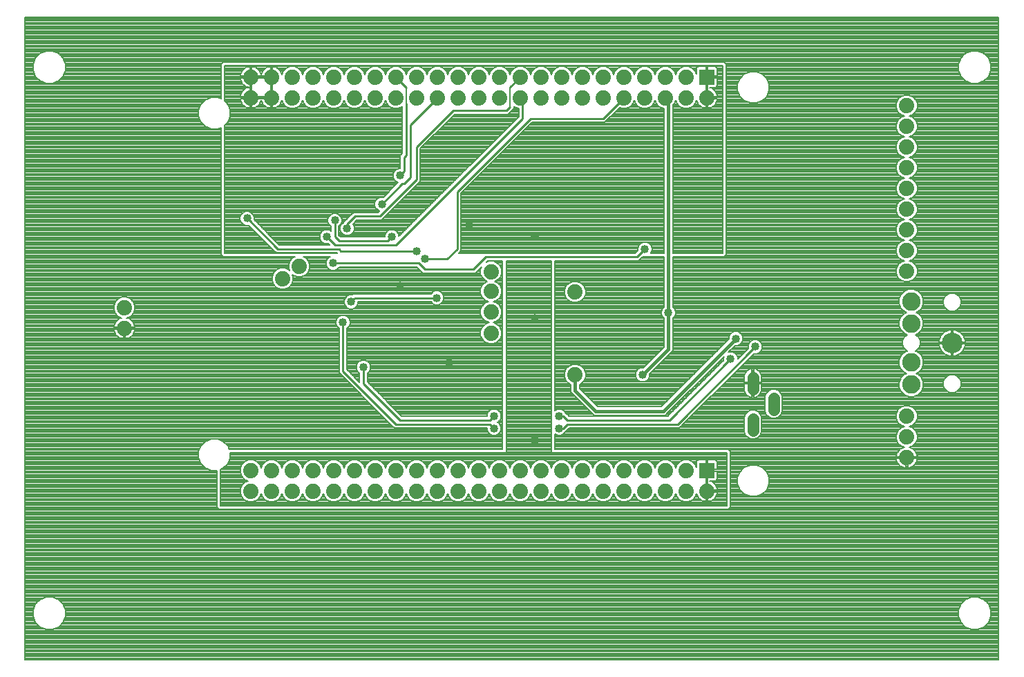
<source format=gbl>
G75*
%MOIN*%
%OFA0B0*%
%FSLAX24Y24*%
%IPPOS*%
%LPD*%
%AMOC8*
5,1,8,0,0,1.08239X$1,22.5*
%
%ADD10R,0.0740X0.0740*%
%ADD11C,0.0740*%
%ADD12C,0.0560*%
%ADD13C,0.1000*%
%ADD14C,0.0886*%
%ADD15C,0.0400*%
%ADD16C,0.0100*%
%ADD17C,0.0080*%
%ADD18C,0.0160*%
D10*
X033636Y009918D03*
X033636Y028918D03*
D11*
X032636Y028918D03*
X031636Y028918D03*
X030636Y028918D03*
X029636Y028918D03*
X028636Y028918D03*
X027636Y028918D03*
X026636Y028918D03*
X025636Y028918D03*
X024636Y028918D03*
X023636Y028918D03*
X022636Y028918D03*
X021636Y028918D03*
X020636Y028918D03*
X019636Y028918D03*
X018636Y028918D03*
X017636Y028918D03*
X016636Y028918D03*
X015636Y028918D03*
X014636Y028918D03*
X013636Y028918D03*
X012636Y028918D03*
X011636Y028918D03*
X011636Y027918D03*
X012636Y027918D03*
X013636Y027918D03*
X014636Y027918D03*
X015636Y027918D03*
X016636Y027918D03*
X017636Y027918D03*
X018636Y027918D03*
X019636Y027918D03*
X020636Y027918D03*
X021636Y027918D03*
X022636Y027918D03*
X023636Y027918D03*
X024636Y027918D03*
X025636Y027918D03*
X026636Y027918D03*
X027636Y027918D03*
X028636Y027918D03*
X029636Y027918D03*
X030636Y027918D03*
X031636Y027918D03*
X032636Y027918D03*
X033636Y027918D03*
X043284Y027534D03*
X043284Y026534D03*
X043284Y025534D03*
X043284Y024534D03*
X043284Y023534D03*
X043284Y022534D03*
X043284Y021534D03*
X043284Y020534D03*
X043284Y019534D03*
X043284Y012534D03*
X043284Y011534D03*
X043284Y010534D03*
X033636Y008918D03*
X032636Y008918D03*
X031636Y008918D03*
X030636Y008918D03*
X029636Y008918D03*
X028636Y008918D03*
X028636Y009918D03*
X029636Y009918D03*
X030636Y009918D03*
X031636Y009918D03*
X032636Y009918D03*
X027636Y009918D03*
X026636Y009918D03*
X025636Y009918D03*
X024636Y009918D03*
X023636Y009918D03*
X022636Y009918D03*
X021636Y009918D03*
X020636Y009918D03*
X019636Y009918D03*
X018636Y009918D03*
X017636Y009918D03*
X016636Y009918D03*
X015636Y009918D03*
X014636Y009918D03*
X013636Y009918D03*
X012636Y009918D03*
X011636Y009918D03*
X011636Y008918D03*
X012636Y008918D03*
X013636Y008918D03*
X014636Y008918D03*
X015636Y008918D03*
X016636Y008918D03*
X017636Y008918D03*
X018636Y008918D03*
X019636Y008918D03*
X020636Y008918D03*
X021636Y008918D03*
X022636Y008918D03*
X023636Y008918D03*
X024636Y008918D03*
X025636Y008918D03*
X026636Y008918D03*
X027636Y008918D03*
X027284Y014534D03*
X023229Y016549D03*
X023229Y017565D03*
X023229Y018565D03*
X023229Y019518D03*
X027284Y018534D03*
X013975Y019768D03*
X013171Y019177D03*
X005534Y017784D03*
X005534Y016784D03*
D12*
X035860Y014412D02*
X035860Y013852D01*
X036860Y013412D02*
X036860Y012852D01*
X035860Y012412D02*
X035860Y011852D01*
D13*
X045471Y016073D03*
D14*
X043502Y015128D03*
X043502Y014065D03*
X043502Y017018D03*
X043502Y018081D03*
D15*
X035967Y015888D03*
X035034Y016284D03*
X034786Y015297D03*
X031784Y017534D03*
X030534Y014534D03*
X026518Y012542D03*
X026518Y011951D03*
X025337Y011360D03*
X023368Y011951D03*
X023368Y012542D03*
X021203Y015101D03*
X017069Y014904D03*
X016085Y017069D03*
X016479Y018053D03*
X018841Y018841D03*
X020022Y020120D03*
X019628Y020514D03*
X018447Y021203D03*
X017955Y022778D03*
X016282Y021597D03*
X015691Y021990D03*
X015297Y021203D03*
X015601Y019923D03*
X011459Y022089D03*
X018841Y024156D03*
X022187Y021794D03*
X025337Y021203D03*
X020612Y018250D03*
X025337Y017266D03*
X030652Y020612D03*
D16*
X030258Y020219D01*
X022975Y020219D01*
X022384Y019628D01*
X020022Y019628D01*
X019727Y019923D01*
X015601Y019923D01*
X015986Y020514D02*
X015888Y020612D01*
X012935Y020612D01*
X011459Y022089D01*
X015297Y021203D02*
X015691Y020809D01*
X018644Y020809D01*
X024746Y026912D01*
X024746Y027807D01*
X024636Y027918D01*
X024140Y027483D02*
X024061Y027404D01*
X024057Y027404D01*
X023959Y027305D01*
X021400Y027305D01*
X019628Y025534D01*
X019628Y023959D01*
X017857Y022187D01*
X016675Y022187D01*
X016282Y021794D01*
X016282Y021597D01*
X015691Y021990D02*
X015691Y021203D01*
X015888Y021006D01*
X018250Y021006D01*
X018447Y021203D01*
X019628Y020514D02*
X015986Y020514D01*
X016675Y018250D02*
X016479Y018053D01*
X016675Y018250D02*
X020612Y018250D01*
X021105Y020120D02*
X020022Y020120D01*
X021105Y020120D02*
X021597Y020612D01*
X021597Y023368D01*
X025140Y026912D01*
X028630Y026912D01*
X029636Y027918D01*
X024636Y028918D02*
X024140Y028421D01*
X020636Y027918D02*
X019333Y026614D01*
X019333Y024057D01*
X019038Y023762D01*
X018939Y023762D01*
X017955Y022778D01*
X018841Y024156D02*
X019038Y024353D01*
X019038Y025042D01*
X019136Y025140D01*
X019136Y027630D01*
X019136Y028404D02*
X019136Y028418D01*
X018636Y028918D01*
X016085Y017069D02*
X016085Y014707D01*
X018644Y012148D01*
X023171Y012148D01*
X023368Y011951D01*
X023171Y012345D02*
X023368Y012542D01*
X023171Y012345D02*
X018841Y012345D01*
X017069Y014116D01*
X017069Y014904D01*
X026518Y012542D02*
X026715Y012542D01*
X026912Y012345D01*
X031833Y012345D01*
X034786Y015297D01*
X035967Y015888D02*
X032227Y012148D01*
X026912Y012148D01*
X026715Y011951D01*
X026518Y011951D01*
D17*
X000754Y000754D02*
X000754Y031810D01*
X047715Y031810D01*
X047715Y000754D01*
X000754Y000754D01*
X000754Y000769D02*
X047715Y000769D01*
X047715Y000848D02*
X000754Y000848D01*
X000754Y000926D02*
X047715Y000926D01*
X047715Y001005D02*
X000754Y001005D01*
X000754Y001083D02*
X047715Y001083D01*
X047715Y001162D02*
X000754Y001162D01*
X000754Y001240D02*
X047715Y001240D01*
X047715Y001319D02*
X000754Y001319D01*
X000754Y001397D02*
X047715Y001397D01*
X047715Y001476D02*
X000754Y001476D01*
X000754Y001554D02*
X047715Y001554D01*
X047715Y001633D02*
X000754Y001633D01*
X000754Y001711D02*
X047715Y001711D01*
X047715Y001790D02*
X000754Y001790D01*
X000754Y001868D02*
X047715Y001868D01*
X047715Y001947D02*
X000754Y001947D01*
X000754Y002025D02*
X047715Y002025D01*
X047715Y002104D02*
X000754Y002104D01*
X000754Y002182D02*
X047715Y002182D01*
X047715Y002261D02*
X046803Y002261D01*
X046714Y002224D02*
X047005Y002344D01*
X047227Y002567D01*
X047347Y002857D01*
X047347Y003171D01*
X047227Y003462D01*
X047005Y003684D01*
X046714Y003804D01*
X046400Y003804D01*
X046110Y003684D01*
X045888Y003462D01*
X045767Y003171D01*
X045767Y002857D01*
X045888Y002567D01*
X046110Y002344D01*
X046400Y002224D01*
X046714Y002224D01*
X046993Y002339D02*
X047715Y002339D01*
X047715Y002418D02*
X047078Y002418D01*
X047157Y002496D02*
X047715Y002496D01*
X047715Y002575D02*
X047230Y002575D01*
X047263Y002653D02*
X047715Y002653D01*
X047715Y002732D02*
X047295Y002732D01*
X047328Y002810D02*
X047715Y002810D01*
X047715Y002889D02*
X047347Y002889D01*
X047347Y002967D02*
X047715Y002967D01*
X047715Y003046D02*
X047347Y003046D01*
X047347Y003124D02*
X047715Y003124D01*
X047715Y003203D02*
X047334Y003203D01*
X047302Y003281D02*
X047715Y003281D01*
X047715Y003360D02*
X047269Y003360D01*
X047237Y003438D02*
X047715Y003438D01*
X047715Y003517D02*
X047172Y003517D01*
X047093Y003595D02*
X047715Y003595D01*
X047715Y003674D02*
X047015Y003674D01*
X046840Y003752D02*
X047715Y003752D01*
X047715Y003831D02*
X000754Y003831D01*
X000754Y003909D02*
X047715Y003909D01*
X047715Y003988D02*
X000754Y003988D01*
X000754Y004066D02*
X047715Y004066D01*
X047715Y004145D02*
X000754Y004145D01*
X000754Y004223D02*
X047715Y004223D01*
X047715Y004302D02*
X000754Y004302D01*
X000754Y004380D02*
X047715Y004380D01*
X047715Y004459D02*
X000754Y004459D01*
X000754Y004537D02*
X047715Y004537D01*
X047715Y004616D02*
X000754Y004616D01*
X000754Y004694D02*
X047715Y004694D01*
X047715Y004773D02*
X000754Y004773D01*
X000754Y004851D02*
X047715Y004851D01*
X047715Y004930D02*
X000754Y004930D01*
X000754Y005008D02*
X047715Y005008D01*
X047715Y005087D02*
X000754Y005087D01*
X000754Y005165D02*
X047715Y005165D01*
X047715Y005244D02*
X000754Y005244D01*
X000754Y005322D02*
X047715Y005322D01*
X047715Y005401D02*
X000754Y005401D01*
X000754Y005479D02*
X047715Y005479D01*
X047715Y005558D02*
X000754Y005558D01*
X000754Y005636D02*
X047715Y005636D01*
X047715Y005715D02*
X000754Y005715D01*
X000754Y005793D02*
X047715Y005793D01*
X047715Y005872D02*
X000754Y005872D01*
X000754Y005950D02*
X047715Y005950D01*
X047715Y006029D02*
X000754Y006029D01*
X000754Y006107D02*
X047715Y006107D01*
X047715Y006186D02*
X000754Y006186D01*
X000754Y006264D02*
X047715Y006264D01*
X047715Y006343D02*
X000754Y006343D01*
X000754Y006421D02*
X047715Y006421D01*
X047715Y006500D02*
X000754Y006500D01*
X000754Y006578D02*
X047715Y006578D01*
X047715Y006657D02*
X000754Y006657D01*
X000754Y006735D02*
X047715Y006735D01*
X047715Y006814D02*
X000754Y006814D01*
X000754Y006892D02*
X047715Y006892D01*
X047715Y006971D02*
X000754Y006971D01*
X000754Y007049D02*
X047715Y007049D01*
X047715Y007128D02*
X000754Y007128D01*
X000754Y007206D02*
X047715Y007206D01*
X047715Y007285D02*
X000754Y007285D01*
X000754Y007363D02*
X047715Y007363D01*
X047715Y007442D02*
X000754Y007442D01*
X000754Y007520D02*
X047715Y007520D01*
X047715Y007599D02*
X000754Y007599D01*
X000754Y007677D02*
X047715Y007677D01*
X047715Y007756D02*
X000754Y007756D01*
X000754Y007834D02*
X047715Y007834D01*
X047715Y007913D02*
X000754Y007913D01*
X000754Y007991D02*
X047715Y007991D01*
X047715Y008070D02*
X034702Y008070D01*
X034663Y008031D02*
X034769Y008136D01*
X034769Y010844D01*
X034663Y010950D01*
X026304Y010950D01*
X026304Y011684D01*
X026325Y011663D01*
X026450Y011611D01*
X026586Y011611D01*
X026711Y011663D01*
X026806Y011758D01*
X026817Y011785D01*
X026990Y011958D01*
X032305Y011958D01*
X032417Y012069D01*
X035897Y015549D01*
X035899Y015548D01*
X036034Y015548D01*
X036159Y015600D01*
X036255Y015695D01*
X036307Y015820D01*
X036307Y015956D01*
X036255Y016081D01*
X036159Y016176D01*
X036034Y016228D01*
X035899Y016228D01*
X035774Y016176D01*
X035679Y016081D01*
X035627Y015956D01*
X035627Y015820D01*
X035628Y015818D01*
X035126Y015316D01*
X035126Y015365D01*
X035074Y015490D01*
X034978Y015586D01*
X034853Y015637D01*
X034718Y015637D01*
X034685Y015624D01*
X035005Y015944D01*
X035101Y015944D01*
X035226Y015995D01*
X035322Y016091D01*
X035374Y016216D01*
X035374Y016351D01*
X035322Y016476D01*
X035226Y016572D01*
X035101Y016624D01*
X034966Y016624D01*
X034841Y016572D01*
X034745Y016476D01*
X034694Y016351D01*
X034694Y016255D01*
X031443Y013004D01*
X028375Y013004D01*
X027504Y013875D01*
X027504Y014073D01*
X027573Y014101D01*
X027716Y014245D01*
X027794Y014432D01*
X027794Y014635D01*
X027716Y014823D01*
X027573Y014966D01*
X027385Y015044D01*
X027182Y015044D01*
X026995Y014966D01*
X026851Y014823D01*
X026774Y014635D01*
X026774Y014432D01*
X026851Y014245D01*
X026995Y014101D01*
X027064Y014073D01*
X027064Y013693D01*
X027193Y013564D01*
X028193Y012564D01*
X031625Y012564D01*
X031754Y012693D01*
X034459Y015398D01*
X034446Y015365D01*
X034446Y015230D01*
X034447Y015227D01*
X031754Y012535D01*
X026990Y012535D01*
X026817Y012708D01*
X026806Y012734D01*
X026711Y012830D01*
X026586Y012882D01*
X026450Y012882D01*
X026325Y012830D01*
X026304Y012809D01*
X026304Y020029D01*
X030337Y020029D01*
X030544Y020236D01*
X031564Y020236D01*
X031564Y017795D01*
X031495Y017726D01*
X031444Y017601D01*
X031444Y017466D01*
X031495Y017341D01*
X031564Y017273D01*
X031564Y015875D01*
X030563Y014874D01*
X030466Y014874D01*
X030341Y014822D01*
X030245Y014726D01*
X030194Y014601D01*
X030194Y014466D01*
X030245Y014341D01*
X030341Y014245D01*
X030466Y014194D01*
X030601Y014194D01*
X030726Y014245D01*
X030822Y014341D01*
X030874Y014466D01*
X030874Y014563D01*
X032004Y015693D01*
X032004Y017273D01*
X032072Y017341D01*
X032124Y017466D01*
X032124Y017601D01*
X032072Y017726D01*
X032004Y017795D01*
X032004Y020236D01*
X034467Y020236D01*
X034572Y020341D01*
X034572Y029545D01*
X034467Y029651D01*
X010302Y029651D01*
X010196Y029545D01*
X010196Y027867D01*
X010038Y027933D01*
X009734Y027933D01*
X009453Y027816D01*
X009238Y027601D01*
X009121Y027320D01*
X009121Y027015D01*
X009238Y026734D01*
X009453Y026519D01*
X009734Y026403D01*
X010038Y026403D01*
X010196Y026468D01*
X010196Y020341D01*
X010302Y020236D01*
X013771Y020236D01*
X013686Y020200D01*
X013542Y020057D01*
X013465Y019869D01*
X013465Y019667D01*
X013508Y019562D01*
X013460Y019610D01*
X013273Y019687D01*
X013070Y019687D01*
X012883Y019610D01*
X012739Y019466D01*
X012661Y019279D01*
X012661Y019076D01*
X012739Y018889D01*
X012883Y018745D01*
X013070Y018667D01*
X013273Y018667D01*
X013460Y018745D01*
X013604Y018889D01*
X013681Y019076D01*
X013681Y019279D01*
X013638Y019383D01*
X013686Y019336D01*
X013873Y019258D01*
X014076Y019258D01*
X014264Y019336D01*
X014407Y019479D01*
X014485Y019667D01*
X014485Y019869D01*
X014407Y020057D01*
X014264Y020200D01*
X014178Y020236D01*
X015466Y020236D01*
X015408Y020212D01*
X015312Y020116D01*
X015261Y019991D01*
X015261Y019856D01*
X015312Y019731D01*
X015408Y019635D01*
X015533Y019583D01*
X015668Y019583D01*
X015793Y019635D01*
X015889Y019731D01*
X015890Y019733D01*
X019648Y019733D01*
X019832Y019549D01*
X019943Y019438D01*
X022463Y019438D01*
X022771Y019747D01*
X022719Y019619D01*
X022719Y019417D01*
X022796Y019229D01*
X022940Y019086D01*
X023046Y019042D01*
X022940Y018998D01*
X022796Y018854D01*
X022719Y018667D01*
X000754Y018667D01*
X000754Y018589D02*
X020541Y018589D01*
X020545Y018590D02*
X020420Y018538D01*
X020324Y018443D01*
X020323Y018440D01*
X016597Y018440D01*
X016549Y018392D01*
X016546Y018393D01*
X016411Y018393D01*
X016286Y018342D01*
X016190Y018246D01*
X016139Y018121D01*
X016139Y017986D01*
X016190Y017861D01*
X016286Y017765D01*
X016411Y017713D01*
X016546Y017713D01*
X016671Y017765D01*
X016767Y017861D01*
X016819Y017986D01*
X016819Y018060D01*
X020323Y018060D01*
X020324Y018058D01*
X020420Y017962D01*
X020545Y017910D01*
X020680Y017910D01*
X020805Y017962D01*
X020901Y018058D01*
X020952Y018183D01*
X020952Y018318D01*
X020901Y018443D01*
X020805Y018538D01*
X020680Y018590D01*
X020545Y018590D01*
X020684Y018589D02*
X022719Y018589D01*
X022719Y018667D02*
X022719Y018464D01*
X022796Y018276D01*
X022940Y018133D01*
X023103Y018065D01*
X022940Y017998D01*
X022796Y017854D01*
X022719Y017667D01*
X022719Y017464D01*
X022796Y017276D01*
X022940Y017133D01*
X023122Y017057D01*
X022940Y016982D01*
X022796Y016838D01*
X022719Y016651D01*
X022719Y016448D01*
X022796Y016261D01*
X022940Y016117D01*
X023127Y016039D01*
X023330Y016039D01*
X023517Y016117D01*
X023661Y016261D01*
X023739Y016448D01*
X023739Y016651D01*
X023661Y016838D01*
X023517Y016982D01*
X023335Y017057D01*
X023517Y017133D01*
X023661Y017276D01*
X023739Y017464D01*
X023739Y017667D01*
X023661Y017854D01*
X023517Y017998D01*
X023354Y018065D01*
X023517Y018133D01*
X023661Y018276D01*
X023739Y018464D01*
X023739Y018667D01*
X023661Y018854D01*
X023517Y018998D01*
X023411Y019042D01*
X023517Y019086D01*
X023661Y019229D01*
X023739Y019417D01*
X023739Y019619D01*
X023661Y019807D01*
X023517Y019950D01*
X023330Y020028D01*
X023127Y020028D01*
X023000Y019975D01*
X023053Y020029D01*
X023779Y020029D01*
X023779Y010950D01*
X010597Y010950D01*
X010535Y011101D01*
X010319Y011316D01*
X010038Y011433D01*
X009734Y011433D01*
X009453Y011316D01*
X009238Y011101D01*
X009121Y010820D01*
X009121Y010515D01*
X009238Y010234D01*
X009453Y010019D01*
X009734Y009903D01*
X009999Y009903D01*
X009999Y008136D01*
X010105Y008031D01*
X034663Y008031D01*
X034769Y008148D02*
X047715Y008148D01*
X047715Y008227D02*
X034769Y008227D01*
X034769Y008305D02*
X047715Y008305D01*
X047715Y008384D02*
X034769Y008384D01*
X034769Y008462D02*
X047715Y008462D01*
X047715Y008541D02*
X034769Y008541D01*
X034769Y008619D02*
X047715Y008619D01*
X047715Y008698D02*
X036147Y008698D01*
X036038Y008653D02*
X036319Y008769D01*
X036535Y008984D01*
X036651Y009265D01*
X036651Y009570D01*
X036535Y009851D01*
X036319Y010066D01*
X036038Y010183D01*
X035734Y010183D01*
X035453Y010066D01*
X035238Y009851D01*
X035121Y009570D01*
X035121Y009265D01*
X035238Y008984D01*
X035453Y008769D01*
X035734Y008653D01*
X036038Y008653D01*
X036327Y008776D02*
X047715Y008776D01*
X047715Y008855D02*
X036405Y008855D01*
X036484Y008933D02*
X047715Y008933D01*
X047715Y009012D02*
X036546Y009012D01*
X036579Y009090D02*
X047715Y009090D01*
X047715Y009169D02*
X036611Y009169D01*
X036644Y009247D02*
X047715Y009247D01*
X047715Y009326D02*
X036651Y009326D01*
X036651Y009404D02*
X047715Y009404D01*
X047715Y009483D02*
X036651Y009483D01*
X036651Y009561D02*
X047715Y009561D01*
X047715Y009640D02*
X036622Y009640D01*
X036590Y009718D02*
X047715Y009718D01*
X047715Y009797D02*
X036557Y009797D01*
X036510Y009875D02*
X047715Y009875D01*
X047715Y009954D02*
X036432Y009954D01*
X036353Y010032D02*
X043190Y010032D01*
X043164Y010036D02*
X043244Y010024D01*
X043244Y010494D01*
X043324Y010494D01*
X043324Y010574D01*
X043794Y010574D01*
X043781Y010653D01*
X043756Y010729D01*
X043720Y010801D01*
X043673Y010866D01*
X043616Y010923D01*
X043551Y010970D01*
X043479Y011006D01*
X043403Y011031D01*
X043573Y011101D01*
X043716Y011245D01*
X043794Y011432D01*
X043794Y011635D01*
X043716Y011823D01*
X043573Y011966D01*
X043409Y012034D01*
X043573Y012101D01*
X043716Y012245D01*
X043794Y012432D01*
X043794Y012635D01*
X043716Y012823D01*
X043573Y012966D01*
X043385Y013044D01*
X043182Y013044D01*
X042995Y012966D01*
X042851Y012823D01*
X042774Y012635D01*
X042774Y012432D01*
X042851Y012245D01*
X042995Y012101D01*
X043158Y012034D01*
X042995Y011966D01*
X042851Y011823D01*
X042774Y011635D01*
X042774Y011432D01*
X042851Y011245D01*
X042995Y011101D01*
X043164Y011031D01*
X043164Y011031D01*
X043088Y011006D01*
X043016Y010970D01*
X042951Y010923D01*
X042895Y010866D01*
X042848Y010801D01*
X042811Y010729D01*
X042786Y010653D01*
X042774Y010574D01*
X042774Y010574D01*
X043244Y010574D01*
X043244Y010494D01*
X042774Y010494D01*
X042774Y010494D01*
X042786Y010414D01*
X042811Y010338D01*
X042848Y010266D01*
X042895Y010201D01*
X042951Y010145D01*
X043016Y010098D01*
X043088Y010061D01*
X043164Y010036D01*
X043244Y010032D02*
X043324Y010032D01*
X043324Y010024D02*
X043403Y010036D01*
X043479Y010061D01*
X043551Y010098D01*
X043616Y010145D01*
X043673Y010201D01*
X043720Y010266D01*
X043756Y010338D01*
X043781Y010414D01*
X043794Y010494D01*
X043324Y010494D01*
X043324Y010024D01*
X043324Y010024D01*
X043378Y010032D02*
X047715Y010032D01*
X047715Y010111D02*
X043569Y010111D01*
X043660Y010189D02*
X047715Y010189D01*
X047715Y010268D02*
X043721Y010268D01*
X043759Y010346D02*
X047715Y010346D01*
X047715Y010425D02*
X043783Y010425D01*
X043794Y010494D02*
X043794Y010494D01*
X043794Y010574D02*
X043794Y010574D01*
X043792Y010582D02*
X047715Y010582D01*
X047715Y010660D02*
X043779Y010660D01*
X043752Y010739D02*
X047715Y010739D01*
X047715Y010817D02*
X043708Y010817D01*
X043643Y010896D02*
X047715Y010896D01*
X047715Y010974D02*
X043542Y010974D01*
X043455Y011053D02*
X047715Y011053D01*
X047715Y011131D02*
X043602Y011131D01*
X043681Y011210D02*
X047715Y011210D01*
X047715Y011288D02*
X043734Y011288D01*
X043767Y011367D02*
X047715Y011367D01*
X047715Y011445D02*
X043794Y011445D01*
X043794Y011524D02*
X047715Y011524D01*
X047715Y011602D02*
X043794Y011602D01*
X043775Y011681D02*
X047715Y011681D01*
X047715Y011759D02*
X043742Y011759D01*
X043701Y011838D02*
X047715Y011838D01*
X047715Y011916D02*
X043622Y011916D01*
X043503Y011995D02*
X047715Y011995D01*
X047715Y012073D02*
X043505Y012073D01*
X043623Y012152D02*
X047715Y012152D01*
X047715Y012230D02*
X043701Y012230D01*
X043743Y012309D02*
X047715Y012309D01*
X047715Y012387D02*
X043775Y012387D01*
X043794Y012466D02*
X047715Y012466D01*
X047715Y012544D02*
X043794Y012544D01*
X043794Y012623D02*
X047715Y012623D01*
X047715Y012701D02*
X043766Y012701D01*
X043734Y012780D02*
X047715Y012780D01*
X047715Y012858D02*
X043680Y012858D01*
X043602Y012937D02*
X047715Y012937D01*
X047715Y013015D02*
X043454Y013015D01*
X043114Y013015D02*
X037280Y013015D01*
X037280Y012937D02*
X042965Y012937D01*
X042887Y012858D02*
X037280Y012858D01*
X037280Y012780D02*
X042834Y012780D01*
X042801Y012701D02*
X037253Y012701D01*
X037280Y012769D02*
X037280Y013496D01*
X037217Y013650D01*
X037098Y013768D01*
X036944Y013832D01*
X036777Y013832D01*
X036623Y013768D01*
X036504Y013650D01*
X036440Y013496D01*
X036440Y012769D01*
X036504Y012614D01*
X036623Y012496D01*
X036777Y012432D01*
X036944Y012432D01*
X037098Y012496D01*
X037217Y012614D01*
X037280Y012769D01*
X037220Y012623D02*
X042774Y012623D01*
X042774Y012544D02*
X037147Y012544D01*
X037025Y012466D02*
X042774Y012466D01*
X042792Y012387D02*
X036280Y012387D01*
X036280Y012309D02*
X042825Y012309D01*
X042866Y012230D02*
X036280Y012230D01*
X036280Y012152D02*
X042944Y012152D01*
X043063Y012073D02*
X036280Y012073D01*
X036280Y011995D02*
X043064Y011995D01*
X042945Y011916D02*
X036280Y011916D01*
X036280Y011838D02*
X042866Y011838D01*
X042825Y011759D02*
X036277Y011759D01*
X036280Y011769D02*
X036280Y012496D01*
X036217Y012650D01*
X036098Y012768D01*
X035944Y012832D01*
X035777Y012832D01*
X035623Y012768D01*
X035504Y012650D01*
X035440Y012496D01*
X035440Y011769D01*
X035504Y011614D01*
X035623Y011496D01*
X035777Y011432D01*
X035944Y011432D01*
X036098Y011496D01*
X036217Y011614D01*
X036280Y011769D01*
X036244Y011681D02*
X042793Y011681D01*
X042774Y011602D02*
X036205Y011602D01*
X036126Y011524D02*
X042774Y011524D01*
X042774Y011445D02*
X035976Y011445D01*
X035745Y011445D02*
X026304Y011445D01*
X026304Y011367D02*
X042801Y011367D01*
X042833Y011288D02*
X026304Y011288D01*
X026304Y011210D02*
X042886Y011210D01*
X042965Y011131D02*
X026304Y011131D01*
X026304Y011053D02*
X043112Y011053D01*
X043025Y010974D02*
X026304Y010974D01*
X026124Y010974D02*
X023959Y010974D01*
X023959Y010896D02*
X026124Y010896D01*
X026124Y010817D02*
X023959Y010817D01*
X023959Y010770D02*
X023959Y020029D01*
X026124Y020029D01*
X026124Y010770D01*
X034589Y010770D01*
X034589Y008211D01*
X010179Y008211D01*
X010179Y009961D01*
X010319Y010019D01*
X010535Y010234D01*
X010651Y010515D01*
X010651Y010770D01*
X023959Y010770D01*
X023779Y010974D02*
X010587Y010974D01*
X010555Y011053D02*
X023779Y011053D01*
X023779Y011131D02*
X010504Y011131D01*
X010426Y011210D02*
X023779Y011210D01*
X023779Y011288D02*
X010347Y011288D01*
X010197Y011367D02*
X023779Y011367D01*
X023779Y011445D02*
X000754Y011445D01*
X000754Y011367D02*
X009575Y011367D01*
X009425Y011288D02*
X000754Y011288D01*
X000754Y011210D02*
X009346Y011210D01*
X009268Y011131D02*
X000754Y011131D01*
X000754Y011053D02*
X009218Y011053D01*
X009185Y010974D02*
X000754Y010974D01*
X000754Y010896D02*
X009153Y010896D01*
X009121Y010817D02*
X000754Y010817D01*
X000754Y010739D02*
X009121Y010739D01*
X009121Y010660D02*
X000754Y010660D01*
X000754Y010582D02*
X009121Y010582D01*
X009126Y010503D02*
X000754Y010503D01*
X000754Y010425D02*
X009159Y010425D01*
X009191Y010346D02*
X000754Y010346D01*
X000754Y010268D02*
X009224Y010268D01*
X009283Y010189D02*
X000754Y010189D01*
X000754Y010111D02*
X009361Y010111D01*
X009440Y010032D02*
X000754Y010032D01*
X000754Y009954D02*
X009610Y009954D01*
X009999Y009875D02*
X000754Y009875D01*
X000754Y009797D02*
X009999Y009797D01*
X009999Y009718D02*
X000754Y009718D01*
X000754Y009640D02*
X009999Y009640D01*
X009999Y009561D02*
X000754Y009561D01*
X000754Y009483D02*
X009999Y009483D01*
X009999Y009404D02*
X000754Y009404D01*
X000754Y009326D02*
X009999Y009326D01*
X009999Y009247D02*
X000754Y009247D01*
X000754Y009169D02*
X009999Y009169D01*
X009999Y009090D02*
X000754Y009090D01*
X000754Y009012D02*
X009999Y009012D01*
X009999Y008933D02*
X000754Y008933D01*
X000754Y008855D02*
X009999Y008855D01*
X009999Y008776D02*
X000754Y008776D01*
X000754Y008698D02*
X009999Y008698D01*
X009999Y008619D02*
X000754Y008619D01*
X000754Y008541D02*
X009999Y008541D01*
X009999Y008462D02*
X000754Y008462D01*
X000754Y008384D02*
X009999Y008384D01*
X009999Y008305D02*
X000754Y008305D01*
X000754Y008227D02*
X009999Y008227D01*
X009999Y008148D02*
X000754Y008148D01*
X000754Y008070D02*
X010066Y008070D01*
X010179Y008227D02*
X034589Y008227D01*
X034589Y008305D02*
X010179Y008305D01*
X010179Y008384D02*
X034589Y008384D01*
X034589Y008462D02*
X033866Y008462D01*
X033832Y008445D02*
X033903Y008481D01*
X033968Y008529D01*
X034025Y008585D01*
X034072Y008650D01*
X034109Y008722D01*
X034134Y008798D01*
X034146Y008877D01*
X034146Y008878D01*
X033676Y008878D01*
X033676Y008958D01*
X033596Y008958D01*
X033596Y009428D01*
X033596Y009878D01*
X033676Y009878D01*
X033676Y009958D01*
X033596Y009958D01*
X033596Y010428D01*
X033248Y010428D01*
X033212Y010418D01*
X033180Y010400D01*
X033154Y010374D01*
X033136Y010342D01*
X033126Y010306D01*
X033126Y010067D01*
X033068Y010206D01*
X032925Y010350D01*
X032738Y010428D01*
X032535Y010428D01*
X032347Y010350D01*
X032204Y010206D01*
X032136Y010043D01*
X032068Y010206D01*
X031925Y010350D01*
X031738Y010428D01*
X031535Y010428D01*
X031347Y010350D01*
X031204Y010206D01*
X031136Y010043D01*
X031068Y010206D01*
X030925Y010350D01*
X030738Y010428D01*
X030535Y010428D01*
X030347Y010350D01*
X030204Y010206D01*
X030136Y010043D01*
X030068Y010206D01*
X029925Y010350D01*
X029738Y010428D01*
X029535Y010428D01*
X029347Y010350D01*
X029204Y010206D01*
X029136Y010043D01*
X029068Y010206D01*
X028925Y010350D01*
X028738Y010428D01*
X028535Y010428D01*
X028347Y010350D01*
X028204Y010206D01*
X028136Y010043D01*
X028068Y010206D01*
X027925Y010350D01*
X027738Y010428D01*
X027535Y010428D01*
X027347Y010350D01*
X027204Y010206D01*
X027136Y010043D01*
X027068Y010206D01*
X026925Y010350D01*
X026738Y010428D01*
X026535Y010428D01*
X026347Y010350D01*
X026204Y010206D01*
X026136Y010043D01*
X026068Y010206D01*
X025925Y010350D01*
X025738Y010428D01*
X025535Y010428D01*
X025347Y010350D01*
X025204Y010206D01*
X025136Y010043D01*
X025068Y010206D01*
X024925Y010350D01*
X024738Y010428D01*
X024535Y010428D01*
X024347Y010350D01*
X024204Y010206D01*
X024136Y010043D01*
X024068Y010206D01*
X023925Y010350D01*
X023738Y010428D01*
X023535Y010428D01*
X023347Y010350D01*
X023204Y010206D01*
X023136Y010043D01*
X023068Y010206D01*
X022925Y010350D01*
X022738Y010428D01*
X022535Y010428D01*
X022347Y010350D01*
X022204Y010206D01*
X022136Y010043D01*
X022068Y010206D01*
X021925Y010350D01*
X021738Y010428D01*
X021535Y010428D01*
X021347Y010350D01*
X021204Y010206D01*
X021136Y010043D01*
X021068Y010206D01*
X020925Y010350D01*
X020738Y010428D01*
X020535Y010428D01*
X020347Y010350D01*
X020204Y010206D01*
X020136Y010043D01*
X020068Y010206D01*
X019925Y010350D01*
X019738Y010428D01*
X019535Y010428D01*
X019347Y010350D01*
X019204Y010206D01*
X019136Y010043D01*
X019068Y010206D01*
X018925Y010350D01*
X018738Y010428D01*
X018535Y010428D01*
X018347Y010350D01*
X018204Y010206D01*
X018136Y010043D01*
X018068Y010206D01*
X017925Y010350D01*
X017738Y010428D01*
X017535Y010428D01*
X017347Y010350D01*
X017204Y010206D01*
X017136Y010043D01*
X017068Y010206D01*
X016925Y010350D01*
X016738Y010428D01*
X016535Y010428D01*
X016347Y010350D01*
X016204Y010206D01*
X016136Y010043D01*
X016068Y010206D01*
X015925Y010350D01*
X015738Y010428D01*
X015535Y010428D01*
X015347Y010350D01*
X015204Y010206D01*
X015136Y010043D01*
X015068Y010206D01*
X014925Y010350D01*
X014738Y010428D01*
X014535Y010428D01*
X014347Y010350D01*
X014204Y010206D01*
X014136Y010043D01*
X014068Y010206D01*
X013925Y010350D01*
X013738Y010428D01*
X013535Y010428D01*
X013347Y010350D01*
X013204Y010206D01*
X013136Y010043D01*
X013068Y010206D01*
X012925Y010350D01*
X012738Y010428D01*
X012535Y010428D01*
X012347Y010350D01*
X012204Y010206D01*
X012136Y010043D01*
X012068Y010206D01*
X011925Y010350D01*
X011738Y010428D01*
X011535Y010428D01*
X011347Y010350D01*
X011204Y010206D01*
X011126Y010019D01*
X011126Y009816D01*
X011204Y009629D01*
X011347Y009485D01*
X011510Y009418D01*
X011347Y009350D01*
X011204Y009206D01*
X011126Y009019D01*
X011126Y008816D01*
X011204Y008629D01*
X011347Y008485D01*
X011535Y008408D01*
X011738Y008408D01*
X011925Y008485D01*
X012068Y008629D01*
X012136Y008792D01*
X012204Y008629D01*
X012347Y008485D01*
X012535Y008408D01*
X012738Y008408D01*
X012925Y008485D01*
X013068Y008629D01*
X013136Y008792D01*
X013204Y008629D01*
X013347Y008485D01*
X013535Y008408D01*
X013738Y008408D01*
X013925Y008485D01*
X014068Y008629D01*
X014136Y008792D01*
X014204Y008629D01*
X014347Y008485D01*
X014535Y008408D01*
X014738Y008408D01*
X014925Y008485D01*
X015068Y008629D01*
X015136Y008792D01*
X015204Y008629D01*
X015347Y008485D01*
X015535Y008408D01*
X015738Y008408D01*
X015925Y008485D01*
X016068Y008629D01*
X016136Y008792D01*
X016204Y008629D01*
X016347Y008485D01*
X016535Y008408D01*
X016738Y008408D01*
X016925Y008485D01*
X017068Y008629D01*
X017136Y008792D01*
X017204Y008629D01*
X017347Y008485D01*
X017535Y008408D01*
X017738Y008408D01*
X017925Y008485D01*
X018068Y008629D01*
X018136Y008792D01*
X018204Y008629D01*
X018347Y008485D01*
X018535Y008408D01*
X018738Y008408D01*
X018925Y008485D01*
X019068Y008629D01*
X019136Y008792D01*
X019204Y008629D01*
X019347Y008485D01*
X019535Y008408D01*
X019738Y008408D01*
X019925Y008485D01*
X020068Y008629D01*
X020136Y008792D01*
X020204Y008629D01*
X020347Y008485D01*
X020535Y008408D01*
X020738Y008408D01*
X020925Y008485D01*
X021068Y008629D01*
X021136Y008792D01*
X021204Y008629D01*
X021347Y008485D01*
X021535Y008408D01*
X021738Y008408D01*
X021925Y008485D01*
X022068Y008629D01*
X022136Y008792D01*
X022204Y008629D01*
X022347Y008485D01*
X022535Y008408D01*
X022738Y008408D01*
X022925Y008485D01*
X023068Y008629D01*
X023136Y008792D01*
X023204Y008629D01*
X023347Y008485D01*
X023535Y008408D01*
X023738Y008408D01*
X023925Y008485D01*
X024068Y008629D01*
X024136Y008792D01*
X024204Y008629D01*
X024347Y008485D01*
X024535Y008408D01*
X024738Y008408D01*
X024925Y008485D01*
X025068Y008629D01*
X025136Y008792D01*
X025204Y008629D01*
X025347Y008485D01*
X025535Y008408D01*
X025738Y008408D01*
X025925Y008485D01*
X026068Y008629D01*
X026136Y008792D01*
X026204Y008629D01*
X026347Y008485D01*
X026535Y008408D01*
X026738Y008408D01*
X026925Y008485D01*
X027068Y008629D01*
X027136Y008792D01*
X027204Y008629D01*
X027347Y008485D01*
X027535Y008408D01*
X027738Y008408D01*
X027925Y008485D01*
X028068Y008629D01*
X028136Y008792D01*
X028204Y008629D01*
X028347Y008485D01*
X028535Y008408D01*
X028738Y008408D01*
X028925Y008485D01*
X029068Y008629D01*
X029136Y008792D01*
X029204Y008629D01*
X029347Y008485D01*
X029535Y008408D01*
X029738Y008408D01*
X029925Y008485D01*
X030068Y008629D01*
X030136Y008792D01*
X030204Y008629D01*
X030347Y008485D01*
X030535Y008408D01*
X030738Y008408D01*
X030925Y008485D01*
X031068Y008629D01*
X031136Y008792D01*
X031204Y008629D01*
X031347Y008485D01*
X031535Y008408D01*
X031738Y008408D01*
X031925Y008485D01*
X032068Y008629D01*
X032136Y008792D01*
X032204Y008629D01*
X032347Y008485D01*
X032535Y008408D01*
X032738Y008408D01*
X032925Y008485D01*
X033068Y008629D01*
X033139Y008798D01*
X033163Y008722D01*
X033200Y008650D01*
X033247Y008585D01*
X033304Y008529D01*
X033369Y008481D01*
X033440Y008445D01*
X033517Y008420D01*
X033596Y008408D01*
X033596Y008878D01*
X033676Y008878D01*
X033676Y008408D01*
X033676Y008408D01*
X033755Y008420D01*
X033832Y008445D01*
X033676Y008462D02*
X033596Y008462D01*
X033596Y008408D02*
X033596Y008408D01*
X033596Y008541D02*
X033676Y008541D01*
X033676Y008619D02*
X033596Y008619D01*
X033596Y008698D02*
X033676Y008698D01*
X033676Y008776D02*
X033596Y008776D01*
X033596Y008855D02*
X033676Y008855D01*
X033676Y008933D02*
X034589Y008933D01*
X034589Y008855D02*
X034142Y008855D01*
X034126Y008776D02*
X034589Y008776D01*
X034589Y008698D02*
X034096Y008698D01*
X034050Y008619D02*
X034589Y008619D01*
X034589Y008541D02*
X033980Y008541D01*
X034146Y008958D02*
X033676Y008958D01*
X033676Y009878D01*
X034146Y009878D01*
X034146Y009529D01*
X034137Y009494D01*
X034118Y009462D01*
X034092Y009436D01*
X034060Y009417D01*
X034024Y009408D01*
X033778Y009408D01*
X033832Y009390D01*
X033903Y009354D01*
X033968Y009307D01*
X034025Y009250D01*
X034072Y009185D01*
X034109Y009113D01*
X034134Y009037D01*
X034146Y008958D01*
X034146Y008958D01*
X034138Y009012D02*
X034589Y009012D01*
X034589Y009090D02*
X034116Y009090D01*
X034080Y009169D02*
X034589Y009169D01*
X034589Y009247D02*
X034027Y009247D01*
X033942Y009326D02*
X034589Y009326D01*
X034589Y009404D02*
X033789Y009404D01*
X033676Y009404D02*
X033596Y009404D01*
X033596Y009326D02*
X033676Y009326D01*
X033676Y009247D02*
X033596Y009247D01*
X033596Y009169D02*
X033676Y009169D01*
X033676Y009090D02*
X033596Y009090D01*
X033596Y009012D02*
X033676Y009012D01*
X033139Y008798D02*
X033139Y008798D01*
X033130Y008776D02*
X033146Y008776D01*
X033176Y008698D02*
X033097Y008698D01*
X033059Y008619D02*
X033222Y008619D01*
X033292Y008541D02*
X032980Y008541D01*
X032869Y008462D02*
X033406Y008462D01*
X032403Y008462D02*
X031869Y008462D01*
X031980Y008541D02*
X032292Y008541D01*
X032213Y008619D02*
X032059Y008619D01*
X032097Y008698D02*
X032175Y008698D01*
X032143Y008776D02*
X032130Y008776D01*
X031403Y008462D02*
X030869Y008462D01*
X030980Y008541D02*
X031292Y008541D01*
X031213Y008619D02*
X031059Y008619D01*
X031097Y008698D02*
X031175Y008698D01*
X031143Y008776D02*
X031130Y008776D01*
X030403Y008462D02*
X029869Y008462D01*
X029980Y008541D02*
X030292Y008541D01*
X030213Y008619D02*
X030059Y008619D01*
X030097Y008698D02*
X030175Y008698D01*
X030143Y008776D02*
X030130Y008776D01*
X029403Y008462D02*
X028869Y008462D01*
X028980Y008541D02*
X029292Y008541D01*
X029213Y008619D02*
X029059Y008619D01*
X029097Y008698D02*
X029175Y008698D01*
X029143Y008776D02*
X029130Y008776D01*
X028403Y008462D02*
X027869Y008462D01*
X027980Y008541D02*
X028292Y008541D01*
X028213Y008619D02*
X028059Y008619D01*
X028097Y008698D02*
X028175Y008698D01*
X028143Y008776D02*
X028130Y008776D01*
X027403Y008462D02*
X026869Y008462D01*
X026980Y008541D02*
X027292Y008541D01*
X027213Y008619D02*
X027059Y008619D01*
X027097Y008698D02*
X027175Y008698D01*
X027143Y008776D02*
X027130Y008776D01*
X026403Y008462D02*
X025869Y008462D01*
X025980Y008541D02*
X026292Y008541D01*
X026213Y008619D02*
X026059Y008619D01*
X026097Y008698D02*
X026175Y008698D01*
X026143Y008776D02*
X026130Y008776D01*
X025403Y008462D02*
X024869Y008462D01*
X024980Y008541D02*
X025292Y008541D01*
X025213Y008619D02*
X025059Y008619D01*
X025097Y008698D02*
X025175Y008698D01*
X025143Y008776D02*
X025130Y008776D01*
X024403Y008462D02*
X023869Y008462D01*
X023980Y008541D02*
X024292Y008541D01*
X024213Y008619D02*
X024059Y008619D01*
X024097Y008698D02*
X024175Y008698D01*
X024143Y008776D02*
X024130Y008776D01*
X023403Y008462D02*
X022869Y008462D01*
X022980Y008541D02*
X023292Y008541D01*
X023213Y008619D02*
X023059Y008619D01*
X023097Y008698D02*
X023175Y008698D01*
X023143Y008776D02*
X023130Y008776D01*
X022403Y008462D02*
X021869Y008462D01*
X021980Y008541D02*
X022292Y008541D01*
X022213Y008619D02*
X022059Y008619D01*
X022097Y008698D02*
X022175Y008698D01*
X022143Y008776D02*
X022130Y008776D01*
X021403Y008462D02*
X020869Y008462D01*
X020980Y008541D02*
X021292Y008541D01*
X021213Y008619D02*
X021059Y008619D01*
X021097Y008698D02*
X021175Y008698D01*
X021143Y008776D02*
X021130Y008776D01*
X020403Y008462D02*
X019869Y008462D01*
X019980Y008541D02*
X020292Y008541D01*
X020213Y008619D02*
X020059Y008619D01*
X020097Y008698D02*
X020175Y008698D01*
X020143Y008776D02*
X020130Y008776D01*
X019403Y008462D02*
X018869Y008462D01*
X018980Y008541D02*
X019292Y008541D01*
X019213Y008619D02*
X019059Y008619D01*
X019097Y008698D02*
X019175Y008698D01*
X019143Y008776D02*
X019130Y008776D01*
X018403Y008462D02*
X017869Y008462D01*
X017980Y008541D02*
X018292Y008541D01*
X018213Y008619D02*
X018059Y008619D01*
X018097Y008698D02*
X018175Y008698D01*
X018143Y008776D02*
X018130Y008776D01*
X017403Y008462D02*
X016869Y008462D01*
X016980Y008541D02*
X017292Y008541D01*
X017213Y008619D02*
X017059Y008619D01*
X017097Y008698D02*
X017175Y008698D01*
X017143Y008776D02*
X017130Y008776D01*
X016403Y008462D02*
X015869Y008462D01*
X015980Y008541D02*
X016292Y008541D01*
X016213Y008619D02*
X016059Y008619D01*
X016097Y008698D02*
X016175Y008698D01*
X016143Y008776D02*
X016130Y008776D01*
X015403Y008462D02*
X014869Y008462D01*
X014980Y008541D02*
X015292Y008541D01*
X015213Y008619D02*
X015059Y008619D01*
X015097Y008698D02*
X015175Y008698D01*
X015143Y008776D02*
X015130Y008776D01*
X014403Y008462D02*
X013869Y008462D01*
X013980Y008541D02*
X014292Y008541D01*
X014213Y008619D02*
X014059Y008619D01*
X014097Y008698D02*
X014175Y008698D01*
X014143Y008776D02*
X014130Y008776D01*
X013403Y008462D02*
X012869Y008462D01*
X012980Y008541D02*
X013292Y008541D01*
X013213Y008619D02*
X013059Y008619D01*
X013097Y008698D02*
X013175Y008698D01*
X013143Y008776D02*
X013130Y008776D01*
X012403Y008462D02*
X011869Y008462D01*
X011980Y008541D02*
X012292Y008541D01*
X012213Y008619D02*
X012059Y008619D01*
X012097Y008698D02*
X012175Y008698D01*
X012143Y008776D02*
X012130Y008776D01*
X011403Y008462D02*
X010179Y008462D01*
X010179Y008541D02*
X011292Y008541D01*
X011213Y008619D02*
X010179Y008619D01*
X010179Y008698D02*
X011175Y008698D01*
X011143Y008776D02*
X010179Y008776D01*
X010179Y008855D02*
X011126Y008855D01*
X011126Y008933D02*
X010179Y008933D01*
X010179Y009012D02*
X011126Y009012D01*
X011156Y009090D02*
X010179Y009090D01*
X010179Y009169D02*
X011188Y009169D01*
X011244Y009247D02*
X010179Y009247D01*
X010179Y009326D02*
X011323Y009326D01*
X011353Y009483D02*
X010179Y009483D01*
X010179Y009561D02*
X011271Y009561D01*
X011199Y009640D02*
X010179Y009640D01*
X010179Y009718D02*
X011167Y009718D01*
X011134Y009797D02*
X010179Y009797D01*
X010179Y009875D02*
X011126Y009875D01*
X011126Y009954D02*
X010179Y009954D01*
X010333Y010032D02*
X011132Y010032D01*
X011164Y010111D02*
X010411Y010111D01*
X010490Y010189D02*
X011197Y010189D01*
X011265Y010268D02*
X010548Y010268D01*
X010581Y010346D02*
X011343Y010346D01*
X011528Y010425D02*
X010614Y010425D01*
X010646Y010503D02*
X034589Y010503D01*
X034589Y010425D02*
X034035Y010425D01*
X034024Y010428D02*
X033676Y010428D01*
X033676Y009958D01*
X034146Y009958D01*
X034146Y010306D01*
X034137Y010342D01*
X034118Y010374D01*
X034092Y010400D01*
X034060Y010418D01*
X034024Y010428D01*
X034134Y010346D02*
X034589Y010346D01*
X034589Y010268D02*
X034146Y010268D01*
X034146Y010189D02*
X034589Y010189D01*
X034589Y010111D02*
X034146Y010111D01*
X034146Y010032D02*
X034589Y010032D01*
X034589Y009954D02*
X033676Y009954D01*
X033676Y010032D02*
X033596Y010032D01*
X033596Y010111D02*
X033676Y010111D01*
X033676Y010189D02*
X033596Y010189D01*
X033596Y010268D02*
X033676Y010268D01*
X033676Y010346D02*
X033596Y010346D01*
X033596Y010425D02*
X033676Y010425D01*
X033237Y010425D02*
X032744Y010425D01*
X032929Y010346D02*
X033138Y010346D01*
X033126Y010268D02*
X033007Y010268D01*
X033076Y010189D02*
X033126Y010189D01*
X033126Y010111D02*
X033108Y010111D01*
X033596Y009875D02*
X033676Y009875D01*
X033676Y009797D02*
X033596Y009797D01*
X033596Y009718D02*
X033676Y009718D01*
X033676Y009640D02*
X033596Y009640D01*
X033596Y009561D02*
X033676Y009561D01*
X033676Y009483D02*
X033596Y009483D01*
X034130Y009483D02*
X034589Y009483D01*
X034589Y009561D02*
X034146Y009561D01*
X034146Y009640D02*
X034589Y009640D01*
X034589Y009718D02*
X034146Y009718D01*
X034146Y009797D02*
X034589Y009797D01*
X034589Y009875D02*
X034146Y009875D01*
X034769Y009875D02*
X035262Y009875D01*
X035215Y009797D02*
X034769Y009797D01*
X034769Y009718D02*
X035183Y009718D01*
X035150Y009640D02*
X034769Y009640D01*
X034769Y009561D02*
X035121Y009561D01*
X035121Y009483D02*
X034769Y009483D01*
X034769Y009404D02*
X035121Y009404D01*
X035121Y009326D02*
X034769Y009326D01*
X034769Y009247D02*
X035129Y009247D01*
X035161Y009169D02*
X034769Y009169D01*
X034769Y009090D02*
X035194Y009090D01*
X035226Y009012D02*
X034769Y009012D01*
X034769Y008933D02*
X035289Y008933D01*
X035367Y008855D02*
X034769Y008855D01*
X034769Y008776D02*
X035446Y008776D01*
X035625Y008698D02*
X034769Y008698D01*
X034769Y009954D02*
X035340Y009954D01*
X035419Y010032D02*
X034769Y010032D01*
X034769Y010111D02*
X035560Y010111D01*
X036212Y010111D02*
X042998Y010111D01*
X042907Y010189D02*
X034769Y010189D01*
X034769Y010268D02*
X042847Y010268D01*
X042808Y010346D02*
X034769Y010346D01*
X034769Y010425D02*
X042785Y010425D01*
X042775Y010582D02*
X034769Y010582D01*
X034769Y010660D02*
X042789Y010660D01*
X042816Y010739D02*
X034769Y010739D01*
X034769Y010817D02*
X042859Y010817D01*
X042924Y010896D02*
X034718Y010896D01*
X034589Y010739D02*
X010651Y010739D01*
X010651Y010660D02*
X034589Y010660D01*
X034589Y010582D02*
X010651Y010582D01*
X011744Y010425D02*
X012528Y010425D01*
X012343Y010346D02*
X011929Y010346D01*
X012007Y010268D02*
X012265Y010268D01*
X012197Y010189D02*
X012076Y010189D01*
X012108Y010111D02*
X012164Y010111D01*
X012744Y010425D02*
X013528Y010425D01*
X013343Y010346D02*
X012929Y010346D01*
X013007Y010268D02*
X013265Y010268D01*
X013197Y010189D02*
X013076Y010189D01*
X013108Y010111D02*
X013164Y010111D01*
X013744Y010425D02*
X014528Y010425D01*
X014343Y010346D02*
X013929Y010346D01*
X014007Y010268D02*
X014265Y010268D01*
X014197Y010189D02*
X014076Y010189D01*
X014108Y010111D02*
X014164Y010111D01*
X014744Y010425D02*
X015528Y010425D01*
X015343Y010346D02*
X014929Y010346D01*
X015007Y010268D02*
X015265Y010268D01*
X015197Y010189D02*
X015076Y010189D01*
X015108Y010111D02*
X015164Y010111D01*
X015744Y010425D02*
X016528Y010425D01*
X016343Y010346D02*
X015929Y010346D01*
X016007Y010268D02*
X016265Y010268D01*
X016197Y010189D02*
X016076Y010189D01*
X016108Y010111D02*
X016164Y010111D01*
X016744Y010425D02*
X017528Y010425D01*
X017343Y010346D02*
X016929Y010346D01*
X017007Y010268D02*
X017265Y010268D01*
X017197Y010189D02*
X017076Y010189D01*
X017108Y010111D02*
X017164Y010111D01*
X017744Y010425D02*
X018528Y010425D01*
X018343Y010346D02*
X017929Y010346D01*
X018007Y010268D02*
X018265Y010268D01*
X018197Y010189D02*
X018076Y010189D01*
X018108Y010111D02*
X018164Y010111D01*
X018744Y010425D02*
X019528Y010425D01*
X019343Y010346D02*
X018929Y010346D01*
X019007Y010268D02*
X019265Y010268D01*
X019197Y010189D02*
X019076Y010189D01*
X019108Y010111D02*
X019164Y010111D01*
X019744Y010425D02*
X020528Y010425D01*
X020343Y010346D02*
X019929Y010346D01*
X020007Y010268D02*
X020265Y010268D01*
X020197Y010189D02*
X020076Y010189D01*
X020108Y010111D02*
X020164Y010111D01*
X020744Y010425D02*
X021528Y010425D01*
X021343Y010346D02*
X020929Y010346D01*
X021007Y010268D02*
X021265Y010268D01*
X021197Y010189D02*
X021076Y010189D01*
X021108Y010111D02*
X021164Y010111D01*
X021744Y010425D02*
X022528Y010425D01*
X022343Y010346D02*
X021929Y010346D01*
X022007Y010268D02*
X022265Y010268D01*
X022197Y010189D02*
X022076Y010189D01*
X022108Y010111D02*
X022164Y010111D01*
X022744Y010425D02*
X023528Y010425D01*
X023343Y010346D02*
X022929Y010346D01*
X023007Y010268D02*
X023265Y010268D01*
X023197Y010189D02*
X023076Y010189D01*
X023108Y010111D02*
X023164Y010111D01*
X023744Y010425D02*
X024528Y010425D01*
X024343Y010346D02*
X023929Y010346D01*
X024007Y010268D02*
X024265Y010268D01*
X024197Y010189D02*
X024076Y010189D01*
X024108Y010111D02*
X024164Y010111D01*
X024744Y010425D02*
X025528Y010425D01*
X025343Y010346D02*
X024929Y010346D01*
X025007Y010268D02*
X025265Y010268D01*
X025197Y010189D02*
X025076Y010189D01*
X025108Y010111D02*
X025164Y010111D01*
X025744Y010425D02*
X026528Y010425D01*
X026343Y010346D02*
X025929Y010346D01*
X026007Y010268D02*
X026265Y010268D01*
X026197Y010189D02*
X026076Y010189D01*
X026108Y010111D02*
X026164Y010111D01*
X026744Y010425D02*
X027528Y010425D01*
X027343Y010346D02*
X026929Y010346D01*
X027007Y010268D02*
X027265Y010268D01*
X027197Y010189D02*
X027076Y010189D01*
X027108Y010111D02*
X027164Y010111D01*
X027744Y010425D02*
X028528Y010425D01*
X028343Y010346D02*
X027929Y010346D01*
X028007Y010268D02*
X028265Y010268D01*
X028197Y010189D02*
X028076Y010189D01*
X028108Y010111D02*
X028164Y010111D01*
X028744Y010425D02*
X029528Y010425D01*
X029343Y010346D02*
X028929Y010346D01*
X029007Y010268D02*
X029265Y010268D01*
X029197Y010189D02*
X029076Y010189D01*
X029108Y010111D02*
X029164Y010111D01*
X029744Y010425D02*
X030528Y010425D01*
X030343Y010346D02*
X029929Y010346D01*
X030007Y010268D02*
X030265Y010268D01*
X030197Y010189D02*
X030076Y010189D01*
X030108Y010111D02*
X030164Y010111D01*
X030744Y010425D02*
X031528Y010425D01*
X031343Y010346D02*
X030929Y010346D01*
X031007Y010268D02*
X031265Y010268D01*
X031197Y010189D02*
X031076Y010189D01*
X031108Y010111D02*
X031164Y010111D01*
X031744Y010425D02*
X032528Y010425D01*
X032343Y010346D02*
X031929Y010346D01*
X032007Y010268D02*
X032265Y010268D01*
X032197Y010189D02*
X032076Y010189D01*
X032108Y010111D02*
X032164Y010111D01*
X032342Y011995D02*
X035440Y011995D01*
X035440Y012073D02*
X032421Y012073D01*
X032417Y012069D02*
X032417Y012069D01*
X032499Y012152D02*
X035440Y012152D01*
X035440Y012230D02*
X032578Y012230D01*
X032656Y012309D02*
X035440Y012309D01*
X035440Y012387D02*
X032735Y012387D01*
X032813Y012466D02*
X035440Y012466D01*
X035461Y012544D02*
X032892Y012544D01*
X032970Y012623D02*
X035493Y012623D01*
X035556Y012701D02*
X033049Y012701D01*
X033127Y012780D02*
X035650Y012780D01*
X036070Y012780D02*
X036440Y012780D01*
X036440Y012858D02*
X033206Y012858D01*
X033284Y012937D02*
X036440Y012937D01*
X036440Y013015D02*
X033363Y013015D01*
X033441Y013094D02*
X036440Y013094D01*
X036440Y013172D02*
X033520Y013172D01*
X033598Y013251D02*
X036440Y013251D01*
X036440Y013329D02*
X033677Y013329D01*
X033755Y013408D02*
X036440Y013408D01*
X036440Y013486D02*
X036068Y013486D01*
X036081Y013493D02*
X036134Y013532D01*
X036181Y013579D01*
X036220Y013632D01*
X036250Y013691D01*
X036270Y013754D01*
X036280Y013819D01*
X036280Y014092D01*
X035900Y014092D01*
X035900Y013433D01*
X035959Y013442D01*
X036022Y013463D01*
X036081Y013493D01*
X036167Y013565D02*
X036469Y013565D01*
X036502Y013643D02*
X036225Y013643D01*
X036260Y013722D02*
X036576Y013722D01*
X036700Y013800D02*
X036277Y013800D01*
X036280Y013879D02*
X042948Y013879D01*
X042919Y013949D02*
X043008Y013735D01*
X043172Y013571D01*
X043386Y013482D01*
X043618Y013482D01*
X043832Y013571D01*
X043996Y013735D01*
X044085Y013949D01*
X044085Y014181D01*
X043996Y014395D01*
X043832Y014559D01*
X043742Y014597D01*
X043832Y014634D01*
X043996Y014798D01*
X044085Y015012D01*
X044085Y015244D01*
X043996Y015458D01*
X043832Y015622D01*
X043692Y015681D01*
X043749Y015704D01*
X043871Y015827D01*
X043937Y015986D01*
X043937Y016160D01*
X043871Y016320D01*
X043749Y016442D01*
X043692Y016466D01*
X043832Y016524D01*
X043996Y016688D01*
X044085Y016902D01*
X044085Y017134D01*
X043996Y017348D01*
X043832Y017512D01*
X043742Y017549D01*
X043832Y017587D01*
X043996Y017751D01*
X044085Y017965D01*
X044085Y018197D01*
X043996Y018411D01*
X043832Y018575D01*
X043618Y018664D01*
X043386Y018664D01*
X043172Y018575D01*
X043008Y018411D01*
X042919Y018197D01*
X042919Y017965D01*
X043008Y017751D01*
X043172Y017587D01*
X043262Y017549D01*
X043172Y017512D01*
X043008Y017348D01*
X042919Y017134D01*
X042919Y016902D01*
X043008Y016688D01*
X043172Y016524D01*
X043312Y016466D01*
X043256Y016442D01*
X043133Y016320D01*
X043067Y016160D01*
X043067Y015986D01*
X043133Y015827D01*
X043256Y015704D01*
X043312Y015681D01*
X043172Y015622D01*
X043008Y015458D01*
X042919Y015244D01*
X042919Y015012D01*
X043008Y014798D01*
X043172Y014634D01*
X043262Y014597D01*
X043172Y014559D01*
X043008Y014395D01*
X042919Y014181D01*
X042919Y013949D01*
X042919Y013957D02*
X036280Y013957D01*
X036280Y014036D02*
X042919Y014036D01*
X042919Y014114D02*
X035900Y014114D01*
X035900Y014092D02*
X035900Y014172D01*
X035820Y014172D01*
X035820Y014092D01*
X035440Y014092D01*
X035440Y013819D01*
X035451Y013754D01*
X035471Y013691D01*
X035501Y013632D01*
X035540Y013579D01*
X035587Y013532D01*
X035640Y013493D01*
X035699Y013463D01*
X035762Y013442D01*
X035820Y013433D01*
X035820Y014092D01*
X035900Y014092D01*
X035900Y014036D02*
X035820Y014036D01*
X035820Y014114D02*
X034462Y014114D01*
X034540Y014193D02*
X035440Y014193D01*
X035440Y014172D02*
X035820Y014172D01*
X035820Y014831D01*
X035762Y014822D01*
X035699Y014801D01*
X035640Y014771D01*
X035587Y014732D01*
X035540Y014686D01*
X035501Y014632D01*
X035471Y014573D01*
X035451Y014510D01*
X035440Y014445D01*
X035440Y014172D01*
X035440Y014271D02*
X034619Y014271D01*
X034697Y014350D02*
X035440Y014350D01*
X035440Y014428D02*
X034776Y014428D01*
X034854Y014507D02*
X035450Y014507D01*
X035477Y014585D02*
X034933Y014585D01*
X035011Y014664D02*
X035524Y014664D01*
X035600Y014742D02*
X035090Y014742D01*
X035168Y014821D02*
X035759Y014821D01*
X035820Y014821D02*
X035900Y014821D01*
X035900Y014831D02*
X035900Y014172D01*
X036280Y014172D01*
X036280Y014445D01*
X036270Y014510D01*
X036250Y014573D01*
X036220Y014632D01*
X036181Y014686D01*
X036134Y014732D01*
X036081Y014771D01*
X036022Y014801D01*
X035959Y014822D01*
X035900Y014831D01*
X035962Y014821D02*
X042999Y014821D01*
X042966Y014899D02*
X035247Y014899D01*
X035325Y014978D02*
X042934Y014978D01*
X042919Y015056D02*
X035404Y015056D01*
X035482Y015135D02*
X042919Y015135D01*
X042919Y015213D02*
X035561Y015213D01*
X035639Y015292D02*
X042939Y015292D01*
X042972Y015370D02*
X035718Y015370D01*
X035796Y015449D02*
X043004Y015449D01*
X043077Y015527D02*
X035875Y015527D01*
X036165Y015606D02*
X043155Y015606D01*
X043197Y015763D02*
X036283Y015763D01*
X036307Y015841D02*
X043127Y015841D01*
X043095Y015920D02*
X036307Y015920D01*
X036289Y015998D02*
X043067Y015998D01*
X043067Y016077D02*
X036257Y016077D01*
X036180Y016155D02*
X043067Y016155D01*
X043098Y016234D02*
X035374Y016234D01*
X035374Y016312D02*
X043130Y016312D01*
X043204Y016391D02*
X035357Y016391D01*
X035325Y016469D02*
X043304Y016469D01*
X043148Y016548D02*
X035250Y016548D01*
X035349Y016155D02*
X035753Y016155D01*
X035677Y016077D02*
X035308Y016077D01*
X035229Y015998D02*
X035644Y015998D01*
X035627Y015920D02*
X034981Y015920D01*
X034902Y015841D02*
X035627Y015841D01*
X035573Y015763D02*
X034824Y015763D01*
X034745Y015684D02*
X035494Y015684D01*
X035416Y015606D02*
X034930Y015606D01*
X035037Y015527D02*
X035337Y015527D01*
X035259Y015449D02*
X035091Y015449D01*
X035124Y015370D02*
X035180Y015370D01*
X034448Y015370D02*
X034431Y015370D01*
X034446Y015292D02*
X034353Y015292D01*
X034274Y015213D02*
X034433Y015213D01*
X034354Y015135D02*
X034196Y015135D01*
X034117Y015056D02*
X034276Y015056D01*
X034197Y014978D02*
X034039Y014978D01*
X033960Y014899D02*
X034119Y014899D01*
X034040Y014821D02*
X033882Y014821D01*
X033803Y014742D02*
X033962Y014742D01*
X033883Y014664D02*
X033725Y014664D01*
X033646Y014585D02*
X033805Y014585D01*
X033726Y014507D02*
X033568Y014507D01*
X033489Y014428D02*
X033648Y014428D01*
X033569Y014350D02*
X033411Y014350D01*
X033332Y014271D02*
X033491Y014271D01*
X033412Y014193D02*
X033254Y014193D01*
X033175Y014114D02*
X033334Y014114D01*
X033255Y014036D02*
X033097Y014036D01*
X033018Y013957D02*
X033177Y013957D01*
X033098Y013879D02*
X032940Y013879D01*
X032861Y013800D02*
X033020Y013800D01*
X032941Y013722D02*
X032783Y013722D01*
X032704Y013643D02*
X032863Y013643D01*
X032784Y013565D02*
X032626Y013565D01*
X032547Y013486D02*
X032706Y013486D01*
X032627Y013408D02*
X032469Y013408D01*
X032390Y013329D02*
X032549Y013329D01*
X032470Y013251D02*
X032312Y013251D01*
X032233Y013172D02*
X032392Y013172D01*
X032313Y013094D02*
X032155Y013094D01*
X032076Y013015D02*
X032235Y013015D01*
X032156Y012937D02*
X031998Y012937D01*
X031919Y012858D02*
X032078Y012858D01*
X031999Y012780D02*
X031841Y012780D01*
X031762Y012701D02*
X031921Y012701D01*
X031842Y012623D02*
X031684Y012623D01*
X031764Y012544D02*
X026981Y012544D01*
X026902Y012623D02*
X028134Y012623D01*
X028055Y012701D02*
X026824Y012701D01*
X026761Y012780D02*
X027977Y012780D01*
X027898Y012858D02*
X026642Y012858D01*
X026394Y012858D02*
X026304Y012858D01*
X026304Y012937D02*
X027820Y012937D01*
X027741Y013015D02*
X026304Y013015D01*
X026304Y013094D02*
X027663Y013094D01*
X027584Y013172D02*
X026304Y013172D01*
X026304Y013251D02*
X027506Y013251D01*
X027427Y013329D02*
X026304Y013329D01*
X026304Y013408D02*
X027349Y013408D01*
X027270Y013486D02*
X026304Y013486D01*
X026304Y013565D02*
X027192Y013565D01*
X027113Y013643D02*
X026304Y013643D01*
X026304Y013722D02*
X027064Y013722D01*
X027064Y013800D02*
X026304Y013800D01*
X026304Y013879D02*
X027064Y013879D01*
X027064Y013957D02*
X026304Y013957D01*
X026304Y014036D02*
X027064Y014036D01*
X026982Y014114D02*
X026304Y014114D01*
X026304Y014193D02*
X026903Y014193D01*
X026840Y014271D02*
X026304Y014271D01*
X026304Y014350D02*
X026808Y014350D01*
X026775Y014428D02*
X026304Y014428D01*
X026304Y014507D02*
X026774Y014507D01*
X026774Y014585D02*
X026304Y014585D01*
X026304Y014664D02*
X026786Y014664D01*
X026818Y014742D02*
X026304Y014742D01*
X026304Y014821D02*
X026851Y014821D01*
X026928Y014899D02*
X026304Y014899D01*
X026304Y014978D02*
X027023Y014978D01*
X027544Y014978D02*
X030667Y014978D01*
X030745Y015056D02*
X026304Y015056D01*
X026304Y015135D02*
X030824Y015135D01*
X030902Y015213D02*
X026304Y015213D01*
X026304Y015292D02*
X030981Y015292D01*
X031059Y015370D02*
X026304Y015370D01*
X026304Y015449D02*
X031138Y015449D01*
X031216Y015527D02*
X026304Y015527D01*
X026304Y015606D02*
X031295Y015606D01*
X031373Y015684D02*
X026304Y015684D01*
X026304Y015763D02*
X031452Y015763D01*
X031530Y015841D02*
X026304Y015841D01*
X026304Y015920D02*
X031564Y015920D01*
X031564Y015998D02*
X026304Y015998D01*
X026304Y016077D02*
X031564Y016077D01*
X031564Y016155D02*
X026304Y016155D01*
X026304Y016234D02*
X031564Y016234D01*
X031564Y016312D02*
X026304Y016312D01*
X026304Y016391D02*
X031564Y016391D01*
X031564Y016469D02*
X026304Y016469D01*
X026304Y016548D02*
X031564Y016548D01*
X031564Y016626D02*
X026304Y016626D01*
X026304Y016705D02*
X031564Y016705D01*
X031564Y016783D02*
X026304Y016783D01*
X026304Y016862D02*
X031564Y016862D01*
X031564Y016940D02*
X026304Y016940D01*
X026304Y017019D02*
X031564Y017019D01*
X031564Y017097D02*
X026304Y017097D01*
X026304Y017176D02*
X031564Y017176D01*
X031564Y017254D02*
X026304Y017254D01*
X026304Y017333D02*
X031504Y017333D01*
X031466Y017411D02*
X026304Y017411D01*
X026304Y017490D02*
X031444Y017490D01*
X031444Y017568D02*
X026304Y017568D01*
X026304Y017647D02*
X031463Y017647D01*
X031495Y017725D02*
X026304Y017725D01*
X026304Y017804D02*
X031564Y017804D01*
X031564Y017882D02*
X026304Y017882D01*
X026304Y017961D02*
X031564Y017961D01*
X031564Y018039D02*
X027423Y018039D01*
X027385Y018024D02*
X027573Y018101D01*
X027716Y018245D01*
X027794Y018432D01*
X027794Y018635D01*
X027716Y018823D01*
X027573Y018966D01*
X027385Y019044D01*
X027182Y019044D01*
X026995Y018966D01*
X026851Y018823D01*
X026774Y018635D01*
X026774Y018432D01*
X026304Y018432D01*
X026304Y018510D02*
X026774Y018510D01*
X026774Y018432D02*
X026851Y018245D01*
X026995Y018101D01*
X027182Y018024D01*
X027385Y018024D01*
X027589Y018118D02*
X031564Y018118D01*
X031564Y018196D02*
X027668Y018196D01*
X027728Y018275D02*
X031564Y018275D01*
X031564Y018353D02*
X027761Y018353D01*
X027793Y018432D02*
X031564Y018432D01*
X031564Y018510D02*
X027794Y018510D01*
X027794Y018589D02*
X031564Y018589D01*
X031564Y018667D02*
X027780Y018667D01*
X027748Y018746D02*
X031564Y018746D01*
X031564Y018824D02*
X027714Y018824D01*
X027636Y018903D02*
X031564Y018903D01*
X031564Y018981D02*
X027536Y018981D01*
X027032Y018981D02*
X026304Y018981D01*
X026304Y018903D02*
X026932Y018903D01*
X026853Y018824D02*
X026304Y018824D01*
X026304Y018746D02*
X026820Y018746D01*
X026787Y018667D02*
X026304Y018667D01*
X026304Y018589D02*
X026774Y018589D01*
X026806Y018353D02*
X026304Y018353D01*
X026304Y018275D02*
X026839Y018275D01*
X026900Y018196D02*
X026304Y018196D01*
X026304Y018118D02*
X026978Y018118D01*
X027145Y018039D02*
X026304Y018039D01*
X026124Y018039D02*
X023959Y018039D01*
X023959Y017961D02*
X026124Y017961D01*
X026124Y017882D02*
X023959Y017882D01*
X023959Y017804D02*
X026124Y017804D01*
X026124Y017725D02*
X023959Y017725D01*
X023959Y017647D02*
X026124Y017647D01*
X026124Y017568D02*
X023959Y017568D01*
X023959Y017490D02*
X026124Y017490D01*
X026124Y017411D02*
X023959Y017411D01*
X023959Y017333D02*
X026124Y017333D01*
X026124Y017254D02*
X023959Y017254D01*
X023959Y017176D02*
X026124Y017176D01*
X026124Y017097D02*
X023959Y017097D01*
X023959Y017019D02*
X026124Y017019D01*
X026124Y016940D02*
X023959Y016940D01*
X023959Y016862D02*
X026124Y016862D01*
X026124Y016783D02*
X023959Y016783D01*
X023959Y016705D02*
X026124Y016705D01*
X026124Y016626D02*
X023959Y016626D01*
X023959Y016548D02*
X026124Y016548D01*
X026124Y016469D02*
X023959Y016469D01*
X023959Y016391D02*
X026124Y016391D01*
X026124Y016312D02*
X023959Y016312D01*
X023959Y016234D02*
X026124Y016234D01*
X026124Y016155D02*
X023959Y016155D01*
X023959Y016077D02*
X026124Y016077D01*
X026124Y015998D02*
X023959Y015998D01*
X023959Y015920D02*
X026124Y015920D01*
X026124Y015841D02*
X023959Y015841D01*
X023959Y015763D02*
X026124Y015763D01*
X026124Y015684D02*
X023959Y015684D01*
X023959Y015606D02*
X026124Y015606D01*
X026124Y015527D02*
X023959Y015527D01*
X023959Y015449D02*
X026124Y015449D01*
X026124Y015370D02*
X023959Y015370D01*
X023959Y015292D02*
X026124Y015292D01*
X026124Y015213D02*
X023959Y015213D01*
X023959Y015135D02*
X026124Y015135D01*
X026124Y015056D02*
X023959Y015056D01*
X023959Y014978D02*
X026124Y014978D01*
X026124Y014899D02*
X023959Y014899D01*
X023959Y014821D02*
X026124Y014821D01*
X026124Y014742D02*
X023959Y014742D01*
X023959Y014664D02*
X026124Y014664D01*
X026124Y014585D02*
X023959Y014585D01*
X023959Y014507D02*
X026124Y014507D01*
X026124Y014428D02*
X023959Y014428D01*
X023959Y014350D02*
X026124Y014350D01*
X026124Y014271D02*
X023959Y014271D01*
X023959Y014193D02*
X026124Y014193D01*
X026124Y014114D02*
X023959Y014114D01*
X023959Y014036D02*
X026124Y014036D01*
X026124Y013957D02*
X023959Y013957D01*
X023959Y013879D02*
X026124Y013879D01*
X026124Y013800D02*
X023959Y013800D01*
X023959Y013722D02*
X026124Y013722D01*
X026124Y013643D02*
X023959Y013643D01*
X023959Y013565D02*
X026124Y013565D01*
X026124Y013486D02*
X023959Y013486D01*
X023959Y013408D02*
X026124Y013408D01*
X026124Y013329D02*
X023959Y013329D01*
X023959Y013251D02*
X026124Y013251D01*
X026124Y013172D02*
X023959Y013172D01*
X023959Y013094D02*
X026124Y013094D01*
X026124Y013015D02*
X023959Y013015D01*
X023959Y012937D02*
X026124Y012937D01*
X026124Y012858D02*
X023959Y012858D01*
X023959Y012780D02*
X026124Y012780D01*
X026124Y012701D02*
X023959Y012701D01*
X023959Y012623D02*
X026124Y012623D01*
X026124Y012544D02*
X023959Y012544D01*
X023959Y012466D02*
X026124Y012466D01*
X026124Y012387D02*
X023959Y012387D01*
X023959Y012309D02*
X026124Y012309D01*
X026124Y012230D02*
X023959Y012230D01*
X023959Y012152D02*
X026124Y012152D01*
X026124Y012073D02*
X023959Y012073D01*
X023959Y011995D02*
X026124Y011995D01*
X026124Y011916D02*
X023959Y011916D01*
X023959Y011838D02*
X026124Y011838D01*
X026124Y011759D02*
X023959Y011759D01*
X023959Y011681D02*
X026124Y011681D01*
X026124Y011602D02*
X023959Y011602D01*
X023959Y011524D02*
X026124Y011524D01*
X026124Y011445D02*
X023959Y011445D01*
X023959Y011367D02*
X026124Y011367D01*
X026124Y011288D02*
X023959Y011288D01*
X023959Y011210D02*
X026124Y011210D01*
X026124Y011131D02*
X023959Y011131D01*
X023959Y011053D02*
X026124Y011053D01*
X026304Y011524D02*
X035595Y011524D01*
X035516Y011602D02*
X026304Y011602D01*
X026304Y011681D02*
X026307Y011681D01*
X026728Y011681D02*
X035477Y011681D01*
X035444Y011759D02*
X026807Y011759D01*
X026870Y011838D02*
X035440Y011838D01*
X035440Y011916D02*
X026949Y011916D01*
X028363Y013015D02*
X031454Y013015D01*
X031533Y013094D02*
X028285Y013094D01*
X028206Y013172D02*
X031611Y013172D01*
X031690Y013251D02*
X028128Y013251D01*
X028049Y013329D02*
X031768Y013329D01*
X031847Y013408D02*
X027971Y013408D01*
X027892Y013486D02*
X031925Y013486D01*
X032004Y013565D02*
X027814Y013565D01*
X027735Y013643D02*
X032082Y013643D01*
X032161Y013722D02*
X027657Y013722D01*
X027578Y013800D02*
X032239Y013800D01*
X032318Y013879D02*
X027504Y013879D01*
X027504Y013957D02*
X032396Y013957D01*
X032475Y014036D02*
X027504Y014036D01*
X027585Y014114D02*
X032553Y014114D01*
X032632Y014193D02*
X027664Y014193D01*
X027727Y014271D02*
X030315Y014271D01*
X030242Y014350D02*
X027760Y014350D01*
X027792Y014428D02*
X030209Y014428D01*
X030194Y014507D02*
X027794Y014507D01*
X027794Y014585D02*
X030194Y014585D01*
X030220Y014664D02*
X027782Y014664D01*
X027749Y014742D02*
X030261Y014742D01*
X030340Y014821D02*
X027717Y014821D01*
X027639Y014899D02*
X030588Y014899D01*
X030896Y014585D02*
X033024Y014585D01*
X032946Y014507D02*
X030874Y014507D01*
X030858Y014428D02*
X032867Y014428D01*
X032789Y014350D02*
X030826Y014350D01*
X030752Y014271D02*
X032710Y014271D01*
X033103Y014664D02*
X030975Y014664D01*
X031053Y014742D02*
X033181Y014742D01*
X033260Y014821D02*
X031132Y014821D01*
X031210Y014899D02*
X033338Y014899D01*
X033417Y014978D02*
X031289Y014978D01*
X031367Y015056D02*
X033495Y015056D01*
X033574Y015135D02*
X031446Y015135D01*
X031524Y015213D02*
X033652Y015213D01*
X033731Y015292D02*
X031603Y015292D01*
X031681Y015370D02*
X033809Y015370D01*
X033888Y015449D02*
X031760Y015449D01*
X031838Y015527D02*
X033966Y015527D01*
X034045Y015606D02*
X031917Y015606D01*
X031995Y015684D02*
X034123Y015684D01*
X034202Y015763D02*
X032004Y015763D01*
X032004Y015841D02*
X034280Y015841D01*
X034359Y015920D02*
X032004Y015920D01*
X032004Y015998D02*
X034437Y015998D01*
X034516Y016077D02*
X032004Y016077D01*
X032004Y016155D02*
X034594Y016155D01*
X034673Y016234D02*
X032004Y016234D01*
X032004Y016312D02*
X034694Y016312D01*
X034710Y016391D02*
X032004Y016391D01*
X032004Y016469D02*
X034743Y016469D01*
X034817Y016548D02*
X032004Y016548D01*
X032004Y016626D02*
X043070Y016626D01*
X043001Y016705D02*
X032004Y016705D01*
X032004Y016783D02*
X042968Y016783D01*
X042936Y016862D02*
X032004Y016862D01*
X032004Y016940D02*
X042919Y016940D01*
X042919Y017019D02*
X032004Y017019D01*
X032004Y017097D02*
X042919Y017097D01*
X042937Y017176D02*
X032004Y017176D01*
X032004Y017254D02*
X042969Y017254D01*
X043002Y017333D02*
X032064Y017333D01*
X032101Y017411D02*
X043071Y017411D01*
X043150Y017490D02*
X032124Y017490D01*
X032124Y017568D02*
X043217Y017568D01*
X043112Y017647D02*
X032105Y017647D01*
X032072Y017725D02*
X043034Y017725D01*
X042986Y017804D02*
X032004Y017804D01*
X032004Y017882D02*
X042954Y017882D01*
X042921Y017961D02*
X032004Y017961D01*
X032004Y018039D02*
X042919Y018039D01*
X042919Y018118D02*
X032004Y018118D01*
X032004Y018196D02*
X042919Y018196D01*
X042952Y018275D02*
X032004Y018275D01*
X032004Y018353D02*
X042984Y018353D01*
X043029Y018432D02*
X032004Y018432D01*
X032004Y018510D02*
X043107Y018510D01*
X043205Y018589D02*
X032004Y018589D01*
X032004Y018667D02*
X047715Y018667D01*
X047715Y018589D02*
X043799Y018589D01*
X043897Y018510D02*
X047715Y018510D01*
X047715Y018432D02*
X045666Y018432D01*
X045717Y018411D02*
X045557Y018477D01*
X045384Y018477D01*
X045224Y018411D01*
X045102Y018288D01*
X045035Y018128D01*
X045035Y017955D01*
X045102Y017795D01*
X045224Y017673D01*
X045384Y017606D01*
X045557Y017606D01*
X045717Y017673D01*
X045840Y017795D01*
X045906Y017955D01*
X045906Y018128D01*
X045840Y018288D01*
X045717Y018411D01*
X045775Y018353D02*
X047715Y018353D01*
X047715Y018275D02*
X045845Y018275D01*
X045878Y018196D02*
X047715Y018196D01*
X047715Y018118D02*
X045906Y018118D01*
X045906Y018039D02*
X047715Y018039D01*
X047715Y017961D02*
X045906Y017961D01*
X045876Y017882D02*
X047715Y017882D01*
X047715Y017804D02*
X045843Y017804D01*
X045770Y017725D02*
X047715Y017725D01*
X047715Y017647D02*
X045655Y017647D01*
X045286Y017647D02*
X043892Y017647D01*
X043971Y017725D02*
X045171Y017725D01*
X045098Y017804D02*
X044018Y017804D01*
X044051Y017882D02*
X045066Y017882D01*
X045035Y017961D02*
X044083Y017961D01*
X044085Y018039D02*
X045035Y018039D01*
X045035Y018118D02*
X044085Y018118D01*
X044085Y018196D02*
X045064Y018196D01*
X045096Y018275D02*
X044053Y018275D01*
X044020Y018353D02*
X045167Y018353D01*
X045275Y018432D02*
X043976Y018432D01*
X043573Y019101D02*
X043716Y019245D01*
X043794Y019432D01*
X043794Y019635D01*
X043716Y019823D01*
X043573Y019966D01*
X043409Y020034D01*
X043573Y020101D01*
X043716Y020245D01*
X043794Y020432D01*
X043794Y020635D01*
X043716Y020823D01*
X043573Y020966D01*
X043409Y021034D01*
X043573Y021101D01*
X043716Y021245D01*
X043794Y021432D01*
X043794Y021635D01*
X043716Y021823D01*
X043573Y021966D01*
X043409Y022034D01*
X043573Y022101D01*
X043716Y022245D01*
X043794Y022432D01*
X043794Y022635D01*
X043716Y022823D01*
X043573Y022966D01*
X043409Y023034D01*
X043573Y023101D01*
X043716Y023245D01*
X043794Y023432D01*
X043794Y023635D01*
X043716Y023823D01*
X043573Y023966D01*
X043409Y024034D01*
X043573Y024101D01*
X043716Y024245D01*
X043794Y024432D01*
X043794Y024635D01*
X043716Y024823D01*
X043573Y024966D01*
X043409Y025034D01*
X043573Y025101D01*
X043716Y025245D01*
X043794Y025432D01*
X043794Y025635D01*
X043716Y025823D01*
X043573Y025966D01*
X043409Y026034D01*
X043573Y026101D01*
X043716Y026245D01*
X043794Y026432D01*
X043794Y026635D01*
X043716Y026823D01*
X043573Y026966D01*
X043409Y027034D01*
X043573Y027101D01*
X043716Y027245D01*
X043794Y027432D01*
X043794Y027635D01*
X043716Y027823D01*
X043573Y027966D01*
X043385Y028044D01*
X043182Y028044D01*
X042995Y027966D01*
X042851Y027823D01*
X042774Y027635D01*
X042774Y027432D01*
X042851Y027245D01*
X042995Y027101D01*
X043158Y027034D01*
X042995Y026966D01*
X042851Y026823D01*
X042774Y026635D01*
X042774Y026432D01*
X042851Y026245D01*
X042995Y026101D01*
X043158Y026034D01*
X042995Y025966D01*
X042851Y025823D01*
X042774Y025635D01*
X042774Y025432D01*
X042851Y025245D01*
X042995Y025101D01*
X043158Y025034D01*
X042995Y024966D01*
X042851Y024823D01*
X042774Y024635D01*
X042774Y024432D01*
X042851Y024245D01*
X042995Y024101D01*
X043158Y024034D01*
X042995Y023966D01*
X042851Y023823D01*
X042774Y023635D01*
X042774Y023432D01*
X042851Y023245D01*
X042995Y023101D01*
X043158Y023034D01*
X042995Y022966D01*
X042851Y022823D01*
X042774Y022635D01*
X042774Y022432D01*
X042851Y022245D01*
X042995Y022101D01*
X043158Y022034D01*
X042995Y021966D01*
X042851Y021823D01*
X042774Y021635D01*
X042774Y021432D01*
X042851Y021245D01*
X042995Y021101D01*
X043158Y021034D01*
X042995Y020966D01*
X042851Y020823D01*
X042774Y020635D01*
X042774Y020432D01*
X042851Y020245D01*
X042995Y020101D01*
X043158Y020034D01*
X042995Y019966D01*
X042851Y019823D01*
X042774Y019635D01*
X042774Y019432D01*
X042851Y019245D01*
X042995Y019101D01*
X043182Y019024D01*
X043385Y019024D01*
X043573Y019101D01*
X043610Y019138D02*
X047715Y019138D01*
X047715Y019060D02*
X043472Y019060D01*
X043688Y019217D02*
X047715Y019217D01*
X047715Y019295D02*
X043737Y019295D01*
X043769Y019374D02*
X047715Y019374D01*
X047715Y019452D02*
X043794Y019452D01*
X043794Y019531D02*
X047715Y019531D01*
X047715Y019609D02*
X043794Y019609D01*
X043772Y019688D02*
X047715Y019688D01*
X047715Y019766D02*
X043739Y019766D01*
X043694Y019845D02*
X047715Y019845D01*
X047715Y019923D02*
X043615Y019923D01*
X043486Y020002D02*
X047715Y020002D01*
X047715Y020080D02*
X043522Y020080D01*
X043630Y020159D02*
X047715Y020159D01*
X047715Y020237D02*
X043709Y020237D01*
X043745Y020316D02*
X047715Y020316D01*
X047715Y020394D02*
X043778Y020394D01*
X043794Y020473D02*
X047715Y020473D01*
X047715Y020551D02*
X043794Y020551D01*
X043794Y020630D02*
X047715Y020630D01*
X047715Y020708D02*
X043763Y020708D01*
X043731Y020787D02*
X047715Y020787D01*
X047715Y020865D02*
X043673Y020865D01*
X043595Y020944D02*
X047715Y020944D01*
X047715Y021022D02*
X043437Y021022D01*
X043571Y021101D02*
X047715Y021101D01*
X047715Y021179D02*
X043651Y021179D01*
X043721Y021258D02*
X047715Y021258D01*
X047715Y021336D02*
X043754Y021336D01*
X043786Y021415D02*
X047715Y021415D01*
X047715Y021493D02*
X043794Y021493D01*
X043794Y021572D02*
X047715Y021572D01*
X047715Y021650D02*
X043787Y021650D01*
X043755Y021729D02*
X047715Y021729D01*
X047715Y021807D02*
X043722Y021807D01*
X043653Y021886D02*
X047715Y021886D01*
X047715Y021964D02*
X043574Y021964D01*
X043593Y022121D02*
X047715Y022121D01*
X047715Y022043D02*
X043431Y022043D01*
X043671Y022200D02*
X047715Y022200D01*
X047715Y022278D02*
X043730Y022278D01*
X043762Y022357D02*
X047715Y022357D01*
X047715Y022435D02*
X043794Y022435D01*
X043794Y022514D02*
X047715Y022514D01*
X047715Y022592D02*
X043794Y022592D01*
X043779Y022671D02*
X047715Y022671D01*
X047715Y022749D02*
X043746Y022749D01*
X043711Y022828D02*
X047715Y022828D01*
X047715Y022906D02*
X043632Y022906D01*
X043527Y022985D02*
X047715Y022985D01*
X047715Y023063D02*
X043481Y023063D01*
X043613Y023142D02*
X047715Y023142D01*
X047715Y023220D02*
X043692Y023220D01*
X043738Y023299D02*
X047715Y023299D01*
X047715Y023377D02*
X043771Y023377D01*
X043794Y023456D02*
X047715Y023456D01*
X047715Y023534D02*
X043794Y023534D01*
X043794Y023613D02*
X047715Y023613D01*
X047715Y023691D02*
X043770Y023691D01*
X043738Y023770D02*
X047715Y023770D01*
X047715Y023848D02*
X043690Y023848D01*
X043612Y023927D02*
X047715Y023927D01*
X047715Y024005D02*
X043478Y024005D01*
X043530Y024084D02*
X047715Y024084D01*
X047715Y024162D02*
X043634Y024162D01*
X043712Y024241D02*
X047715Y024241D01*
X047715Y024319D02*
X043747Y024319D01*
X043779Y024398D02*
X047715Y024398D01*
X047715Y024476D02*
X043794Y024476D01*
X043794Y024555D02*
X047715Y024555D01*
X047715Y024633D02*
X043794Y024633D01*
X043762Y024712D02*
X047715Y024712D01*
X047715Y024790D02*
X043729Y024790D01*
X043670Y024869D02*
X047715Y024869D01*
X047715Y024947D02*
X043591Y024947D01*
X043576Y025104D02*
X047715Y025104D01*
X047715Y025026D02*
X043428Y025026D01*
X043654Y025183D02*
X047715Y025183D01*
X047715Y025261D02*
X043723Y025261D01*
X043755Y025340D02*
X047715Y025340D01*
X047715Y025418D02*
X043788Y025418D01*
X043794Y025497D02*
X047715Y025497D01*
X047715Y025575D02*
X043794Y025575D01*
X043786Y025654D02*
X047715Y025654D01*
X047715Y025732D02*
X043753Y025732D01*
X043721Y025811D02*
X047715Y025811D01*
X047715Y025889D02*
X043649Y025889D01*
X043568Y025968D02*
X047715Y025968D01*
X047715Y026046D02*
X043440Y026046D01*
X043596Y026125D02*
X047715Y026125D01*
X047715Y026203D02*
X043675Y026203D01*
X043731Y026282D02*
X047715Y026282D01*
X047715Y026360D02*
X043764Y026360D01*
X043794Y026439D02*
X047715Y026439D01*
X047715Y026517D02*
X043794Y026517D01*
X043794Y026596D02*
X047715Y026596D01*
X047715Y026674D02*
X043777Y026674D01*
X043745Y026753D02*
X047715Y026753D01*
X047715Y026831D02*
X043707Y026831D01*
X043629Y026910D02*
X047715Y026910D01*
X047715Y026988D02*
X043519Y026988D01*
X043489Y027067D02*
X047715Y027067D01*
X047715Y027145D02*
X043617Y027145D01*
X043695Y027224D02*
X047715Y027224D01*
X047715Y027302D02*
X043740Y027302D01*
X043772Y027381D02*
X047715Y027381D01*
X047715Y027459D02*
X043794Y027459D01*
X043794Y027538D02*
X047715Y027538D01*
X047715Y027616D02*
X043794Y027616D01*
X043769Y027695D02*
X047715Y027695D01*
X047715Y027773D02*
X043736Y027773D01*
X043687Y027852D02*
X047715Y027852D01*
X047715Y027930D02*
X043608Y027930D01*
X043469Y028009D02*
X047715Y028009D01*
X047715Y028087D02*
X036577Y028087D01*
X036545Y028009D02*
X043098Y028009D01*
X042959Y027930D02*
X036481Y027930D01*
X036535Y027984D02*
X036651Y028265D01*
X036651Y028570D01*
X036535Y028851D01*
X036319Y029066D01*
X036038Y029183D01*
X035734Y029183D01*
X035453Y029066D01*
X035238Y028851D01*
X035121Y028570D01*
X035121Y028265D01*
X035238Y027984D01*
X035453Y027769D01*
X035734Y027653D01*
X036038Y027653D01*
X036319Y027769D01*
X036535Y027984D01*
X036402Y027852D02*
X042881Y027852D01*
X042831Y027773D02*
X036324Y027773D01*
X036140Y027695D02*
X042798Y027695D01*
X042774Y027616D02*
X034572Y027616D01*
X034572Y027538D02*
X042774Y027538D01*
X042774Y027459D02*
X034572Y027459D01*
X034572Y027381D02*
X042795Y027381D01*
X042828Y027302D02*
X034572Y027302D01*
X034572Y027224D02*
X042872Y027224D01*
X042951Y027145D02*
X034572Y027145D01*
X034572Y027067D02*
X043078Y027067D01*
X043048Y026988D02*
X034572Y026988D01*
X034572Y026910D02*
X042939Y026910D01*
X042860Y026831D02*
X034572Y026831D01*
X034572Y026753D02*
X042822Y026753D01*
X042790Y026674D02*
X034572Y026674D01*
X034572Y026596D02*
X042774Y026596D01*
X042774Y026517D02*
X034572Y026517D01*
X034572Y026439D02*
X042774Y026439D01*
X042804Y026360D02*
X034572Y026360D01*
X034572Y026282D02*
X042836Y026282D01*
X042893Y026203D02*
X034572Y026203D01*
X034572Y026125D02*
X042971Y026125D01*
X042999Y025968D02*
X034572Y025968D01*
X034572Y026046D02*
X043128Y026046D01*
X042918Y025889D02*
X034572Y025889D01*
X034572Y025811D02*
X042846Y025811D01*
X042814Y025732D02*
X034572Y025732D01*
X034572Y025654D02*
X042781Y025654D01*
X042774Y025575D02*
X034572Y025575D01*
X034572Y025497D02*
X042774Y025497D01*
X042779Y025418D02*
X034572Y025418D01*
X034572Y025340D02*
X042812Y025340D01*
X042845Y025261D02*
X034572Y025261D01*
X034572Y025183D02*
X042913Y025183D01*
X042992Y025104D02*
X034572Y025104D01*
X034572Y025026D02*
X043139Y025026D01*
X042976Y024947D02*
X034572Y024947D01*
X034572Y024869D02*
X042898Y024869D01*
X042838Y024790D02*
X034572Y024790D01*
X034572Y024712D02*
X042805Y024712D01*
X042774Y024633D02*
X034572Y024633D01*
X034572Y024555D02*
X042774Y024555D01*
X042774Y024476D02*
X034572Y024476D01*
X034572Y024398D02*
X042788Y024398D01*
X042820Y024319D02*
X034572Y024319D01*
X034572Y024241D02*
X042855Y024241D01*
X042934Y024162D02*
X034572Y024162D01*
X034572Y024084D02*
X043037Y024084D01*
X043089Y024005D02*
X034572Y024005D01*
X034572Y023927D02*
X042956Y023927D01*
X042877Y023848D02*
X034572Y023848D01*
X034572Y023770D02*
X042829Y023770D01*
X042797Y023691D02*
X034572Y023691D01*
X034572Y023613D02*
X042774Y023613D01*
X042774Y023534D02*
X034572Y023534D01*
X034572Y023456D02*
X042774Y023456D01*
X042796Y023377D02*
X034572Y023377D01*
X034572Y023299D02*
X042829Y023299D01*
X042876Y023220D02*
X034572Y023220D01*
X034572Y023142D02*
X042954Y023142D01*
X043087Y023063D02*
X034572Y023063D01*
X034572Y022985D02*
X043040Y022985D01*
X042935Y022906D02*
X034572Y022906D01*
X034572Y022828D02*
X042857Y022828D01*
X042821Y022749D02*
X034572Y022749D01*
X034572Y022671D02*
X042788Y022671D01*
X042774Y022592D02*
X034572Y022592D01*
X034572Y022514D02*
X042774Y022514D01*
X042774Y022435D02*
X034572Y022435D01*
X034572Y022357D02*
X042805Y022357D01*
X042837Y022278D02*
X034572Y022278D01*
X034572Y022200D02*
X042896Y022200D01*
X042975Y022121D02*
X034572Y022121D01*
X034572Y022043D02*
X043136Y022043D01*
X042993Y021964D02*
X034572Y021964D01*
X034572Y021886D02*
X042915Y021886D01*
X042845Y021807D02*
X034572Y021807D01*
X034572Y021729D02*
X042812Y021729D01*
X042780Y021650D02*
X034572Y021650D01*
X034572Y021572D02*
X042774Y021572D01*
X042774Y021493D02*
X034572Y021493D01*
X034572Y021415D02*
X042781Y021415D01*
X042813Y021336D02*
X034572Y021336D01*
X034572Y021258D02*
X042846Y021258D01*
X042917Y021179D02*
X034572Y021179D01*
X034572Y021101D02*
X042996Y021101D01*
X043131Y021022D02*
X034572Y021022D01*
X034572Y020944D02*
X042973Y020944D01*
X042894Y020865D02*
X034572Y020865D01*
X034572Y020787D02*
X042837Y020787D01*
X042804Y020708D02*
X034572Y020708D01*
X034572Y020630D02*
X042774Y020630D01*
X042774Y020551D02*
X034572Y020551D01*
X034572Y020473D02*
X042774Y020473D01*
X042789Y020394D02*
X034572Y020394D01*
X034547Y020316D02*
X042822Y020316D01*
X042859Y020237D02*
X034468Y020237D01*
X034392Y020416D02*
X032004Y020416D01*
X032004Y027564D01*
X032068Y027629D01*
X032136Y027792D01*
X032204Y027629D01*
X032347Y027485D01*
X032535Y027408D01*
X032738Y027408D01*
X032925Y027485D01*
X033068Y027629D01*
X033139Y027798D01*
X033163Y027722D01*
X033200Y027650D01*
X033247Y027585D01*
X033304Y027529D01*
X033369Y027481D01*
X033440Y027445D01*
X033517Y027420D01*
X033596Y027408D01*
X033596Y027878D01*
X033676Y027878D01*
X033676Y027958D01*
X033596Y027958D01*
X033596Y028428D01*
X033596Y028878D01*
X033676Y028878D01*
X033676Y028958D01*
X033596Y028958D01*
X033596Y029428D01*
X033248Y029428D01*
X033212Y029418D01*
X033180Y029400D01*
X033154Y029374D01*
X033136Y029342D01*
X033126Y029306D01*
X033126Y029067D01*
X033068Y029206D01*
X032925Y029350D01*
X032738Y029428D01*
X032535Y029428D01*
X032347Y029350D01*
X032204Y029206D01*
X032136Y029043D01*
X032068Y029206D01*
X031925Y029350D01*
X031738Y029428D01*
X031535Y029428D01*
X031347Y029350D01*
X031204Y029206D01*
X031136Y029043D01*
X031068Y029206D01*
X030925Y029350D01*
X030738Y029428D01*
X030535Y029428D01*
X030347Y029350D01*
X030204Y029206D01*
X030136Y029043D01*
X030068Y029206D01*
X029925Y029350D01*
X029738Y029428D01*
X029535Y029428D01*
X029347Y029350D01*
X029204Y029206D01*
X029136Y029043D01*
X029068Y029206D01*
X028925Y029350D01*
X028738Y029428D01*
X028535Y029428D01*
X028347Y029350D01*
X028204Y029206D01*
X028136Y029043D01*
X028068Y029206D01*
X027925Y029350D01*
X027738Y029428D01*
X027535Y029428D01*
X027347Y029350D01*
X027204Y029206D01*
X027136Y029043D01*
X027068Y029206D01*
X026925Y029350D01*
X026738Y029428D01*
X026535Y029428D01*
X026347Y029350D01*
X026204Y029206D01*
X026136Y029043D01*
X026068Y029206D01*
X025925Y029350D01*
X025738Y029428D01*
X025535Y029428D01*
X025347Y029350D01*
X025204Y029206D01*
X025136Y029043D01*
X025068Y029206D01*
X024925Y029350D01*
X024738Y029428D01*
X024535Y029428D01*
X024347Y029350D01*
X024204Y029206D01*
X024136Y029043D01*
X024068Y029206D01*
X023925Y029350D01*
X023738Y029428D01*
X023535Y029428D01*
X023347Y029350D01*
X023204Y029206D01*
X023136Y029043D01*
X023068Y029206D01*
X022925Y029350D01*
X022738Y029428D01*
X022535Y029428D01*
X022347Y029350D01*
X022204Y029206D01*
X022136Y029043D01*
X022068Y029206D01*
X021925Y029350D01*
X021738Y029428D01*
X021535Y029428D01*
X021347Y029350D01*
X021204Y029206D01*
X021136Y029043D01*
X021068Y029206D01*
X020925Y029350D01*
X020738Y029428D01*
X020535Y029428D01*
X020347Y029350D01*
X020204Y029206D01*
X020136Y029043D01*
X020068Y029206D01*
X019925Y029350D01*
X019738Y029428D01*
X019535Y029428D01*
X019347Y029350D01*
X019204Y029206D01*
X019136Y029043D01*
X019068Y029206D01*
X018925Y029350D01*
X018738Y029428D01*
X018535Y029428D01*
X018347Y029350D01*
X018204Y029206D01*
X018136Y029043D01*
X018068Y029206D01*
X017925Y029350D01*
X017738Y029428D01*
X017535Y029428D01*
X017347Y029350D01*
X017204Y029206D01*
X017136Y029043D01*
X017068Y029206D01*
X016925Y029350D01*
X016738Y029428D01*
X016535Y029428D01*
X016347Y029350D01*
X016204Y029206D01*
X016136Y029043D01*
X016068Y029206D01*
X015925Y029350D01*
X015738Y029428D01*
X015535Y029428D01*
X015347Y029350D01*
X015204Y029206D01*
X015136Y029043D01*
X015068Y029206D01*
X014925Y029350D01*
X014738Y029428D01*
X014535Y029428D01*
X014347Y029350D01*
X014204Y029206D01*
X014136Y029043D01*
X014068Y029206D01*
X013925Y029350D01*
X013738Y029428D01*
X013535Y029428D01*
X013347Y029350D01*
X013204Y029206D01*
X013134Y029037D01*
X013134Y029037D01*
X013109Y029113D01*
X013072Y029185D01*
X013025Y029250D01*
X012968Y029307D01*
X012903Y029354D01*
X012832Y029390D01*
X012755Y029415D01*
X012676Y029428D01*
X012676Y028958D01*
X012596Y028958D01*
X012596Y029428D01*
X012596Y029428D01*
X012517Y029415D01*
X012440Y029390D01*
X012369Y029354D01*
X012304Y029307D01*
X012247Y029250D01*
X012200Y029185D01*
X012163Y029113D01*
X012139Y029037D01*
X012136Y029021D01*
X012134Y029037D01*
X012109Y029113D01*
X012072Y029185D01*
X012025Y029250D01*
X011968Y029307D01*
X011903Y029354D01*
X011832Y029390D01*
X011755Y029415D01*
X011676Y029428D01*
X011676Y028958D01*
X011596Y028958D01*
X011596Y029428D01*
X011596Y029428D01*
X011517Y029415D01*
X011440Y029390D01*
X011369Y029354D01*
X011304Y029307D01*
X011247Y029250D01*
X011200Y029185D01*
X011163Y029113D01*
X011139Y029037D01*
X011126Y028958D01*
X011126Y028958D01*
X011596Y028958D01*
X011596Y028878D01*
X011126Y028878D01*
X011126Y028877D01*
X011139Y028798D01*
X011163Y028722D01*
X011200Y028650D01*
X011247Y028585D01*
X011304Y028529D01*
X011369Y028481D01*
X011440Y028445D01*
X011517Y028420D01*
X011533Y028418D01*
X011517Y028415D01*
X011440Y028390D01*
X011369Y028354D01*
X011304Y028307D01*
X011247Y028250D01*
X011200Y028185D01*
X011163Y028113D01*
X011139Y028037D01*
X011126Y027958D01*
X011126Y027958D01*
X011596Y027958D01*
X011596Y028408D01*
X011596Y028878D01*
X011676Y028878D01*
X011676Y028958D01*
X012126Y028958D01*
X012596Y028958D01*
X012596Y028878D01*
X011676Y028878D01*
X011676Y027958D01*
X011596Y027958D01*
X011596Y027878D01*
X011126Y027878D01*
X011126Y027877D01*
X011139Y027798D01*
X011163Y027722D01*
X011200Y027650D01*
X011247Y027585D01*
X011304Y027529D01*
X011369Y027481D01*
X011440Y027445D01*
X011517Y027420D01*
X011596Y027408D01*
X011596Y027878D01*
X011676Y027878D01*
X011676Y027958D01*
X012126Y027958D01*
X012596Y027958D01*
X012596Y028428D01*
X012596Y028878D01*
X012676Y028878D01*
X012676Y027958D01*
X012596Y027958D01*
X012596Y027878D01*
X011676Y027878D01*
X011676Y027408D01*
X011676Y027408D01*
X011755Y027420D01*
X011832Y027445D01*
X011903Y027481D01*
X011968Y027529D01*
X012025Y027585D01*
X012072Y027650D01*
X012109Y027722D01*
X012134Y027798D01*
X012136Y027814D01*
X012139Y027798D01*
X012163Y027722D01*
X012200Y027650D01*
X012247Y027585D01*
X012304Y027529D01*
X012369Y027481D01*
X012440Y027445D01*
X012517Y027420D01*
X012596Y027408D01*
X012596Y027878D01*
X012676Y027878D01*
X012676Y027408D01*
X012676Y027408D01*
X012755Y027420D01*
X012832Y027445D01*
X012903Y027481D01*
X012968Y027529D01*
X013025Y027585D01*
X013072Y027650D01*
X013109Y027722D01*
X013134Y027798D01*
X013134Y027798D01*
X013204Y027629D01*
X013347Y027485D01*
X013535Y027408D01*
X013738Y027408D01*
X013925Y027485D01*
X014068Y027629D01*
X014136Y027792D01*
X014204Y027629D01*
X014347Y027485D01*
X014535Y027408D01*
X014738Y027408D01*
X014925Y027485D01*
X015068Y027629D01*
X015136Y027792D01*
X015204Y027629D01*
X015347Y027485D01*
X015535Y027408D01*
X015738Y027408D01*
X015925Y027485D01*
X016068Y027629D01*
X016136Y027792D01*
X016204Y027629D01*
X016347Y027485D01*
X016535Y027408D01*
X016738Y027408D01*
X016925Y027485D01*
X017068Y027629D01*
X017136Y027792D01*
X017204Y027629D01*
X017347Y027485D01*
X017535Y027408D01*
X017738Y027408D01*
X017925Y027485D01*
X018068Y027629D01*
X018136Y027792D01*
X018204Y027629D01*
X018347Y027485D01*
X018535Y027408D01*
X018738Y027408D01*
X018925Y027485D01*
X018946Y027506D01*
X018946Y025219D01*
X018848Y025120D01*
X018848Y024496D01*
X018773Y024496D01*
X018648Y024444D01*
X018553Y024348D01*
X018501Y024223D01*
X018501Y024088D01*
X018553Y023963D01*
X018648Y023868D01*
X018739Y023830D01*
X018025Y023117D01*
X018023Y023118D01*
X017887Y023118D01*
X017762Y023066D01*
X017667Y022970D01*
X017615Y022845D01*
X017615Y022710D01*
X017667Y022585D01*
X017762Y022490D01*
X017853Y022452D01*
X017778Y022377D01*
X016597Y022377D01*
X016485Y022266D01*
X016115Y021896D01*
X016089Y021885D01*
X015993Y021789D01*
X015942Y021664D01*
X015942Y021529D01*
X015993Y021404D01*
X016089Y021308D01*
X016214Y021257D01*
X016349Y021257D01*
X016474Y021308D01*
X016570Y021404D01*
X016622Y021529D01*
X016622Y021664D01*
X016570Y021789D01*
X016558Y021801D01*
X016754Y021997D01*
X017935Y021997D01*
X019707Y023769D01*
X019818Y023880D01*
X019818Y025455D01*
X021479Y027115D01*
X024038Y027115D01*
X024136Y027214D01*
X024140Y027214D01*
X024330Y027404D01*
X024330Y027502D01*
X024347Y027485D01*
X024535Y027408D01*
X024556Y027408D01*
X024556Y026990D01*
X018787Y021221D01*
X018787Y021271D01*
X018735Y021396D01*
X018640Y021491D01*
X018515Y021543D01*
X018379Y021543D01*
X018254Y021491D01*
X018159Y021396D01*
X018107Y021271D01*
X018107Y021196D01*
X015967Y021196D01*
X015881Y021282D01*
X015881Y021701D01*
X015884Y021702D01*
X015979Y021798D01*
X016031Y021923D01*
X016031Y022058D01*
X015979Y022183D01*
X015884Y022279D01*
X015759Y022330D01*
X015624Y022330D01*
X015499Y022279D01*
X015403Y022183D01*
X015351Y022058D01*
X015351Y021923D01*
X015403Y021798D01*
X015499Y021702D01*
X015501Y021701D01*
X015501Y021480D01*
X015490Y021491D01*
X015365Y021543D01*
X015230Y021543D01*
X015105Y021491D01*
X015009Y021396D01*
X014957Y021271D01*
X014957Y021135D01*
X015009Y021010D01*
X015105Y020915D01*
X015230Y020863D01*
X015365Y020863D01*
X015368Y020864D01*
X015429Y020802D01*
X013014Y020802D01*
X011798Y022019D01*
X011799Y022021D01*
X011799Y022156D01*
X011747Y022281D01*
X011651Y022377D01*
X011527Y022429D01*
X011391Y022429D01*
X011266Y022377D01*
X011171Y022281D01*
X011119Y022156D01*
X011119Y022021D01*
X011171Y021896D01*
X011266Y021801D01*
X011391Y021749D01*
X011527Y021749D01*
X011529Y021750D01*
X012745Y020534D01*
X012857Y020422D01*
X015809Y020422D01*
X015816Y020416D01*
X010376Y020416D01*
X010376Y026576D01*
X010535Y026734D01*
X010651Y027015D01*
X010651Y027320D01*
X010535Y027601D01*
X010376Y027759D01*
X010376Y029471D01*
X034392Y029471D01*
X034392Y020416D01*
X034392Y020473D02*
X032004Y020473D01*
X032004Y020551D02*
X034392Y020551D01*
X034392Y020630D02*
X032004Y020630D01*
X032004Y020708D02*
X034392Y020708D01*
X034392Y020787D02*
X032004Y020787D01*
X032004Y020865D02*
X034392Y020865D01*
X034392Y020944D02*
X032004Y020944D01*
X032004Y021022D02*
X034392Y021022D01*
X034392Y021101D02*
X032004Y021101D01*
X032004Y021179D02*
X034392Y021179D01*
X034392Y021258D02*
X032004Y021258D01*
X032004Y021336D02*
X034392Y021336D01*
X034392Y021415D02*
X032004Y021415D01*
X032004Y021493D02*
X034392Y021493D01*
X034392Y021572D02*
X032004Y021572D01*
X032004Y021650D02*
X034392Y021650D01*
X034392Y021729D02*
X032004Y021729D01*
X032004Y021807D02*
X034392Y021807D01*
X034392Y021886D02*
X032004Y021886D01*
X032004Y021964D02*
X034392Y021964D01*
X034392Y022043D02*
X032004Y022043D01*
X032004Y022121D02*
X034392Y022121D01*
X034392Y022200D02*
X032004Y022200D01*
X032004Y022278D02*
X034392Y022278D01*
X034392Y022357D02*
X032004Y022357D01*
X032004Y022435D02*
X034392Y022435D01*
X034392Y022514D02*
X032004Y022514D01*
X032004Y022592D02*
X034392Y022592D01*
X034392Y022671D02*
X032004Y022671D01*
X032004Y022749D02*
X034392Y022749D01*
X034392Y022828D02*
X032004Y022828D01*
X032004Y022906D02*
X034392Y022906D01*
X034392Y022985D02*
X032004Y022985D01*
X032004Y023063D02*
X034392Y023063D01*
X034392Y023142D02*
X032004Y023142D01*
X032004Y023220D02*
X034392Y023220D01*
X034392Y023299D02*
X032004Y023299D01*
X032004Y023377D02*
X034392Y023377D01*
X034392Y023456D02*
X032004Y023456D01*
X032004Y023534D02*
X034392Y023534D01*
X034392Y023613D02*
X032004Y023613D01*
X032004Y023691D02*
X034392Y023691D01*
X034392Y023770D02*
X032004Y023770D01*
X032004Y023848D02*
X034392Y023848D01*
X034392Y023927D02*
X032004Y023927D01*
X032004Y024005D02*
X034392Y024005D01*
X034392Y024084D02*
X032004Y024084D01*
X032004Y024162D02*
X034392Y024162D01*
X034392Y024241D02*
X032004Y024241D01*
X032004Y024319D02*
X034392Y024319D01*
X034392Y024398D02*
X032004Y024398D01*
X032004Y024476D02*
X034392Y024476D01*
X034392Y024555D02*
X032004Y024555D01*
X032004Y024633D02*
X034392Y024633D01*
X034392Y024712D02*
X032004Y024712D01*
X032004Y024790D02*
X034392Y024790D01*
X034392Y024869D02*
X032004Y024869D01*
X032004Y024947D02*
X034392Y024947D01*
X034392Y025026D02*
X032004Y025026D01*
X032004Y025104D02*
X034392Y025104D01*
X034392Y025183D02*
X032004Y025183D01*
X032004Y025261D02*
X034392Y025261D01*
X034392Y025340D02*
X032004Y025340D01*
X032004Y025418D02*
X034392Y025418D01*
X034392Y025497D02*
X032004Y025497D01*
X032004Y025575D02*
X034392Y025575D01*
X034392Y025654D02*
X032004Y025654D01*
X032004Y025732D02*
X034392Y025732D01*
X034392Y025811D02*
X032004Y025811D01*
X032004Y025889D02*
X034392Y025889D01*
X034392Y025968D02*
X032004Y025968D01*
X032004Y026046D02*
X034392Y026046D01*
X034392Y026125D02*
X032004Y026125D01*
X032004Y026203D02*
X034392Y026203D01*
X034392Y026282D02*
X032004Y026282D01*
X032004Y026360D02*
X034392Y026360D01*
X034392Y026439D02*
X032004Y026439D01*
X032004Y026517D02*
X034392Y026517D01*
X034392Y026596D02*
X032004Y026596D01*
X032004Y026674D02*
X034392Y026674D01*
X034392Y026753D02*
X032004Y026753D01*
X032004Y026831D02*
X034392Y026831D01*
X034392Y026910D02*
X032004Y026910D01*
X032004Y026988D02*
X034392Y026988D01*
X034392Y027067D02*
X032004Y027067D01*
X032004Y027145D02*
X034392Y027145D01*
X034392Y027224D02*
X032004Y027224D01*
X032004Y027302D02*
X034392Y027302D01*
X034392Y027381D02*
X032004Y027381D01*
X032004Y027459D02*
X032410Y027459D01*
X032295Y027538D02*
X032004Y027538D01*
X032056Y027616D02*
X032216Y027616D01*
X032176Y027695D02*
X032096Y027695D01*
X032128Y027773D02*
X032144Y027773D01*
X031564Y027408D02*
X031564Y020416D01*
X030936Y020416D01*
X030940Y020420D01*
X030992Y020545D01*
X030992Y020680D01*
X030940Y020805D01*
X030844Y020901D01*
X030719Y020952D01*
X030584Y020952D01*
X030459Y020901D01*
X030364Y020805D01*
X030312Y020680D01*
X030312Y020545D01*
X030313Y020542D01*
X030186Y020416D01*
X026124Y020416D01*
X026124Y020409D01*
X023959Y020409D01*
X023959Y020416D01*
X021669Y020416D01*
X021787Y020534D01*
X021787Y023290D01*
X025219Y026722D01*
X028709Y026722D01*
X029436Y027449D01*
X029535Y027408D01*
X029738Y027408D01*
X029925Y027485D01*
X030068Y027629D01*
X030136Y027792D01*
X030204Y027629D01*
X030347Y027485D01*
X030535Y027408D01*
X030738Y027408D01*
X030925Y027485D01*
X031068Y027629D01*
X031136Y027792D01*
X031204Y027629D01*
X031347Y027485D01*
X031535Y027408D01*
X031564Y027408D01*
X031564Y027381D02*
X029368Y027381D01*
X029289Y027302D02*
X031564Y027302D01*
X031564Y027224D02*
X029211Y027224D01*
X029132Y027145D02*
X031564Y027145D01*
X031564Y027067D02*
X029054Y027067D01*
X028975Y026988D02*
X031564Y026988D01*
X031564Y026910D02*
X028897Y026910D01*
X028818Y026831D02*
X031564Y026831D01*
X031564Y026753D02*
X028740Y026753D01*
X029862Y027459D02*
X030410Y027459D01*
X030295Y027538D02*
X029978Y027538D01*
X030056Y027616D02*
X030216Y027616D01*
X030176Y027695D02*
X030096Y027695D01*
X030128Y027773D02*
X030144Y027773D01*
X030862Y027459D02*
X031410Y027459D01*
X031295Y027538D02*
X030978Y027538D01*
X031056Y027616D02*
X031216Y027616D01*
X031176Y027695D02*
X031096Y027695D01*
X031128Y027773D02*
X031144Y027773D01*
X032862Y027459D02*
X033412Y027459D01*
X033295Y027538D02*
X032978Y027538D01*
X033056Y027616D02*
X033225Y027616D01*
X033177Y027695D02*
X033096Y027695D01*
X033128Y027773D02*
X033147Y027773D01*
X033139Y027798D02*
X033139Y027798D01*
X033596Y027773D02*
X033676Y027773D01*
X033676Y027695D02*
X033596Y027695D01*
X033596Y027616D02*
X033676Y027616D01*
X033676Y027538D02*
X033596Y027538D01*
X033596Y027459D02*
X033676Y027459D01*
X033676Y027408D02*
X033755Y027420D01*
X033832Y027445D01*
X033903Y027481D01*
X033968Y027529D01*
X034025Y027585D01*
X034072Y027650D01*
X034109Y027722D01*
X034134Y027798D01*
X034146Y027877D01*
X034146Y027878D01*
X033676Y027878D01*
X033676Y027408D01*
X033676Y027408D01*
X033596Y027408D02*
X033596Y027408D01*
X033860Y027459D02*
X034392Y027459D01*
X034392Y027538D02*
X033978Y027538D01*
X034048Y027616D02*
X034392Y027616D01*
X034392Y027695D02*
X034095Y027695D01*
X034125Y027773D02*
X034392Y027773D01*
X034392Y027852D02*
X034142Y027852D01*
X034146Y027958D02*
X034146Y027958D01*
X034134Y028037D01*
X034109Y028113D01*
X034072Y028185D01*
X034025Y028250D01*
X033968Y028307D01*
X033903Y028354D01*
X033832Y028390D01*
X033778Y028408D01*
X034024Y028408D01*
X034060Y028417D01*
X034092Y028436D01*
X034118Y028462D01*
X034137Y028494D01*
X034146Y028529D01*
X034146Y028878D01*
X033676Y028878D01*
X033676Y027958D01*
X034146Y027958D01*
X034138Y028009D02*
X034392Y028009D01*
X034392Y028087D02*
X034117Y028087D01*
X034082Y028166D02*
X034392Y028166D01*
X034392Y028244D02*
X034029Y028244D01*
X033946Y028323D02*
X034392Y028323D01*
X034392Y028401D02*
X033798Y028401D01*
X033676Y028401D02*
X033596Y028401D01*
X033596Y028323D02*
X033676Y028323D01*
X033676Y028244D02*
X033596Y028244D01*
X033596Y028166D02*
X033676Y028166D01*
X033676Y028087D02*
X033596Y028087D01*
X033596Y028009D02*
X033676Y028009D01*
X033676Y027930D02*
X034392Y027930D01*
X034572Y027930D02*
X035291Y027930D01*
X035227Y028009D02*
X034572Y028009D01*
X034572Y028087D02*
X035195Y028087D01*
X035162Y028166D02*
X034572Y028166D01*
X034572Y028244D02*
X035130Y028244D01*
X035121Y028323D02*
X034572Y028323D01*
X034572Y028401D02*
X035121Y028401D01*
X035121Y028480D02*
X034572Y028480D01*
X034572Y028558D02*
X035121Y028558D01*
X035149Y028637D02*
X034572Y028637D01*
X034572Y028715D02*
X035181Y028715D01*
X035214Y028794D02*
X034572Y028794D01*
X034572Y028872D02*
X035259Y028872D01*
X035337Y028951D02*
X034572Y028951D01*
X034572Y029029D02*
X035416Y029029D01*
X035553Y029108D02*
X034572Y029108D01*
X034572Y029186D02*
X045787Y029186D01*
X045767Y029235D02*
X045888Y028944D01*
X046110Y028722D01*
X046400Y028602D01*
X046714Y028602D01*
X047005Y028722D01*
X047227Y028944D01*
X047347Y029235D01*
X047347Y029549D01*
X047227Y029839D01*
X047005Y030062D01*
X046714Y030182D01*
X046400Y030182D01*
X046110Y030062D01*
X045888Y029839D01*
X045767Y029549D01*
X045767Y029235D01*
X045767Y029265D02*
X034572Y029265D01*
X034572Y029343D02*
X045767Y029343D01*
X045767Y029422D02*
X034572Y029422D01*
X034572Y029500D02*
X045767Y029500D01*
X045780Y029579D02*
X034538Y029579D01*
X034392Y029422D02*
X034046Y029422D01*
X034060Y029418D02*
X034024Y029428D01*
X033676Y029428D01*
X033676Y028958D01*
X034146Y028958D01*
X034146Y029306D01*
X034137Y029342D01*
X034118Y029374D01*
X034092Y029400D01*
X034060Y029418D01*
X034136Y029343D02*
X034392Y029343D01*
X034392Y029265D02*
X034146Y029265D01*
X034146Y029186D02*
X034392Y029186D01*
X034392Y029108D02*
X034146Y029108D01*
X034146Y029029D02*
X034392Y029029D01*
X034392Y028951D02*
X033676Y028951D01*
X033676Y029029D02*
X033596Y029029D01*
X033596Y029108D02*
X033676Y029108D01*
X033676Y029186D02*
X033596Y029186D01*
X033596Y029265D02*
X033676Y029265D01*
X033676Y029343D02*
X033596Y029343D01*
X033596Y029422D02*
X033676Y029422D01*
X033226Y029422D02*
X032751Y029422D01*
X032932Y029343D02*
X033137Y029343D01*
X033126Y029265D02*
X033010Y029265D01*
X033077Y029186D02*
X033126Y029186D01*
X033126Y029108D02*
X033109Y029108D01*
X033596Y028872D02*
X033676Y028872D01*
X033676Y028794D02*
X033596Y028794D01*
X033596Y028715D02*
X033676Y028715D01*
X033676Y028637D02*
X033596Y028637D01*
X033596Y028558D02*
X033676Y028558D01*
X033676Y028480D02*
X033596Y028480D01*
X034129Y028480D02*
X034392Y028480D01*
X034392Y028558D02*
X034146Y028558D01*
X034146Y028637D02*
X034392Y028637D01*
X034392Y028715D02*
X034146Y028715D01*
X034146Y028794D02*
X034392Y028794D01*
X034392Y028872D02*
X034146Y028872D01*
X034572Y027852D02*
X035370Y027852D01*
X035448Y027773D02*
X034572Y027773D01*
X034572Y027695D02*
X035632Y027695D01*
X036610Y028166D02*
X047715Y028166D01*
X047715Y028244D02*
X036642Y028244D01*
X036651Y028323D02*
X047715Y028323D01*
X047715Y028401D02*
X036651Y028401D01*
X036651Y028480D02*
X047715Y028480D01*
X047715Y028558D02*
X036651Y028558D01*
X036623Y028637D02*
X046316Y028637D01*
X046127Y028715D02*
X036591Y028715D01*
X036558Y028794D02*
X046038Y028794D01*
X045960Y028872D02*
X036513Y028872D01*
X036435Y028951D02*
X045885Y028951D01*
X045852Y029029D02*
X036356Y029029D01*
X036219Y029108D02*
X045820Y029108D01*
X045812Y029657D02*
X002657Y029657D01*
X002689Y029579D02*
X010230Y029579D01*
X010196Y029500D02*
X002702Y029500D01*
X002702Y029549D02*
X002581Y029839D01*
X002359Y030062D01*
X002069Y030182D01*
X001755Y030182D01*
X001464Y030062D01*
X001242Y029839D01*
X001122Y029549D01*
X001122Y029235D01*
X001242Y028944D01*
X001464Y028722D01*
X001755Y028602D01*
X002069Y028602D01*
X002359Y028722D01*
X002581Y028944D01*
X002702Y029235D01*
X002702Y029549D01*
X002702Y029422D02*
X010196Y029422D01*
X010196Y029343D02*
X002702Y029343D01*
X002702Y029265D02*
X010196Y029265D01*
X010196Y029186D02*
X002682Y029186D01*
X002649Y029108D02*
X010196Y029108D01*
X010196Y029029D02*
X002617Y029029D01*
X002584Y028951D02*
X010196Y028951D01*
X010196Y028872D02*
X002509Y028872D01*
X002431Y028794D02*
X010196Y028794D01*
X010196Y028715D02*
X002342Y028715D01*
X002153Y028637D02*
X010196Y028637D01*
X010196Y028558D02*
X000754Y028558D01*
X000754Y028480D02*
X010196Y028480D01*
X010196Y028401D02*
X000754Y028401D01*
X000754Y028323D02*
X010196Y028323D01*
X010196Y028244D02*
X000754Y028244D01*
X000754Y028166D02*
X010196Y028166D01*
X010196Y028087D02*
X000754Y028087D01*
X000754Y028009D02*
X010196Y028009D01*
X010196Y027930D02*
X010044Y027930D01*
X009728Y027930D02*
X000754Y027930D01*
X000754Y027852D02*
X009539Y027852D01*
X009410Y027773D02*
X000754Y027773D01*
X000754Y027695D02*
X009331Y027695D01*
X009253Y027616D02*
X000754Y027616D01*
X000754Y027538D02*
X009211Y027538D01*
X009179Y027459D02*
X000754Y027459D01*
X000754Y027381D02*
X009146Y027381D01*
X009121Y027302D02*
X000754Y027302D01*
X000754Y027224D02*
X009121Y027224D01*
X009121Y027145D02*
X000754Y027145D01*
X000754Y027067D02*
X009121Y027067D01*
X009132Y026988D02*
X000754Y026988D01*
X000754Y026910D02*
X009165Y026910D01*
X009197Y026831D02*
X000754Y026831D01*
X000754Y026753D02*
X009230Y026753D01*
X009297Y026674D02*
X000754Y026674D01*
X000754Y026596D02*
X009376Y026596D01*
X009457Y026517D02*
X000754Y026517D01*
X000754Y026439D02*
X009646Y026439D01*
X010126Y026439D02*
X010196Y026439D01*
X010196Y026360D02*
X000754Y026360D01*
X000754Y026282D02*
X010196Y026282D01*
X010196Y026203D02*
X000754Y026203D01*
X000754Y026125D02*
X010196Y026125D01*
X010196Y026046D02*
X000754Y026046D01*
X000754Y025968D02*
X010196Y025968D01*
X010196Y025889D02*
X000754Y025889D01*
X000754Y025811D02*
X010196Y025811D01*
X010196Y025732D02*
X000754Y025732D01*
X000754Y025654D02*
X010196Y025654D01*
X010196Y025575D02*
X000754Y025575D01*
X000754Y025497D02*
X010196Y025497D01*
X010196Y025418D02*
X000754Y025418D01*
X000754Y025340D02*
X010196Y025340D01*
X010196Y025261D02*
X000754Y025261D01*
X000754Y025183D02*
X010196Y025183D01*
X010196Y025104D02*
X000754Y025104D01*
X000754Y025026D02*
X010196Y025026D01*
X010196Y024947D02*
X000754Y024947D01*
X000754Y024869D02*
X010196Y024869D01*
X010196Y024790D02*
X000754Y024790D01*
X000754Y024712D02*
X010196Y024712D01*
X010196Y024633D02*
X000754Y024633D01*
X000754Y024555D02*
X010196Y024555D01*
X010196Y024476D02*
X000754Y024476D01*
X000754Y024398D02*
X010196Y024398D01*
X010196Y024319D02*
X000754Y024319D01*
X000754Y024241D02*
X010196Y024241D01*
X010196Y024162D02*
X000754Y024162D01*
X000754Y024084D02*
X010196Y024084D01*
X010196Y024005D02*
X000754Y024005D01*
X000754Y023927D02*
X010196Y023927D01*
X010196Y023848D02*
X000754Y023848D01*
X000754Y023770D02*
X010196Y023770D01*
X010196Y023691D02*
X000754Y023691D01*
X000754Y023613D02*
X010196Y023613D01*
X010196Y023534D02*
X000754Y023534D01*
X000754Y023456D02*
X010196Y023456D01*
X010196Y023377D02*
X000754Y023377D01*
X000754Y023299D02*
X010196Y023299D01*
X010196Y023220D02*
X000754Y023220D01*
X000754Y023142D02*
X010196Y023142D01*
X010196Y023063D02*
X000754Y023063D01*
X000754Y022985D02*
X010196Y022985D01*
X010196Y022906D02*
X000754Y022906D01*
X000754Y022828D02*
X010196Y022828D01*
X010196Y022749D02*
X000754Y022749D01*
X000754Y022671D02*
X010196Y022671D01*
X010196Y022592D02*
X000754Y022592D01*
X000754Y022514D02*
X010196Y022514D01*
X010196Y022435D02*
X000754Y022435D01*
X000754Y022357D02*
X010196Y022357D01*
X010196Y022278D02*
X000754Y022278D01*
X000754Y022200D02*
X010196Y022200D01*
X010196Y022121D02*
X000754Y022121D01*
X000754Y022043D02*
X010196Y022043D01*
X010196Y021964D02*
X000754Y021964D01*
X000754Y021886D02*
X010196Y021886D01*
X010196Y021807D02*
X000754Y021807D01*
X000754Y021729D02*
X010196Y021729D01*
X010196Y021650D02*
X000754Y021650D01*
X000754Y021572D02*
X010196Y021572D01*
X010196Y021493D02*
X000754Y021493D01*
X000754Y021415D02*
X010196Y021415D01*
X010196Y021336D02*
X000754Y021336D01*
X000754Y021258D02*
X010196Y021258D01*
X010196Y021179D02*
X000754Y021179D01*
X000754Y021101D02*
X010196Y021101D01*
X010196Y021022D02*
X000754Y021022D01*
X000754Y020944D02*
X010196Y020944D01*
X010196Y020865D02*
X000754Y020865D01*
X000754Y020787D02*
X010196Y020787D01*
X010196Y020708D02*
X000754Y020708D01*
X000754Y020630D02*
X010196Y020630D01*
X010196Y020551D02*
X000754Y020551D01*
X000754Y020473D02*
X010196Y020473D01*
X010196Y020394D02*
X000754Y020394D01*
X000754Y020316D02*
X010221Y020316D01*
X010300Y020237D02*
X000754Y020237D01*
X000754Y020159D02*
X013644Y020159D01*
X013566Y020080D02*
X000754Y020080D01*
X000754Y020002D02*
X013519Y020002D01*
X013487Y019923D02*
X000754Y019923D01*
X000754Y019845D02*
X013465Y019845D01*
X013465Y019766D02*
X000754Y019766D01*
X000754Y019688D02*
X013465Y019688D01*
X013461Y019609D02*
X013488Y019609D01*
X013642Y019374D02*
X013648Y019374D01*
X013675Y019295D02*
X013783Y019295D01*
X013681Y019217D02*
X022809Y019217D01*
X022769Y019295D02*
X014166Y019295D01*
X014302Y019374D02*
X022736Y019374D01*
X022719Y019452D02*
X022477Y019452D01*
X022555Y019531D02*
X022719Y019531D01*
X022719Y019609D02*
X022634Y019609D01*
X022712Y019688D02*
X022747Y019688D01*
X023026Y020002D02*
X023064Y020002D01*
X023393Y020002D02*
X023779Y020002D01*
X023779Y019923D02*
X023545Y019923D01*
X023623Y019845D02*
X023779Y019845D01*
X023779Y019766D02*
X023678Y019766D01*
X023710Y019688D02*
X023779Y019688D01*
X023779Y019609D02*
X023739Y019609D01*
X023739Y019531D02*
X023779Y019531D01*
X023779Y019452D02*
X023739Y019452D01*
X023721Y019374D02*
X023779Y019374D01*
X023779Y019295D02*
X023688Y019295D01*
X023649Y019217D02*
X023779Y019217D01*
X023779Y019138D02*
X023570Y019138D01*
X023455Y019060D02*
X023779Y019060D01*
X023779Y018981D02*
X023534Y018981D01*
X023612Y018903D02*
X023779Y018903D01*
X023779Y018824D02*
X023673Y018824D01*
X023706Y018746D02*
X023779Y018746D01*
X023779Y018667D02*
X023738Y018667D01*
X023739Y018589D02*
X023779Y018589D01*
X023779Y018510D02*
X023739Y018510D01*
X023725Y018432D02*
X023779Y018432D01*
X023779Y018353D02*
X023693Y018353D01*
X023659Y018275D02*
X023779Y018275D01*
X023779Y018196D02*
X023581Y018196D01*
X023481Y018118D02*
X023779Y018118D01*
X023779Y018039D02*
X023417Y018039D01*
X023554Y017961D02*
X023779Y017961D01*
X023779Y017882D02*
X023633Y017882D01*
X023682Y017804D02*
X023779Y017804D01*
X023779Y017725D02*
X023714Y017725D01*
X023739Y017647D02*
X023779Y017647D01*
X023779Y017568D02*
X023739Y017568D01*
X023739Y017490D02*
X023779Y017490D01*
X023779Y017411D02*
X023717Y017411D01*
X023684Y017333D02*
X023779Y017333D01*
X023779Y017254D02*
X023639Y017254D01*
X023560Y017176D02*
X023779Y017176D01*
X023779Y017097D02*
X023432Y017097D01*
X023428Y017019D02*
X023779Y017019D01*
X023779Y016940D02*
X023559Y016940D01*
X023638Y016862D02*
X023779Y016862D01*
X023779Y016783D02*
X023684Y016783D01*
X023716Y016705D02*
X023779Y016705D01*
X023779Y016626D02*
X023739Y016626D01*
X023739Y016548D02*
X023779Y016548D01*
X023779Y016469D02*
X023739Y016469D01*
X023715Y016391D02*
X023779Y016391D01*
X023779Y016312D02*
X023682Y016312D01*
X023634Y016234D02*
X023779Y016234D01*
X023779Y016155D02*
X023556Y016155D01*
X023420Y016077D02*
X023779Y016077D01*
X023779Y015998D02*
X016275Y015998D01*
X016275Y015920D02*
X023779Y015920D01*
X023779Y015841D02*
X016275Y015841D01*
X016275Y015763D02*
X023779Y015763D01*
X023779Y015684D02*
X016275Y015684D01*
X016275Y015606D02*
X023779Y015606D01*
X023779Y015527D02*
X016275Y015527D01*
X016275Y015449D02*
X023779Y015449D01*
X023779Y015370D02*
X016275Y015370D01*
X016275Y015292D02*
X023779Y015292D01*
X023779Y015213D02*
X017210Y015213D01*
X017262Y015192D02*
X017137Y015244D01*
X017002Y015244D01*
X016877Y015192D01*
X016781Y015096D01*
X016729Y014971D01*
X016729Y014836D01*
X016781Y014711D01*
X016877Y014616D01*
X016879Y014614D01*
X016879Y014181D01*
X016275Y014786D01*
X016275Y016780D01*
X016277Y016781D01*
X016373Y016877D01*
X016425Y017002D01*
X016425Y017137D01*
X016373Y017262D01*
X016277Y017357D01*
X016153Y017409D01*
X016017Y017409D01*
X015892Y017357D01*
X015797Y017262D01*
X015745Y017137D01*
X015745Y017002D01*
X015797Y016877D01*
X015892Y016781D01*
X015895Y016780D01*
X015895Y014628D01*
X018454Y012069D01*
X018565Y011958D01*
X023028Y011958D01*
X023028Y011883D01*
X023080Y011758D01*
X023176Y011663D01*
X023301Y011611D01*
X023436Y011611D01*
X023561Y011663D01*
X023657Y011758D01*
X023708Y011883D01*
X023708Y012019D01*
X023657Y012144D01*
X023561Y012239D01*
X023544Y012246D01*
X023561Y012253D01*
X023657Y012349D01*
X023708Y012474D01*
X023708Y012609D01*
X023657Y012734D01*
X023561Y012830D01*
X023436Y012882D01*
X023301Y012882D01*
X023176Y012830D01*
X023080Y012734D01*
X023028Y012609D01*
X023028Y012535D01*
X018919Y012535D01*
X017259Y014195D01*
X017259Y014614D01*
X017262Y014616D01*
X017357Y014711D01*
X017409Y014836D01*
X017409Y014971D01*
X017357Y015096D01*
X017262Y015192D01*
X017319Y015135D02*
X023779Y015135D01*
X023779Y015056D02*
X017374Y015056D01*
X017407Y014978D02*
X023779Y014978D01*
X023779Y014899D02*
X017409Y014899D01*
X017403Y014821D02*
X023779Y014821D01*
X023779Y014742D02*
X017370Y014742D01*
X017310Y014664D02*
X023779Y014664D01*
X023779Y014585D02*
X017259Y014585D01*
X017259Y014507D02*
X023779Y014507D01*
X023779Y014428D02*
X017259Y014428D01*
X017259Y014350D02*
X023779Y014350D01*
X023779Y014271D02*
X017259Y014271D01*
X017261Y014193D02*
X023779Y014193D01*
X023779Y014114D02*
X017340Y014114D01*
X017418Y014036D02*
X023779Y014036D01*
X023779Y013957D02*
X017497Y013957D01*
X017575Y013879D02*
X023779Y013879D01*
X023779Y013800D02*
X017654Y013800D01*
X017732Y013722D02*
X023779Y013722D01*
X023779Y013643D02*
X017811Y013643D01*
X017889Y013565D02*
X023779Y013565D01*
X023779Y013486D02*
X017968Y013486D01*
X018046Y013408D02*
X023779Y013408D01*
X023779Y013329D02*
X018125Y013329D01*
X018203Y013251D02*
X023779Y013251D01*
X023779Y013172D02*
X018282Y013172D01*
X018360Y013094D02*
X023779Y013094D01*
X023779Y013015D02*
X018439Y013015D01*
X018517Y012937D02*
X023779Y012937D01*
X023779Y012858D02*
X023492Y012858D01*
X023611Y012780D02*
X023779Y012780D01*
X023779Y012701D02*
X023670Y012701D01*
X023703Y012623D02*
X023779Y012623D01*
X023779Y012544D02*
X023708Y012544D01*
X023705Y012466D02*
X023779Y012466D01*
X023779Y012387D02*
X023672Y012387D01*
X023616Y012309D02*
X023779Y012309D01*
X023779Y012230D02*
X023570Y012230D01*
X023648Y012152D02*
X023779Y012152D01*
X023779Y012073D02*
X023686Y012073D01*
X023708Y011995D02*
X023779Y011995D01*
X023779Y011916D02*
X023708Y011916D01*
X023689Y011838D02*
X023779Y011838D01*
X023779Y011759D02*
X023657Y011759D01*
X023579Y011681D02*
X023779Y011681D01*
X023779Y011602D02*
X000754Y011602D01*
X000754Y011524D02*
X023779Y011524D01*
X023158Y011681D02*
X000754Y011681D01*
X000754Y011759D02*
X023080Y011759D01*
X023047Y011838D02*
X000754Y011838D01*
X000754Y011916D02*
X023028Y011916D01*
X023028Y012544D02*
X018910Y012544D01*
X018831Y012623D02*
X023034Y012623D01*
X023066Y012701D02*
X018753Y012701D01*
X018674Y012780D02*
X023126Y012780D01*
X023244Y012858D02*
X018596Y012858D01*
X018136Y012387D02*
X000754Y012387D01*
X000754Y012309D02*
X018214Y012309D01*
X018293Y012230D02*
X000754Y012230D01*
X000754Y012152D02*
X018371Y012152D01*
X018450Y012073D02*
X000754Y012073D01*
X000754Y011995D02*
X018528Y011995D01*
X018454Y012069D02*
X018454Y012069D01*
X018057Y012466D02*
X000754Y012466D01*
X000754Y012544D02*
X017979Y012544D01*
X017900Y012623D02*
X000754Y012623D01*
X000754Y012701D02*
X017822Y012701D01*
X017743Y012780D02*
X000754Y012780D01*
X000754Y012858D02*
X017665Y012858D01*
X017586Y012937D02*
X000754Y012937D01*
X000754Y013015D02*
X017508Y013015D01*
X017429Y013094D02*
X000754Y013094D01*
X000754Y013172D02*
X017351Y013172D01*
X017272Y013251D02*
X000754Y013251D01*
X000754Y013329D02*
X017194Y013329D01*
X017115Y013408D02*
X000754Y013408D01*
X000754Y013486D02*
X017037Y013486D01*
X016958Y013565D02*
X000754Y013565D01*
X000754Y013643D02*
X016880Y013643D01*
X016801Y013722D02*
X000754Y013722D01*
X000754Y013800D02*
X016723Y013800D01*
X016644Y013879D02*
X000754Y013879D01*
X000754Y013957D02*
X016566Y013957D01*
X016487Y014036D02*
X000754Y014036D01*
X000754Y014114D02*
X016409Y014114D01*
X016330Y014193D02*
X000754Y014193D01*
X000754Y014271D02*
X016252Y014271D01*
X016173Y014350D02*
X000754Y014350D01*
X000754Y014428D02*
X016095Y014428D01*
X016016Y014507D02*
X000754Y014507D01*
X000754Y014585D02*
X015938Y014585D01*
X015895Y014664D02*
X000754Y014664D01*
X000754Y014742D02*
X015895Y014742D01*
X015895Y014821D02*
X000754Y014821D01*
X000754Y014899D02*
X015895Y014899D01*
X015895Y014978D02*
X000754Y014978D01*
X000754Y015056D02*
X015895Y015056D01*
X015895Y015135D02*
X000754Y015135D01*
X000754Y015213D02*
X015895Y015213D01*
X015895Y015292D02*
X000754Y015292D01*
X000754Y015370D02*
X015895Y015370D01*
X015895Y015449D02*
X000754Y015449D01*
X000754Y015527D02*
X015895Y015527D01*
X015895Y015606D02*
X000754Y015606D01*
X000754Y015684D02*
X015895Y015684D01*
X015895Y015763D02*
X000754Y015763D01*
X000754Y015841D02*
X015895Y015841D01*
X015895Y015920D02*
X000754Y015920D01*
X000754Y015998D02*
X015895Y015998D01*
X015895Y016077D02*
X000754Y016077D01*
X000754Y016155D02*
X015895Y016155D01*
X015895Y016234D02*
X000754Y016234D01*
X000754Y016312D02*
X005336Y016312D01*
X005338Y016311D02*
X005414Y016286D01*
X005494Y016274D01*
X005494Y016744D01*
X005574Y016744D01*
X005574Y016824D01*
X006044Y016824D01*
X006031Y016903D01*
X006006Y016979D01*
X005970Y017051D01*
X005923Y017116D01*
X005866Y017173D01*
X005801Y017220D01*
X005729Y017256D01*
X005653Y017281D01*
X005823Y017351D01*
X005966Y017495D01*
X006044Y017682D01*
X006044Y017885D01*
X005966Y018073D01*
X005823Y018216D01*
X005635Y018294D01*
X005432Y018294D01*
X005245Y018216D01*
X005101Y018073D01*
X005024Y017885D01*
X005024Y017682D01*
X005101Y017495D01*
X005245Y017351D01*
X005414Y017281D01*
X005414Y017281D01*
X005338Y017256D01*
X005266Y017220D01*
X005201Y017173D01*
X005145Y017116D01*
X005098Y017051D01*
X005061Y016979D01*
X005036Y016903D01*
X005024Y016824D01*
X005024Y016824D01*
X005494Y016824D01*
X005494Y016744D01*
X005024Y016744D01*
X005024Y016744D01*
X005036Y016664D01*
X005061Y016588D01*
X005098Y016516D01*
X005145Y016451D01*
X005201Y016395D01*
X005266Y016348D01*
X005338Y016311D01*
X005207Y016391D02*
X000754Y016391D01*
X000754Y016469D02*
X005132Y016469D01*
X005082Y016548D02*
X000754Y016548D01*
X000754Y016626D02*
X005049Y016626D01*
X005030Y016705D02*
X000754Y016705D01*
X000754Y016783D02*
X005494Y016783D01*
X005494Y016705D02*
X005574Y016705D01*
X005574Y016744D02*
X005574Y016274D01*
X005653Y016286D01*
X005729Y016311D01*
X005801Y016348D01*
X005866Y016395D01*
X005923Y016451D01*
X005970Y016516D01*
X006006Y016588D01*
X006031Y016664D01*
X006044Y016744D01*
X005574Y016744D01*
X005574Y016783D02*
X015890Y016783D01*
X015895Y016705D02*
X006038Y016705D01*
X006044Y016744D02*
X006044Y016744D01*
X006044Y016824D02*
X006044Y016824D01*
X006038Y016862D02*
X015811Y016862D01*
X015770Y016940D02*
X006019Y016940D01*
X005986Y017019D02*
X015745Y017019D01*
X015745Y017097D02*
X005936Y017097D01*
X005862Y017176D02*
X015761Y017176D01*
X015794Y017254D02*
X005734Y017254D01*
X005653Y017281D02*
X005653Y017281D01*
X005778Y017333D02*
X015868Y017333D01*
X016302Y017333D02*
X022773Y017333D01*
X022740Y017411D02*
X005883Y017411D01*
X005961Y017490D02*
X022719Y017490D01*
X022719Y017568D02*
X005996Y017568D01*
X006029Y017647D02*
X022719Y017647D01*
X022743Y017725D02*
X016575Y017725D01*
X016710Y017804D02*
X022775Y017804D01*
X022824Y017882D02*
X016776Y017882D01*
X016808Y017961D02*
X020423Y017961D01*
X020343Y018039D02*
X016819Y018039D01*
X016588Y018432D02*
X000754Y018432D01*
X000754Y018510D02*
X020392Y018510D01*
X020833Y018510D02*
X022719Y018510D01*
X022732Y018432D02*
X020905Y018432D01*
X020938Y018353D02*
X022764Y018353D01*
X022798Y018275D02*
X020952Y018275D01*
X020952Y018196D02*
X022876Y018196D01*
X022976Y018118D02*
X020926Y018118D01*
X020882Y018039D02*
X023040Y018039D01*
X022903Y017961D02*
X020802Y017961D01*
X019929Y019452D02*
X014380Y019452D01*
X014428Y019531D02*
X019851Y019531D01*
X019772Y019609D02*
X015731Y019609D01*
X015846Y019688D02*
X019694Y019688D01*
X021726Y020473D02*
X030243Y020473D01*
X030312Y020551D02*
X021787Y020551D01*
X021787Y020630D02*
X030312Y020630D01*
X030323Y020708D02*
X021787Y020708D01*
X021787Y020787D02*
X030356Y020787D01*
X030424Y020865D02*
X021787Y020865D01*
X021787Y020944D02*
X030563Y020944D01*
X030740Y020944D02*
X031564Y020944D01*
X031564Y021022D02*
X021787Y021022D01*
X021787Y021101D02*
X031564Y021101D01*
X031564Y021179D02*
X021787Y021179D01*
X021787Y021258D02*
X031564Y021258D01*
X031564Y021336D02*
X021787Y021336D01*
X021787Y021415D02*
X031564Y021415D01*
X031564Y021493D02*
X021787Y021493D01*
X021787Y021572D02*
X031564Y021572D01*
X031564Y021650D02*
X021787Y021650D01*
X021787Y021729D02*
X031564Y021729D01*
X031564Y021807D02*
X021787Y021807D01*
X021787Y021886D02*
X031564Y021886D01*
X031564Y021964D02*
X021787Y021964D01*
X021787Y022043D02*
X031564Y022043D01*
X031564Y022121D02*
X021787Y022121D01*
X021787Y022200D02*
X031564Y022200D01*
X031564Y022278D02*
X021787Y022278D01*
X021787Y022357D02*
X031564Y022357D01*
X031564Y022435D02*
X021787Y022435D01*
X021787Y022514D02*
X031564Y022514D01*
X031564Y022592D02*
X021787Y022592D01*
X021787Y022671D02*
X031564Y022671D01*
X031564Y022749D02*
X021787Y022749D01*
X021787Y022828D02*
X031564Y022828D01*
X031564Y022906D02*
X021787Y022906D01*
X021787Y022985D02*
X031564Y022985D01*
X031564Y023063D02*
X021787Y023063D01*
X021787Y023142D02*
X031564Y023142D01*
X031564Y023220D02*
X021787Y023220D01*
X021796Y023299D02*
X031564Y023299D01*
X031564Y023377D02*
X021874Y023377D01*
X021953Y023456D02*
X031564Y023456D01*
X031564Y023534D02*
X022031Y023534D01*
X022110Y023613D02*
X031564Y023613D01*
X031564Y023691D02*
X022188Y023691D01*
X022267Y023770D02*
X031564Y023770D01*
X031564Y023848D02*
X022345Y023848D01*
X022424Y023927D02*
X031564Y023927D01*
X031564Y024005D02*
X022502Y024005D01*
X022581Y024084D02*
X031564Y024084D01*
X031564Y024162D02*
X022659Y024162D01*
X022738Y024241D02*
X031564Y024241D01*
X031564Y024319D02*
X022816Y024319D01*
X022895Y024398D02*
X031564Y024398D01*
X031564Y024476D02*
X022973Y024476D01*
X023052Y024555D02*
X031564Y024555D01*
X031564Y024633D02*
X023130Y024633D01*
X023209Y024712D02*
X031564Y024712D01*
X031564Y024790D02*
X023287Y024790D01*
X023366Y024869D02*
X031564Y024869D01*
X031564Y024947D02*
X023444Y024947D01*
X023523Y025026D02*
X031564Y025026D01*
X031564Y025104D02*
X023601Y025104D01*
X023680Y025183D02*
X031564Y025183D01*
X031564Y025261D02*
X023758Y025261D01*
X023837Y025340D02*
X031564Y025340D01*
X031564Y025418D02*
X023915Y025418D01*
X023994Y025497D02*
X031564Y025497D01*
X031564Y025575D02*
X024072Y025575D01*
X024151Y025654D02*
X031564Y025654D01*
X031564Y025732D02*
X024229Y025732D01*
X024308Y025811D02*
X031564Y025811D01*
X031564Y025889D02*
X024386Y025889D01*
X024465Y025968D02*
X031564Y025968D01*
X031564Y026046D02*
X024543Y026046D01*
X024622Y026125D02*
X031564Y026125D01*
X031564Y026203D02*
X024700Y026203D01*
X024779Y026282D02*
X031564Y026282D01*
X031564Y026360D02*
X024857Y026360D01*
X024936Y026439D02*
X031564Y026439D01*
X031564Y026517D02*
X025014Y026517D01*
X025093Y026596D02*
X031564Y026596D01*
X031564Y026674D02*
X025171Y026674D01*
X024554Y026988D02*
X021351Y026988D01*
X021273Y026910D02*
X024476Y026910D01*
X024397Y026831D02*
X021194Y026831D01*
X021116Y026753D02*
X024319Y026753D01*
X024240Y026674D02*
X021037Y026674D01*
X020959Y026596D02*
X024162Y026596D01*
X024083Y026517D02*
X020880Y026517D01*
X020802Y026439D02*
X024005Y026439D01*
X023926Y026360D02*
X020723Y026360D01*
X020645Y026282D02*
X023848Y026282D01*
X023769Y026203D02*
X020566Y026203D01*
X020488Y026125D02*
X023691Y026125D01*
X023612Y026046D02*
X020409Y026046D01*
X020331Y025968D02*
X023534Y025968D01*
X023455Y025889D02*
X020252Y025889D01*
X020174Y025811D02*
X023377Y025811D01*
X023298Y025732D02*
X020095Y025732D01*
X020017Y025654D02*
X023220Y025654D01*
X023141Y025575D02*
X019938Y025575D01*
X019860Y025497D02*
X023063Y025497D01*
X022984Y025418D02*
X019818Y025418D01*
X019818Y025340D02*
X022906Y025340D01*
X022827Y025261D02*
X019818Y025261D01*
X019818Y025183D02*
X022749Y025183D01*
X022670Y025104D02*
X019818Y025104D01*
X019818Y025026D02*
X022592Y025026D01*
X022513Y024947D02*
X019818Y024947D01*
X019818Y024869D02*
X022435Y024869D01*
X022356Y024790D02*
X019818Y024790D01*
X019818Y024712D02*
X022278Y024712D01*
X022199Y024633D02*
X019818Y024633D01*
X019818Y024555D02*
X022121Y024555D01*
X022042Y024476D02*
X019818Y024476D01*
X019818Y024398D02*
X021964Y024398D01*
X021885Y024319D02*
X019818Y024319D01*
X019818Y024241D02*
X021807Y024241D01*
X021728Y024162D02*
X019818Y024162D01*
X019818Y024084D02*
X021650Y024084D01*
X021571Y024005D02*
X019818Y024005D01*
X019818Y023927D02*
X021493Y023927D01*
X021414Y023848D02*
X019786Y023848D01*
X019708Y023770D02*
X021336Y023770D01*
X021257Y023691D02*
X019629Y023691D01*
X019551Y023613D02*
X021179Y023613D01*
X021100Y023534D02*
X019472Y023534D01*
X019394Y023456D02*
X021022Y023456D01*
X020943Y023377D02*
X019315Y023377D01*
X019237Y023299D02*
X020865Y023299D01*
X020786Y023220D02*
X019158Y023220D01*
X019080Y023142D02*
X020708Y023142D01*
X020629Y023063D02*
X019001Y023063D01*
X018923Y022985D02*
X020551Y022985D01*
X020472Y022906D02*
X018844Y022906D01*
X018766Y022828D02*
X020394Y022828D01*
X020315Y022749D02*
X018687Y022749D01*
X018609Y022671D02*
X020237Y022671D01*
X020158Y022592D02*
X018530Y022592D01*
X018452Y022514D02*
X020080Y022514D01*
X020001Y022435D02*
X018373Y022435D01*
X018295Y022357D02*
X019923Y022357D01*
X019844Y022278D02*
X018216Y022278D01*
X018138Y022200D02*
X019766Y022200D01*
X019687Y022121D02*
X018059Y022121D01*
X017981Y022043D02*
X019609Y022043D01*
X019530Y021964D02*
X016721Y021964D01*
X016643Y021886D02*
X019452Y021886D01*
X019373Y021807D02*
X016564Y021807D01*
X016595Y021729D02*
X019295Y021729D01*
X019216Y021650D02*
X016622Y021650D01*
X016622Y021572D02*
X019138Y021572D01*
X019059Y021493D02*
X018635Y021493D01*
X018716Y021415D02*
X018981Y021415D01*
X018902Y021336D02*
X018760Y021336D01*
X018787Y021258D02*
X018824Y021258D01*
X018259Y021493D02*
X016607Y021493D01*
X016574Y021415D02*
X018178Y021415D01*
X018134Y021336D02*
X016502Y021336D01*
X016352Y021258D02*
X018107Y021258D01*
X017836Y022435D02*
X010376Y022435D01*
X010376Y022357D02*
X011246Y022357D01*
X011169Y022278D02*
X010376Y022278D01*
X010376Y022200D02*
X011137Y022200D01*
X011119Y022121D02*
X010376Y022121D01*
X010376Y022043D02*
X011119Y022043D01*
X011142Y021964D02*
X010376Y021964D01*
X010376Y021886D02*
X011181Y021886D01*
X011260Y021807D02*
X010376Y021807D01*
X010376Y021729D02*
X011550Y021729D01*
X011629Y021650D02*
X010376Y021650D01*
X010376Y021572D02*
X011707Y021572D01*
X011786Y021493D02*
X010376Y021493D01*
X010376Y021415D02*
X011864Y021415D01*
X011943Y021336D02*
X010376Y021336D01*
X010376Y021258D02*
X012021Y021258D01*
X012100Y021179D02*
X010376Y021179D01*
X010376Y021101D02*
X012178Y021101D01*
X012257Y021022D02*
X010376Y021022D01*
X010376Y020944D02*
X012335Y020944D01*
X012414Y020865D02*
X010376Y020865D01*
X010376Y020787D02*
X012492Y020787D01*
X012571Y020708D02*
X010376Y020708D01*
X010376Y020630D02*
X012649Y020630D01*
X012728Y020551D02*
X010376Y020551D01*
X010376Y020473D02*
X012806Y020473D01*
X012951Y020865D02*
X015224Y020865D01*
X015076Y020944D02*
X012873Y020944D01*
X012794Y021022D02*
X015004Y021022D01*
X014972Y021101D02*
X012716Y021101D01*
X012637Y021179D02*
X014957Y021179D01*
X014957Y021258D02*
X012559Y021258D01*
X012480Y021336D02*
X014985Y021336D01*
X015028Y021415D02*
X012402Y021415D01*
X012323Y021493D02*
X015110Y021493D01*
X015485Y021493D02*
X015501Y021493D01*
X015501Y021572D02*
X012245Y021572D01*
X012166Y021650D02*
X015501Y021650D01*
X015472Y021729D02*
X012088Y021729D01*
X012009Y021807D02*
X015399Y021807D01*
X015367Y021886D02*
X011931Y021886D01*
X011852Y021964D02*
X015351Y021964D01*
X015351Y022043D02*
X011799Y022043D01*
X011799Y022121D02*
X015377Y022121D01*
X015420Y022200D02*
X011781Y022200D01*
X011748Y022278D02*
X015498Y022278D01*
X015884Y022278D02*
X016498Y022278D01*
X016419Y022200D02*
X015963Y022200D01*
X016005Y022121D02*
X016341Y022121D01*
X016262Y022043D02*
X016031Y022043D01*
X016031Y021964D02*
X016184Y021964D01*
X016091Y021886D02*
X016016Y021886D01*
X016011Y021807D02*
X015983Y021807D01*
X015968Y021729D02*
X015910Y021729D01*
X015881Y021650D02*
X015942Y021650D01*
X015942Y021572D02*
X015881Y021572D01*
X015881Y021493D02*
X015957Y021493D01*
X015989Y021415D02*
X015881Y021415D01*
X015881Y021336D02*
X016061Y021336D01*
X016212Y021258D02*
X015905Y021258D01*
X016576Y022357D02*
X011672Y022357D01*
X010376Y022514D02*
X017738Y022514D01*
X017664Y022592D02*
X010376Y022592D01*
X010376Y022671D02*
X017631Y022671D01*
X017615Y022749D02*
X010376Y022749D01*
X010376Y022828D02*
X017615Y022828D01*
X017640Y022906D02*
X010376Y022906D01*
X010376Y022985D02*
X017681Y022985D01*
X017760Y023063D02*
X010376Y023063D01*
X010376Y023142D02*
X018050Y023142D01*
X018129Y023220D02*
X010376Y023220D01*
X010376Y023299D02*
X018207Y023299D01*
X018286Y023377D02*
X010376Y023377D01*
X010376Y023456D02*
X018364Y023456D01*
X018443Y023534D02*
X010376Y023534D01*
X010376Y023613D02*
X018521Y023613D01*
X018600Y023691D02*
X010376Y023691D01*
X010376Y023770D02*
X018678Y023770D01*
X018695Y023848D02*
X010376Y023848D01*
X010376Y023927D02*
X018589Y023927D01*
X018535Y024005D02*
X010376Y024005D01*
X010376Y024084D02*
X018503Y024084D01*
X018501Y024162D02*
X010376Y024162D01*
X010376Y024241D02*
X018508Y024241D01*
X018541Y024319D02*
X010376Y024319D01*
X010376Y024398D02*
X018602Y024398D01*
X018726Y024476D02*
X010376Y024476D01*
X010376Y024555D02*
X018848Y024555D01*
X018848Y024633D02*
X010376Y024633D01*
X010376Y024712D02*
X018848Y024712D01*
X018848Y024790D02*
X010376Y024790D01*
X010376Y024869D02*
X018848Y024869D01*
X018848Y024947D02*
X010376Y024947D01*
X010376Y025026D02*
X018848Y025026D01*
X018848Y025104D02*
X010376Y025104D01*
X010376Y025183D02*
X018910Y025183D01*
X018946Y025261D02*
X010376Y025261D01*
X010376Y025340D02*
X018946Y025340D01*
X018946Y025418D02*
X010376Y025418D01*
X010376Y025497D02*
X018946Y025497D01*
X018946Y025575D02*
X010376Y025575D01*
X010376Y025654D02*
X018946Y025654D01*
X018946Y025732D02*
X010376Y025732D01*
X010376Y025811D02*
X018946Y025811D01*
X018946Y025889D02*
X010376Y025889D01*
X010376Y025968D02*
X018946Y025968D01*
X018946Y026046D02*
X010376Y026046D01*
X010376Y026125D02*
X018946Y026125D01*
X018946Y026203D02*
X010376Y026203D01*
X010376Y026282D02*
X018946Y026282D01*
X018946Y026360D02*
X010376Y026360D01*
X010376Y026439D02*
X018946Y026439D01*
X018946Y026517D02*
X010376Y026517D01*
X010396Y026596D02*
X018946Y026596D01*
X018946Y026674D02*
X010475Y026674D01*
X010542Y026753D02*
X018946Y026753D01*
X018946Y026831D02*
X010575Y026831D01*
X010607Y026910D02*
X018946Y026910D01*
X018946Y026988D02*
X010640Y026988D01*
X010651Y027067D02*
X018946Y027067D01*
X018946Y027145D02*
X010651Y027145D01*
X010651Y027224D02*
X018946Y027224D01*
X018946Y027302D02*
X010651Y027302D01*
X010626Y027381D02*
X018946Y027381D01*
X018946Y027459D02*
X018862Y027459D01*
X019136Y027630D02*
X019136Y028404D01*
X019109Y029108D02*
X019163Y029108D01*
X019195Y029186D02*
X019077Y029186D01*
X019010Y029265D02*
X019262Y029265D01*
X019341Y029343D02*
X018932Y029343D01*
X018751Y029422D02*
X019521Y029422D01*
X019751Y029422D02*
X020521Y029422D01*
X020341Y029343D02*
X019932Y029343D01*
X020010Y029265D02*
X020262Y029265D01*
X020195Y029186D02*
X020077Y029186D01*
X020109Y029108D02*
X020163Y029108D01*
X020751Y029422D02*
X021521Y029422D01*
X021341Y029343D02*
X020932Y029343D01*
X021010Y029265D02*
X021262Y029265D01*
X021195Y029186D02*
X021077Y029186D01*
X021109Y029108D02*
X021163Y029108D01*
X021751Y029422D02*
X022521Y029422D01*
X022341Y029343D02*
X021932Y029343D01*
X022010Y029265D02*
X022262Y029265D01*
X022195Y029186D02*
X022077Y029186D01*
X022109Y029108D02*
X022163Y029108D01*
X022751Y029422D02*
X023521Y029422D01*
X023341Y029343D02*
X022932Y029343D01*
X023010Y029265D02*
X023262Y029265D01*
X023195Y029186D02*
X023077Y029186D01*
X023109Y029108D02*
X023163Y029108D01*
X023751Y029422D02*
X024521Y029422D01*
X024341Y029343D02*
X023932Y029343D01*
X024010Y029265D02*
X024262Y029265D01*
X024195Y029186D02*
X024077Y029186D01*
X024109Y029108D02*
X024163Y029108D01*
X024751Y029422D02*
X025521Y029422D01*
X025341Y029343D02*
X024932Y029343D01*
X025010Y029265D02*
X025262Y029265D01*
X025195Y029186D02*
X025077Y029186D01*
X025109Y029108D02*
X025163Y029108D01*
X025751Y029422D02*
X026521Y029422D01*
X026341Y029343D02*
X025932Y029343D01*
X026010Y029265D02*
X026262Y029265D01*
X026195Y029186D02*
X026077Y029186D01*
X026109Y029108D02*
X026163Y029108D01*
X026751Y029422D02*
X027521Y029422D01*
X027341Y029343D02*
X026932Y029343D01*
X027010Y029265D02*
X027262Y029265D01*
X027195Y029186D02*
X027077Y029186D01*
X027109Y029108D02*
X027163Y029108D01*
X027751Y029422D02*
X028521Y029422D01*
X028341Y029343D02*
X027932Y029343D01*
X028010Y029265D02*
X028262Y029265D01*
X028195Y029186D02*
X028077Y029186D01*
X028109Y029108D02*
X028163Y029108D01*
X028751Y029422D02*
X029521Y029422D01*
X029341Y029343D02*
X028932Y029343D01*
X029010Y029265D02*
X029262Y029265D01*
X029195Y029186D02*
X029077Y029186D01*
X029109Y029108D02*
X029163Y029108D01*
X029751Y029422D02*
X030521Y029422D01*
X030341Y029343D02*
X029932Y029343D01*
X030010Y029265D02*
X030262Y029265D01*
X030195Y029186D02*
X030077Y029186D01*
X030109Y029108D02*
X030163Y029108D01*
X030751Y029422D02*
X031521Y029422D01*
X031341Y029343D02*
X030932Y029343D01*
X031010Y029265D02*
X031262Y029265D01*
X031195Y029186D02*
X031077Y029186D01*
X031109Y029108D02*
X031163Y029108D01*
X031751Y029422D02*
X032521Y029422D01*
X032341Y029343D02*
X031932Y029343D01*
X032010Y029265D02*
X032262Y029265D01*
X032195Y029186D02*
X032077Y029186D01*
X032109Y029108D02*
X032163Y029108D01*
X033596Y027852D02*
X033676Y027852D01*
X024556Y027381D02*
X024307Y027381D01*
X024330Y027459D02*
X024410Y027459D01*
X024556Y027302D02*
X024228Y027302D01*
X024150Y027224D02*
X024556Y027224D01*
X024556Y027145D02*
X024068Y027145D01*
X024140Y027483D02*
X024140Y028421D01*
X024556Y027067D02*
X021430Y027067D01*
X018410Y027459D02*
X017862Y027459D01*
X017978Y027538D02*
X018295Y027538D01*
X018216Y027616D02*
X018056Y027616D01*
X018096Y027695D02*
X018176Y027695D01*
X018144Y027773D02*
X018128Y027773D01*
X017410Y027459D02*
X016862Y027459D01*
X016978Y027538D02*
X017295Y027538D01*
X017216Y027616D02*
X017056Y027616D01*
X017096Y027695D02*
X017176Y027695D01*
X017144Y027773D02*
X017128Y027773D01*
X016410Y027459D02*
X015862Y027459D01*
X015978Y027538D02*
X016295Y027538D01*
X016216Y027616D02*
X016056Y027616D01*
X016096Y027695D02*
X016176Y027695D01*
X016144Y027773D02*
X016128Y027773D01*
X015410Y027459D02*
X014862Y027459D01*
X014978Y027538D02*
X015295Y027538D01*
X015216Y027616D02*
X015056Y027616D01*
X015096Y027695D02*
X015176Y027695D01*
X015144Y027773D02*
X015128Y027773D01*
X014410Y027459D02*
X013862Y027459D01*
X013978Y027538D02*
X014295Y027538D01*
X014216Y027616D02*
X014056Y027616D01*
X014096Y027695D02*
X014176Y027695D01*
X014144Y027773D02*
X014128Y027773D01*
X013410Y027459D02*
X012860Y027459D01*
X012978Y027538D02*
X013295Y027538D01*
X013216Y027616D02*
X013048Y027616D01*
X013095Y027695D02*
X013176Y027695D01*
X013144Y027773D02*
X013125Y027773D01*
X012676Y027773D02*
X012596Y027773D01*
X012596Y027695D02*
X012676Y027695D01*
X012676Y027616D02*
X012596Y027616D01*
X012596Y027538D02*
X012676Y027538D01*
X012676Y027459D02*
X012596Y027459D01*
X012596Y027408D02*
X012596Y027408D01*
X012412Y027459D02*
X011860Y027459D01*
X011978Y027538D02*
X012295Y027538D01*
X012225Y027616D02*
X012048Y027616D01*
X012095Y027695D02*
X012177Y027695D01*
X012147Y027773D02*
X012125Y027773D01*
X011676Y027773D02*
X011596Y027773D01*
X011596Y027695D02*
X011676Y027695D01*
X011676Y027616D02*
X011596Y027616D01*
X011596Y027538D02*
X011676Y027538D01*
X011676Y027459D02*
X011596Y027459D01*
X011596Y027408D02*
X011596Y027408D01*
X011412Y027459D02*
X010593Y027459D01*
X010561Y027538D02*
X011295Y027538D01*
X011225Y027616D02*
X010519Y027616D01*
X010441Y027695D02*
X011177Y027695D01*
X011147Y027773D02*
X010376Y027773D01*
X010376Y027852D02*
X011130Y027852D01*
X011134Y028009D02*
X010376Y028009D01*
X010376Y028087D02*
X011155Y028087D01*
X011190Y028166D02*
X010376Y028166D01*
X010376Y028244D02*
X011243Y028244D01*
X011326Y028323D02*
X010376Y028323D01*
X010376Y028401D02*
X011474Y028401D01*
X011596Y028401D02*
X011676Y028401D01*
X011676Y028323D02*
X011596Y028323D01*
X011596Y028244D02*
X011676Y028244D01*
X011676Y028166D02*
X011596Y028166D01*
X011596Y028087D02*
X011676Y028087D01*
X011676Y028009D02*
X011596Y028009D01*
X011596Y027930D02*
X010376Y027930D01*
X010376Y028480D02*
X011372Y028480D01*
X011274Y028558D02*
X010376Y028558D01*
X010376Y028637D02*
X011210Y028637D01*
X011167Y028715D02*
X010376Y028715D01*
X010376Y028794D02*
X011140Y028794D01*
X011127Y028872D02*
X010376Y028872D01*
X010376Y028951D02*
X011596Y028951D01*
X011596Y029029D02*
X011676Y029029D01*
X011676Y028951D02*
X012596Y028951D01*
X012596Y029029D02*
X012676Y029029D01*
X012676Y029108D02*
X012596Y029108D01*
X012596Y029186D02*
X012676Y029186D01*
X012676Y029265D02*
X012596Y029265D01*
X012596Y029343D02*
X012676Y029343D01*
X012676Y029422D02*
X012596Y029422D01*
X012560Y029422D02*
X011713Y029422D01*
X011676Y029422D02*
X011596Y029422D01*
X011560Y029422D02*
X010376Y029422D01*
X010376Y029343D02*
X011354Y029343D01*
X011262Y029265D02*
X010376Y029265D01*
X010376Y029186D02*
X011201Y029186D01*
X011162Y029108D02*
X010376Y029108D01*
X010376Y029029D02*
X011137Y029029D01*
X011596Y029108D02*
X011676Y029108D01*
X011676Y029186D02*
X011596Y029186D01*
X011596Y029265D02*
X011676Y029265D01*
X011676Y029343D02*
X011596Y029343D01*
X011676Y029428D02*
X011676Y029428D01*
X011918Y029343D02*
X012354Y029343D01*
X012262Y029265D02*
X012010Y029265D01*
X012071Y029186D02*
X012201Y029186D01*
X012162Y029108D02*
X012110Y029108D01*
X012135Y029029D02*
X012137Y029029D01*
X012596Y028872D02*
X012676Y028872D01*
X012676Y028794D02*
X012596Y028794D01*
X012596Y028715D02*
X012676Y028715D01*
X012676Y028637D02*
X012596Y028637D01*
X012596Y028558D02*
X012676Y028558D01*
X012676Y028480D02*
X012596Y028480D01*
X012596Y028401D02*
X012676Y028401D01*
X012676Y028323D02*
X012596Y028323D01*
X012596Y028244D02*
X012676Y028244D01*
X012676Y028166D02*
X012596Y028166D01*
X012596Y028087D02*
X012676Y028087D01*
X012676Y028009D02*
X012596Y028009D01*
X012596Y027930D02*
X011676Y027930D01*
X011676Y027852D02*
X011596Y027852D01*
X011596Y028480D02*
X011676Y028480D01*
X011676Y028558D02*
X011596Y028558D01*
X011596Y028637D02*
X011676Y028637D01*
X011676Y028715D02*
X011596Y028715D01*
X011596Y028794D02*
X011676Y028794D01*
X011676Y028872D02*
X011596Y028872D01*
X012676Y029428D02*
X012676Y029428D01*
X012713Y029422D02*
X013521Y029422D01*
X013341Y029343D02*
X012918Y029343D01*
X013010Y029265D02*
X013262Y029265D01*
X013195Y029186D02*
X013071Y029186D01*
X013110Y029108D02*
X013163Y029108D01*
X013751Y029422D02*
X014521Y029422D01*
X014341Y029343D02*
X013932Y029343D01*
X014010Y029265D02*
X014262Y029265D01*
X014195Y029186D02*
X014077Y029186D01*
X014109Y029108D02*
X014163Y029108D01*
X014751Y029422D02*
X015521Y029422D01*
X015341Y029343D02*
X014932Y029343D01*
X015010Y029265D02*
X015262Y029265D01*
X015195Y029186D02*
X015077Y029186D01*
X015109Y029108D02*
X015163Y029108D01*
X015751Y029422D02*
X016521Y029422D01*
X016341Y029343D02*
X015932Y029343D01*
X016010Y029265D02*
X016262Y029265D01*
X016195Y029186D02*
X016077Y029186D01*
X016109Y029108D02*
X016163Y029108D01*
X016751Y029422D02*
X017521Y029422D01*
X017341Y029343D02*
X016932Y029343D01*
X017010Y029265D02*
X017262Y029265D01*
X017195Y029186D02*
X017077Y029186D01*
X017109Y029108D02*
X017163Y029108D01*
X017751Y029422D02*
X018521Y029422D01*
X018341Y029343D02*
X017932Y029343D01*
X018010Y029265D02*
X018262Y029265D01*
X018195Y029186D02*
X018077Y029186D01*
X018109Y029108D02*
X018163Y029108D01*
X012676Y027852D02*
X012596Y027852D01*
X002624Y029736D02*
X045845Y029736D01*
X045877Y029814D02*
X002592Y029814D01*
X002528Y029893D02*
X045941Y029893D01*
X046019Y029971D02*
X002450Y029971D01*
X002371Y030050D02*
X046098Y030050D01*
X046271Y030128D02*
X002198Y030128D01*
X001625Y030128D02*
X000754Y030128D01*
X000754Y030050D02*
X001452Y030050D01*
X001374Y029971D02*
X000754Y029971D01*
X000754Y029893D02*
X001295Y029893D01*
X001231Y029814D02*
X000754Y029814D01*
X000754Y029736D02*
X001199Y029736D01*
X001166Y029657D02*
X000754Y029657D01*
X000754Y029579D02*
X001134Y029579D01*
X001122Y029500D02*
X000754Y029500D01*
X000754Y029422D02*
X001122Y029422D01*
X001122Y029343D02*
X000754Y029343D01*
X000754Y029265D02*
X001122Y029265D01*
X001142Y029186D02*
X000754Y029186D01*
X000754Y029108D02*
X001174Y029108D01*
X001207Y029029D02*
X000754Y029029D01*
X000754Y028951D02*
X001239Y028951D01*
X001314Y028872D02*
X000754Y028872D01*
X000754Y028794D02*
X001393Y028794D01*
X001481Y028715D02*
X000754Y028715D01*
X000754Y028637D02*
X001670Y028637D01*
X000754Y030207D02*
X047715Y030207D01*
X047715Y030285D02*
X000754Y030285D01*
X000754Y030364D02*
X047715Y030364D01*
X047715Y030442D02*
X000754Y030442D01*
X000754Y030521D02*
X047715Y030521D01*
X047715Y030599D02*
X000754Y030599D01*
X000754Y030678D02*
X047715Y030678D01*
X047715Y030756D02*
X000754Y030756D01*
X000754Y030835D02*
X047715Y030835D01*
X047715Y030913D02*
X000754Y030913D01*
X000754Y030992D02*
X047715Y030992D01*
X047715Y031070D02*
X000754Y031070D01*
X000754Y031149D02*
X047715Y031149D01*
X047715Y031227D02*
X000754Y031227D01*
X000754Y031306D02*
X047715Y031306D01*
X047715Y031384D02*
X000754Y031384D01*
X000754Y031463D02*
X047715Y031463D01*
X047715Y031541D02*
X000754Y031541D01*
X000754Y031620D02*
X047715Y031620D01*
X047715Y031698D02*
X000754Y031698D01*
X000754Y031777D02*
X047715Y031777D01*
X047715Y030128D02*
X046844Y030128D01*
X047017Y030050D02*
X047715Y030050D01*
X047715Y029971D02*
X047095Y029971D01*
X047174Y029893D02*
X047715Y029893D01*
X047715Y029814D02*
X047237Y029814D01*
X047270Y029736D02*
X047715Y029736D01*
X047715Y029657D02*
X047303Y029657D01*
X047335Y029579D02*
X047715Y029579D01*
X047715Y029500D02*
X047347Y029500D01*
X047347Y029422D02*
X047715Y029422D01*
X047715Y029343D02*
X047347Y029343D01*
X047347Y029265D02*
X047715Y029265D01*
X047715Y029186D02*
X047327Y029186D01*
X047295Y029108D02*
X047715Y029108D01*
X047715Y029029D02*
X047262Y029029D01*
X047230Y028951D02*
X047715Y028951D01*
X047715Y028872D02*
X047155Y028872D01*
X047076Y028794D02*
X047715Y028794D01*
X047715Y028715D02*
X046988Y028715D01*
X046799Y028637D02*
X047715Y028637D01*
X042937Y020159D02*
X032004Y020159D01*
X032004Y020080D02*
X043046Y020080D01*
X043081Y020002D02*
X032004Y020002D01*
X032004Y019923D02*
X042952Y019923D01*
X042874Y019845D02*
X032004Y019845D01*
X032004Y019766D02*
X042828Y019766D01*
X042795Y019688D02*
X032004Y019688D01*
X032004Y019609D02*
X042774Y019609D01*
X042774Y019531D02*
X032004Y019531D01*
X032004Y019452D02*
X042774Y019452D01*
X042798Y019374D02*
X032004Y019374D01*
X032004Y019295D02*
X042830Y019295D01*
X042879Y019217D02*
X032004Y019217D01*
X032004Y019138D02*
X042958Y019138D01*
X043095Y019060D02*
X032004Y019060D01*
X032004Y018981D02*
X047715Y018981D01*
X047715Y018903D02*
X032004Y018903D01*
X032004Y018824D02*
X047715Y018824D01*
X047715Y018746D02*
X032004Y018746D01*
X031564Y019060D02*
X026304Y019060D01*
X026304Y019138D02*
X031564Y019138D01*
X031564Y019217D02*
X026304Y019217D01*
X026304Y019295D02*
X031564Y019295D01*
X031564Y019374D02*
X026304Y019374D01*
X026304Y019452D02*
X031564Y019452D01*
X031564Y019531D02*
X026304Y019531D01*
X026304Y019609D02*
X031564Y019609D01*
X031564Y019688D02*
X026304Y019688D01*
X026304Y019766D02*
X031564Y019766D01*
X031564Y019845D02*
X026304Y019845D01*
X026304Y019923D02*
X031564Y019923D01*
X031564Y020002D02*
X026304Y020002D01*
X026124Y020002D02*
X023959Y020002D01*
X023959Y019923D02*
X026124Y019923D01*
X026124Y019845D02*
X023959Y019845D01*
X023959Y019766D02*
X026124Y019766D01*
X026124Y019688D02*
X023959Y019688D01*
X023959Y019609D02*
X026124Y019609D01*
X026124Y019531D02*
X023959Y019531D01*
X023959Y019452D02*
X026124Y019452D01*
X026124Y019374D02*
X023959Y019374D01*
X023959Y019295D02*
X026124Y019295D01*
X026124Y019217D02*
X023959Y019217D01*
X023959Y019138D02*
X026124Y019138D01*
X026124Y019060D02*
X023959Y019060D01*
X023959Y018981D02*
X026124Y018981D01*
X026124Y018903D02*
X023959Y018903D01*
X023959Y018824D02*
X026124Y018824D01*
X026124Y018746D02*
X023959Y018746D01*
X023959Y018667D02*
X026124Y018667D01*
X026124Y018589D02*
X023959Y018589D01*
X023959Y018510D02*
X026124Y018510D01*
X026124Y018432D02*
X023959Y018432D01*
X023959Y018353D02*
X026124Y018353D01*
X026124Y018275D02*
X023959Y018275D01*
X023959Y018196D02*
X026124Y018196D01*
X026124Y018118D02*
X023959Y018118D01*
X023002Y019060D02*
X013675Y019060D01*
X013681Y019138D02*
X022887Y019138D01*
X022923Y018981D02*
X013642Y018981D01*
X013610Y018903D02*
X022845Y018903D01*
X022784Y018824D02*
X013540Y018824D01*
X013461Y018746D02*
X022751Y018746D01*
X022818Y017254D02*
X016376Y017254D01*
X016409Y017176D02*
X022897Y017176D01*
X023026Y017097D02*
X016425Y017097D01*
X016425Y017019D02*
X023029Y017019D01*
X022898Y016940D02*
X016400Y016940D01*
X016358Y016862D02*
X022820Y016862D01*
X022773Y016783D02*
X016280Y016783D01*
X016275Y016705D02*
X022741Y016705D01*
X022719Y016626D02*
X016275Y016626D01*
X016275Y016548D02*
X022719Y016548D01*
X022719Y016469D02*
X016275Y016469D01*
X016275Y016391D02*
X022742Y016391D01*
X022775Y016312D02*
X016275Y016312D01*
X016275Y016234D02*
X022823Y016234D01*
X022902Y016155D02*
X016275Y016155D01*
X016275Y016077D02*
X023037Y016077D01*
X016928Y015213D02*
X016275Y015213D01*
X016275Y015135D02*
X016819Y015135D01*
X016764Y015056D02*
X016275Y015056D01*
X016275Y014978D02*
X016732Y014978D01*
X016729Y014899D02*
X016275Y014899D01*
X016275Y014821D02*
X016736Y014821D01*
X016768Y014742D02*
X016318Y014742D01*
X016397Y014664D02*
X016828Y014664D01*
X016879Y014585D02*
X016475Y014585D01*
X016554Y014507D02*
X016879Y014507D01*
X016879Y014428D02*
X016632Y014428D01*
X016711Y014350D02*
X016879Y014350D01*
X016879Y014271D02*
X016789Y014271D01*
X016868Y014193D02*
X016879Y014193D01*
X015895Y016312D02*
X005732Y016312D01*
X005861Y016391D02*
X015895Y016391D01*
X015895Y016469D02*
X005936Y016469D01*
X005986Y016548D02*
X015895Y016548D01*
X015895Y016626D02*
X006019Y016626D01*
X005574Y016626D02*
X005494Y016626D01*
X005494Y016548D02*
X005574Y016548D01*
X005574Y016469D02*
X005494Y016469D01*
X005494Y016391D02*
X005574Y016391D01*
X005574Y016312D02*
X005494Y016312D01*
X005494Y016274D02*
X005494Y016274D01*
X005574Y016274D02*
X005574Y016274D01*
X005030Y016862D02*
X000754Y016862D01*
X000754Y016940D02*
X005048Y016940D01*
X005081Y017019D02*
X000754Y017019D01*
X000754Y017097D02*
X005131Y017097D01*
X005206Y017176D02*
X000754Y017176D01*
X000754Y017254D02*
X005334Y017254D01*
X005290Y017333D02*
X000754Y017333D01*
X000754Y017411D02*
X005185Y017411D01*
X005106Y017490D02*
X000754Y017490D01*
X000754Y017568D02*
X005071Y017568D01*
X005038Y017647D02*
X000754Y017647D01*
X000754Y017725D02*
X005024Y017725D01*
X005024Y017804D02*
X000754Y017804D01*
X000754Y017882D02*
X005024Y017882D01*
X005055Y017961D02*
X000754Y017961D01*
X000754Y018039D02*
X005088Y018039D01*
X005147Y018118D02*
X000754Y018118D01*
X000754Y018196D02*
X005225Y018196D01*
X005387Y018275D02*
X000754Y018275D01*
X000754Y018353D02*
X016314Y018353D01*
X016219Y018275D02*
X005681Y018275D01*
X005842Y018196D02*
X016170Y018196D01*
X016139Y018118D02*
X005921Y018118D01*
X005980Y018039D02*
X016139Y018039D01*
X016149Y017961D02*
X006012Y017961D01*
X006044Y017882D02*
X016181Y017882D01*
X016247Y017804D02*
X006044Y017804D01*
X006044Y017725D02*
X016382Y017725D01*
X015471Y019609D02*
X014461Y019609D01*
X014485Y019688D02*
X015356Y019688D01*
X015298Y019766D02*
X014485Y019766D01*
X014485Y019845D02*
X015265Y019845D01*
X015261Y019923D02*
X014462Y019923D01*
X014430Y020002D02*
X015265Y020002D01*
X015298Y020080D02*
X014384Y020080D01*
X014305Y020159D02*
X015355Y020159D01*
X012882Y019609D02*
X000754Y019609D01*
X000754Y019531D02*
X012804Y019531D01*
X012733Y019452D02*
X000754Y019452D01*
X000754Y019374D02*
X012701Y019374D01*
X012668Y019295D02*
X000754Y019295D01*
X000754Y019217D02*
X012661Y019217D01*
X012661Y019138D02*
X000754Y019138D01*
X000754Y019060D02*
X012668Y019060D01*
X012701Y018981D02*
X000754Y018981D01*
X000754Y018903D02*
X012733Y018903D01*
X012803Y018824D02*
X000754Y018824D01*
X000754Y018746D02*
X012882Y018746D01*
X011478Y009404D02*
X010179Y009404D01*
X002581Y003462D02*
X002359Y003684D01*
X002069Y003804D01*
X001755Y003804D01*
X001464Y003684D01*
X001242Y003462D01*
X001122Y003171D01*
X001122Y002857D01*
X001242Y002567D01*
X001464Y002344D01*
X001755Y002224D01*
X002069Y002224D01*
X002359Y002344D01*
X002581Y002567D01*
X002702Y002857D01*
X002702Y003171D01*
X002581Y003462D01*
X002591Y003438D02*
X045878Y003438D01*
X045845Y003360D02*
X002624Y003360D01*
X002656Y003281D02*
X045813Y003281D01*
X045780Y003203D02*
X002689Y003203D01*
X002702Y003124D02*
X045767Y003124D01*
X045767Y003046D02*
X002702Y003046D01*
X002702Y002967D02*
X045767Y002967D01*
X045767Y002889D02*
X002702Y002889D01*
X002682Y002810D02*
X045787Y002810D01*
X045819Y002732D02*
X002650Y002732D01*
X002617Y002653D02*
X045852Y002653D01*
X045884Y002575D02*
X002585Y002575D01*
X002511Y002496D02*
X045958Y002496D01*
X046036Y002418D02*
X002433Y002418D01*
X002347Y002339D02*
X046122Y002339D01*
X046312Y002261D02*
X002157Y002261D01*
X001666Y002261D02*
X000754Y002261D01*
X000754Y002339D02*
X001476Y002339D01*
X001391Y002418D02*
X000754Y002418D01*
X000754Y002496D02*
X001312Y002496D01*
X001239Y002575D02*
X000754Y002575D01*
X000754Y002653D02*
X001206Y002653D01*
X001173Y002732D02*
X000754Y002732D01*
X000754Y002810D02*
X001141Y002810D01*
X001122Y002889D02*
X000754Y002889D01*
X000754Y002967D02*
X001122Y002967D01*
X001122Y003046D02*
X000754Y003046D01*
X000754Y003124D02*
X001122Y003124D01*
X001135Y003203D02*
X000754Y003203D01*
X000754Y003281D02*
X001167Y003281D01*
X001200Y003360D02*
X000754Y003360D01*
X000754Y003438D02*
X001232Y003438D01*
X001297Y003517D02*
X000754Y003517D01*
X000754Y003595D02*
X001376Y003595D01*
X001454Y003674D02*
X000754Y003674D01*
X000754Y003752D02*
X001629Y003752D01*
X002194Y003752D02*
X046275Y003752D01*
X046100Y003674D02*
X002369Y003674D01*
X002448Y003595D02*
X046021Y003595D01*
X045943Y003517D02*
X002526Y003517D01*
X030388Y020080D02*
X031564Y020080D01*
X031564Y020159D02*
X030467Y020159D01*
X030962Y020473D02*
X031564Y020473D01*
X031564Y020551D02*
X030992Y020551D01*
X030992Y020630D02*
X031564Y020630D01*
X031564Y020708D02*
X030980Y020708D01*
X030948Y020787D02*
X031564Y020787D01*
X031564Y020865D02*
X030880Y020865D01*
X036244Y015684D02*
X043303Y015684D01*
X043701Y015684D02*
X044962Y015684D01*
X044937Y015717D02*
X044988Y015650D01*
X045048Y015591D01*
X045114Y015540D01*
X045187Y015498D01*
X045265Y015466D01*
X045346Y015444D01*
X045429Y015433D01*
X045431Y015433D01*
X045431Y016033D01*
X045511Y016033D01*
X045511Y016113D01*
X046111Y016113D01*
X046111Y016115D01*
X046100Y016198D01*
X046078Y016279D01*
X046046Y016357D01*
X046004Y016429D01*
X045953Y016496D01*
X045894Y016555D01*
X045827Y016606D01*
X045754Y016648D01*
X045677Y016680D01*
X045596Y016702D01*
X045513Y016713D01*
X045511Y016713D01*
X045511Y016113D01*
X045431Y016113D01*
X045431Y016713D01*
X045429Y016713D01*
X045346Y016702D01*
X045265Y016680D01*
X045187Y016648D01*
X045114Y016606D01*
X045048Y016555D01*
X044988Y016496D01*
X044937Y016429D01*
X044895Y016357D01*
X044863Y016279D01*
X044842Y016198D01*
X044831Y016115D01*
X044831Y016113D01*
X045431Y016113D01*
X045431Y016033D01*
X044831Y016033D01*
X044831Y016031D01*
X044842Y015948D01*
X044863Y015867D01*
X044895Y015789D01*
X044937Y015717D01*
X044911Y015763D02*
X043807Y015763D01*
X043877Y015841D02*
X044874Y015841D01*
X044849Y015920D02*
X043910Y015920D01*
X043937Y015998D02*
X044835Y015998D01*
X044836Y016155D02*
X043937Y016155D01*
X043937Y016077D02*
X045431Y016077D01*
X045431Y016155D02*
X045511Y016155D01*
X045511Y016077D02*
X047715Y016077D01*
X047715Y016155D02*
X046105Y016155D01*
X046090Y016234D02*
X047715Y016234D01*
X047715Y016312D02*
X046064Y016312D01*
X046026Y016391D02*
X047715Y016391D01*
X047715Y016469D02*
X045973Y016469D01*
X045901Y016548D02*
X047715Y016548D01*
X047715Y016626D02*
X045793Y016626D01*
X045576Y016705D02*
X047715Y016705D01*
X047715Y016783D02*
X044036Y016783D01*
X044003Y016705D02*
X045366Y016705D01*
X045431Y016705D02*
X045511Y016705D01*
X045511Y016626D02*
X045431Y016626D01*
X045431Y016548D02*
X045511Y016548D01*
X045511Y016469D02*
X045431Y016469D01*
X045431Y016391D02*
X045511Y016391D01*
X045511Y016312D02*
X045431Y016312D01*
X045431Y016234D02*
X045511Y016234D01*
X045511Y016033D02*
X046111Y016033D01*
X046111Y016031D01*
X046100Y015948D01*
X046078Y015867D01*
X046046Y015789D01*
X046004Y015717D01*
X045953Y015650D01*
X045894Y015591D01*
X045827Y015540D01*
X045754Y015498D01*
X045677Y015466D01*
X045596Y015444D01*
X045513Y015433D01*
X045511Y015433D01*
X045511Y016033D01*
X045511Y015998D02*
X045431Y015998D01*
X045431Y015920D02*
X045511Y015920D01*
X045511Y015841D02*
X045431Y015841D01*
X045431Y015763D02*
X045511Y015763D01*
X045511Y015684D02*
X045431Y015684D01*
X045431Y015606D02*
X045511Y015606D01*
X045511Y015527D02*
X045431Y015527D01*
X045431Y015449D02*
X045511Y015449D01*
X045613Y015449D02*
X047715Y015449D01*
X047715Y015527D02*
X045805Y015527D01*
X045908Y015606D02*
X047715Y015606D01*
X047715Y015684D02*
X045979Y015684D01*
X046031Y015763D02*
X047715Y015763D01*
X047715Y015841D02*
X046067Y015841D01*
X046092Y015920D02*
X047715Y015920D01*
X047715Y015998D02*
X046106Y015998D01*
X045328Y015449D02*
X044000Y015449D01*
X044033Y015370D02*
X047715Y015370D01*
X047715Y015292D02*
X044065Y015292D01*
X044085Y015213D02*
X047715Y015213D01*
X047715Y015135D02*
X044085Y015135D01*
X044085Y015056D02*
X047715Y015056D01*
X047715Y014978D02*
X044071Y014978D01*
X044038Y014899D02*
X047715Y014899D01*
X047715Y014821D02*
X044006Y014821D01*
X043941Y014742D02*
X047715Y014742D01*
X047715Y014664D02*
X043862Y014664D01*
X043770Y014585D02*
X047715Y014585D01*
X047715Y014507D02*
X045637Y014507D01*
X045717Y014474D02*
X045557Y014540D01*
X045384Y014540D01*
X045224Y014474D01*
X045102Y014351D01*
X045035Y014191D01*
X045035Y014018D01*
X045102Y013858D01*
X045224Y013736D01*
X045384Y013669D01*
X045557Y013669D01*
X045717Y013736D01*
X045840Y013858D01*
X045906Y014018D01*
X045906Y014191D01*
X045840Y014351D01*
X045717Y014474D01*
X045763Y014428D02*
X047715Y014428D01*
X047715Y014350D02*
X045840Y014350D01*
X045873Y014271D02*
X047715Y014271D01*
X047715Y014193D02*
X045905Y014193D01*
X045906Y014114D02*
X047715Y014114D01*
X047715Y014036D02*
X045906Y014036D01*
X045881Y013957D02*
X047715Y013957D01*
X047715Y013879D02*
X045848Y013879D01*
X045782Y013800D02*
X047715Y013800D01*
X047715Y013722D02*
X045684Y013722D01*
X045257Y013722D02*
X043983Y013722D01*
X044023Y013800D02*
X045159Y013800D01*
X045093Y013879D02*
X044056Y013879D01*
X044085Y013957D02*
X045061Y013957D01*
X045035Y014036D02*
X044085Y014036D01*
X044085Y014114D02*
X045035Y014114D01*
X045036Y014193D02*
X044080Y014193D01*
X044048Y014271D02*
X045069Y014271D01*
X045101Y014350D02*
X044015Y014350D01*
X043964Y014428D02*
X045179Y014428D01*
X045304Y014507D02*
X043885Y014507D01*
X043234Y014585D02*
X036244Y014585D01*
X036271Y014507D02*
X043119Y014507D01*
X043041Y014428D02*
X036280Y014428D01*
X036280Y014350D02*
X042989Y014350D01*
X042957Y014271D02*
X036280Y014271D01*
X036280Y014193D02*
X042924Y014193D01*
X042981Y013800D02*
X037021Y013800D01*
X037145Y013722D02*
X043021Y013722D01*
X043100Y013643D02*
X037219Y013643D01*
X037252Y013565D02*
X043187Y013565D01*
X043377Y013486D02*
X037280Y013486D01*
X037280Y013408D02*
X047715Y013408D01*
X047715Y013486D02*
X043628Y013486D01*
X043817Y013565D02*
X047715Y013565D01*
X047715Y013643D02*
X043905Y013643D01*
X043142Y014664D02*
X036197Y014664D01*
X036121Y014742D02*
X043064Y014742D01*
X043928Y015527D02*
X045136Y015527D01*
X045033Y015606D02*
X043849Y015606D01*
X043907Y016234D02*
X044851Y016234D01*
X044877Y016312D02*
X043874Y016312D01*
X043800Y016391D02*
X044915Y016391D01*
X044968Y016469D02*
X043701Y016469D01*
X043856Y016548D02*
X045040Y016548D01*
X045149Y016626D02*
X043935Y016626D01*
X044068Y016862D02*
X047715Y016862D01*
X047715Y016940D02*
X044085Y016940D01*
X044085Y017019D02*
X047715Y017019D01*
X047715Y017097D02*
X044085Y017097D01*
X044068Y017176D02*
X047715Y017176D01*
X047715Y017254D02*
X044035Y017254D01*
X044003Y017333D02*
X047715Y017333D01*
X047715Y017411D02*
X043933Y017411D01*
X043855Y017490D02*
X047715Y017490D01*
X047715Y017568D02*
X043788Y017568D01*
X047715Y013329D02*
X037280Y013329D01*
X037280Y013251D02*
X047715Y013251D01*
X047715Y013172D02*
X037280Y013172D01*
X037280Y013094D02*
X047715Y013094D01*
X047715Y010503D02*
X043324Y010503D01*
X043324Y010425D02*
X043244Y010425D01*
X043244Y010503D02*
X034769Y010503D01*
X036280Y012466D02*
X036696Y012466D01*
X036574Y012544D02*
X036260Y012544D01*
X036228Y012623D02*
X036501Y012623D01*
X036468Y012701D02*
X036165Y012701D01*
X035900Y013486D02*
X035820Y013486D01*
X035820Y013565D02*
X035900Y013565D01*
X035900Y013643D02*
X035820Y013643D01*
X035820Y013722D02*
X035900Y013722D01*
X035900Y013800D02*
X035820Y013800D01*
X035820Y013879D02*
X035900Y013879D01*
X035900Y013957D02*
X035820Y013957D01*
X035820Y014193D02*
X035900Y014193D01*
X035900Y014271D02*
X035820Y014271D01*
X035820Y014350D02*
X035900Y014350D01*
X035900Y014428D02*
X035820Y014428D01*
X035820Y014507D02*
X035900Y014507D01*
X035900Y014585D02*
X035820Y014585D01*
X035820Y014664D02*
X035900Y014664D01*
X035900Y014742D02*
X035820Y014742D01*
X035440Y014036D02*
X034383Y014036D01*
X034305Y013957D02*
X035440Y013957D01*
X035440Y013879D02*
X034226Y013879D01*
X034148Y013800D02*
X035443Y013800D01*
X035461Y013722D02*
X034069Y013722D01*
X033991Y013643D02*
X035496Y013643D01*
X035554Y013565D02*
X033912Y013565D01*
X033834Y013486D02*
X035653Y013486D01*
X043403Y011031D02*
X043403Y011031D01*
X043324Y010346D02*
X043244Y010346D01*
X043244Y010268D02*
X043324Y010268D01*
X043324Y010189D02*
X043244Y010189D01*
X043244Y010111D02*
X043324Y010111D01*
X043244Y010024D02*
X043244Y010024D01*
D18*
X035034Y016284D02*
X031534Y012784D01*
X028284Y012784D01*
X027284Y013784D01*
X027284Y014534D01*
X030534Y014534D02*
X031784Y015784D01*
X031784Y017534D01*
X031784Y027770D01*
X031636Y027918D01*
M02*

</source>
